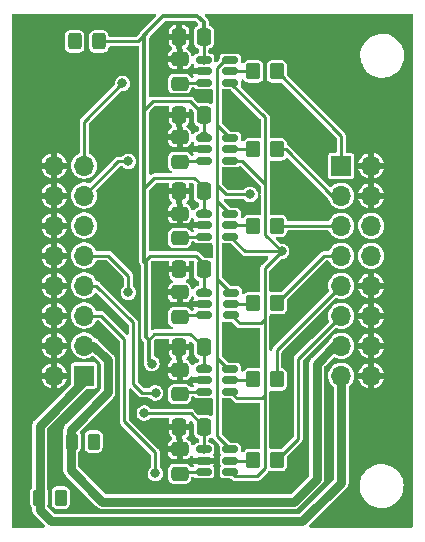
<source format=gtl>
G04 #@! TF.GenerationSoftware,KiCad,Pcbnew,(6.0.6)*
G04 #@! TF.CreationDate,2022-08-29T16:00:50+02:00*
G04 #@! TF.ProjectId,adc-board-six-channels,6164632d-626f-4617-9264-2d7369782d63,rev?*
G04 #@! TF.SameCoordinates,Original*
G04 #@! TF.FileFunction,Copper,L1,Top*
G04 #@! TF.FilePolarity,Positive*
%FSLAX46Y46*%
G04 Gerber Fmt 4.6, Leading zero omitted, Abs format (unit mm)*
G04 Created by KiCad (PCBNEW (6.0.6)) date 2022-08-29 16:00:50*
%MOMM*%
%LPD*%
G01*
G04 APERTURE LIST*
G04 Aperture macros list*
%AMRoundRect*
0 Rectangle with rounded corners*
0 $1 Rounding radius*
0 $2 $3 $4 $5 $6 $7 $8 $9 X,Y pos of 4 corners*
0 Add a 4 corners polygon primitive as box body*
4,1,4,$2,$3,$4,$5,$6,$7,$8,$9,$2,$3,0*
0 Add four circle primitives for the rounded corners*
1,1,$1+$1,$2,$3*
1,1,$1+$1,$4,$5*
1,1,$1+$1,$6,$7*
1,1,$1+$1,$8,$9*
0 Add four rect primitives between the rounded corners*
20,1,$1+$1,$2,$3,$4,$5,0*
20,1,$1+$1,$4,$5,$6,$7,0*
20,1,$1+$1,$6,$7,$8,$9,0*
20,1,$1+$1,$8,$9,$2,$3,0*%
G04 Aperture macros list end*
G04 #@! TA.AperFunction,SMDPad,CuDef*
%ADD10RoundRect,0.250000X0.475000X-0.337500X0.475000X0.337500X-0.475000X0.337500X-0.475000X-0.337500X0*%
G04 #@! TD*
G04 #@! TA.AperFunction,SMDPad,CuDef*
%ADD11RoundRect,0.250000X0.337500X0.475000X-0.337500X0.475000X-0.337500X-0.475000X0.337500X-0.475000X0*%
G04 #@! TD*
G04 #@! TA.AperFunction,SMDPad,CuDef*
%ADD12RoundRect,0.250000X-0.325000X-0.450000X0.325000X-0.450000X0.325000X0.450000X-0.325000X0.450000X0*%
G04 #@! TD*
G04 #@! TA.AperFunction,SMDPad,CuDef*
%ADD13RoundRect,0.250000X-0.350000X-0.450000X0.350000X-0.450000X0.350000X0.450000X-0.350000X0.450000X0*%
G04 #@! TD*
G04 #@! TA.AperFunction,ComponentPad*
%ADD14R,1.700000X1.700000*%
G04 #@! TD*
G04 #@! TA.AperFunction,ComponentPad*
%ADD15O,1.700000X1.700000*%
G04 #@! TD*
G04 #@! TA.AperFunction,SMDPad,CuDef*
%ADD16RoundRect,0.150000X-0.512500X-0.150000X0.512500X-0.150000X0.512500X0.150000X-0.512500X0.150000X0*%
G04 #@! TD*
G04 #@! TA.AperFunction,SMDPad,CuDef*
%ADD17RoundRect,0.250000X0.262500X0.450000X-0.262500X0.450000X-0.262500X-0.450000X0.262500X-0.450000X0*%
G04 #@! TD*
G04 #@! TA.AperFunction,ViaPad*
%ADD18C,0.800000*%
G04 #@! TD*
G04 #@! TA.AperFunction,Conductor*
%ADD19C,0.350000*%
G04 #@! TD*
G04 #@! TA.AperFunction,Conductor*
%ADD20C,0.254000*%
G04 #@! TD*
G04 #@! TA.AperFunction,Conductor*
%ADD21C,0.750000*%
G04 #@! TD*
G04 APERTURE END LIST*
D10*
X89976950Y-47940900D03*
X89976950Y-45865900D03*
D11*
X92030450Y-30758000D03*
X89955450Y-30758000D03*
D12*
X81089450Y-18074400D03*
X83139450Y-18074400D03*
D11*
X92037450Y-37362000D03*
X89962450Y-37362000D03*
D13*
X96222950Y-53507000D03*
X98222950Y-53507000D03*
D14*
X81906450Y-46355000D03*
D15*
X79366450Y-46355000D03*
X81906450Y-43815000D03*
X79366450Y-43815000D03*
X81906450Y-41275000D03*
X79366450Y-41275000D03*
X81906450Y-38735000D03*
X79366450Y-38735000D03*
X81906450Y-36195000D03*
X79366450Y-36195000D03*
X81906450Y-33655000D03*
X79366450Y-33655000D03*
X81906450Y-31115000D03*
X79366450Y-31115000D03*
X81906450Y-28575000D03*
X79366450Y-28575000D03*
D13*
X96215950Y-46685500D03*
X98215950Y-46685500D03*
D16*
X92014450Y-19648000D03*
X92014450Y-20598000D03*
X92014450Y-21548000D03*
X94289450Y-21548000D03*
X94289450Y-20598000D03*
X94289450Y-19648000D03*
X92014450Y-52615000D03*
X92014450Y-53565000D03*
X92014450Y-54515000D03*
X94289450Y-54515000D03*
X94289450Y-53565000D03*
X94289450Y-52615000D03*
X92050450Y-39338000D03*
X92050450Y-40288000D03*
X92050450Y-41238000D03*
X94325450Y-41238000D03*
X94325450Y-40288000D03*
X94325450Y-39338000D03*
D10*
X89976950Y-21635500D03*
X89976950Y-19560500D03*
D11*
X92030450Y-17677000D03*
X89955450Y-17677000D03*
D10*
X89976950Y-41394500D03*
X89976950Y-39319500D03*
D11*
X92030450Y-43982400D03*
X89955450Y-43982400D03*
D13*
X96215950Y-20598000D03*
X98215950Y-20598000D03*
X96215950Y-27202000D03*
X98215950Y-27202000D03*
D17*
X79906500Y-56692800D03*
X78081500Y-56692800D03*
D16*
X92014450Y-32698000D03*
X92014450Y-33648000D03*
X92014450Y-34598000D03*
X94289450Y-34598000D03*
X94289450Y-33648000D03*
X94289450Y-32698000D03*
X92014450Y-45815500D03*
X92014450Y-46765500D03*
X92014450Y-47715500D03*
X94289450Y-47715500D03*
X94289450Y-46765500D03*
X94289450Y-45815500D03*
D11*
X92030450Y-24281000D03*
X89955450Y-24281000D03*
X92037450Y-50697000D03*
X89962450Y-50697000D03*
D13*
X96215950Y-33679000D03*
X98215950Y-33679000D03*
D10*
X89983950Y-54671500D03*
X89983950Y-52596500D03*
D13*
X96199950Y-40230000D03*
X98199950Y-40230000D03*
D16*
X92014450Y-26252000D03*
X92014450Y-27202000D03*
X92014450Y-28152000D03*
X94289450Y-28152000D03*
X94289450Y-27202000D03*
X94289450Y-26252000D03*
D14*
X103655950Y-28605000D03*
D15*
X106195950Y-28605000D03*
X103655950Y-31145000D03*
X106195950Y-31145000D03*
X103655950Y-33685000D03*
X106195950Y-33685000D03*
X103655950Y-36225000D03*
X106195950Y-36225000D03*
X103655950Y-38765000D03*
X106195950Y-38765000D03*
X103655950Y-41305000D03*
X106195950Y-41305000D03*
X103655950Y-43845000D03*
X106195950Y-43845000D03*
X103655950Y-46385000D03*
X106195950Y-46385000D03*
D10*
X89976950Y-34716500D03*
X89976950Y-32641500D03*
D17*
X82700500Y-51943000D03*
X80875500Y-51943000D03*
D10*
X89976950Y-28239500D03*
X89976950Y-26164500D03*
D18*
X82700500Y-51943000D03*
X92015950Y-52602000D03*
X92015950Y-19635000D03*
X92015950Y-39267000D03*
X92015950Y-26112000D03*
X87630000Y-45339000D03*
X92015950Y-45744000D03*
X79959200Y-56692800D03*
X86995000Y-49530000D03*
X92015950Y-32589000D03*
X95453200Y-50495200D03*
X89964950Y-45887400D03*
X89983950Y-39267000D03*
X89983950Y-32589000D03*
X89983950Y-52602000D03*
X89983950Y-26112000D03*
X95326200Y-37007800D03*
X95326200Y-24003000D03*
X94488000Y-29641800D03*
X95300800Y-43307000D03*
X89983950Y-19508000D03*
X89964950Y-21630400D03*
X89964950Y-28234400D03*
X89964950Y-34711400D03*
X89964950Y-41442400D03*
X89964950Y-47919400D03*
X89983950Y-54671500D03*
X81127600Y-18084800D03*
X87932950Y-54650400D03*
X87944075Y-47818925D03*
X85648800Y-39319200D03*
X85648800Y-28219400D03*
X85138950Y-21630400D03*
X98619950Y-35854000D03*
X95952950Y-31028000D03*
D19*
X87376000Y-45085000D02*
X87630000Y-45339000D01*
X86995000Y-30480000D02*
X86995000Y-36703000D01*
D20*
X92030450Y-32574500D02*
X92015950Y-32589000D01*
X92037450Y-52580500D02*
X92015950Y-52602000D01*
D19*
X87249000Y-17272000D02*
X88616400Y-15904600D01*
D20*
X92030450Y-45729500D02*
X92015950Y-45744000D01*
D19*
X91478150Y-15904600D02*
X92030450Y-16456900D01*
D20*
X87376000Y-43307000D02*
X87843600Y-42839400D01*
X91361950Y-36235400D02*
X92037450Y-36910900D01*
D19*
X92030450Y-16456900D02*
X92030450Y-17677000D01*
D20*
X87035400Y-49570400D02*
X90910850Y-49570400D01*
X92037450Y-36910900D02*
X92037450Y-37362000D01*
D19*
X87122000Y-36830000D02*
X87122000Y-43053000D01*
D20*
X92037450Y-39245500D02*
X92015950Y-39267000D01*
X92030450Y-24281000D02*
X92030450Y-26097500D01*
D19*
X87122000Y-43053000D02*
X87376000Y-43307000D01*
D20*
X90887450Y-42839400D02*
X92030450Y-43982400D01*
X87249000Y-17272000D02*
X86446600Y-18074400D01*
X86995000Y-23876000D02*
X87716600Y-23154400D01*
X92030450Y-30426900D02*
X92030450Y-30758000D01*
D19*
X86995000Y-36703000D02*
X87122000Y-36830000D01*
D20*
X87843600Y-29631400D02*
X91234950Y-29631400D01*
D19*
X88616400Y-15904600D02*
X91478150Y-15904600D01*
D20*
X86995000Y-30480000D02*
X87843600Y-29631400D01*
X91234950Y-29631400D02*
X92030450Y-30426900D01*
X92030450Y-43891500D02*
X92030450Y-45729500D01*
X92030450Y-17677000D02*
X92030450Y-19632000D01*
X87716600Y-23154400D02*
X90903850Y-23154400D01*
X86995000Y-36703000D02*
X87462600Y-36235400D01*
X87843600Y-42839400D02*
X90887450Y-42839400D01*
X92037450Y-50697000D02*
X92037450Y-52580500D01*
D19*
X87249000Y-17272000D02*
X86995000Y-17526000D01*
X86995000Y-17526000D02*
X86995000Y-23876000D01*
D20*
X90910850Y-49570400D02*
X92037450Y-50697000D01*
X92030450Y-30758000D02*
X92030450Y-32574500D01*
X86446600Y-18074400D02*
X83139450Y-18074400D01*
X90903850Y-23154400D02*
X92030450Y-24281000D01*
X86995000Y-49530000D02*
X87035400Y-49570400D01*
X87462600Y-36235400D02*
X91361950Y-36235400D01*
X92030450Y-19632000D02*
X92014450Y-19648000D01*
X92030450Y-26097500D02*
X92015950Y-26112000D01*
D19*
X87376000Y-43307000D02*
X87376000Y-45085000D01*
X86995000Y-23876000D02*
X86995000Y-30480000D01*
D20*
X92037450Y-37362000D02*
X92037450Y-39245500D01*
X92014450Y-21548000D02*
X90064450Y-21548000D01*
X90064450Y-21548000D02*
X89976950Y-21635500D01*
X90064450Y-28152000D02*
X89976950Y-28239500D01*
X92014450Y-28152000D02*
X90064450Y-28152000D01*
X90095450Y-34598000D02*
X89976950Y-34716500D01*
X92014450Y-34598000D02*
X90095450Y-34598000D01*
X90169350Y-41238000D02*
X89964950Y-41442400D01*
X92050450Y-41238000D02*
X90169350Y-41238000D01*
X92014450Y-47715500D02*
X90202350Y-47715500D01*
X90202350Y-47715500D02*
X89976950Y-47940900D01*
X90140450Y-54515000D02*
X89983950Y-54671500D01*
X92014450Y-54515000D02*
X90140450Y-54515000D01*
D21*
X81906450Y-46833900D02*
X78130400Y-50609950D01*
X103655950Y-55437400D02*
X103655950Y-46385000D01*
X78130400Y-50609950D02*
X78130400Y-57708800D01*
X79136000Y-58714400D02*
X100378950Y-58714400D01*
X78130400Y-57708800D02*
X79136000Y-58714400D01*
X100378950Y-58714400D02*
X103655950Y-55437400D01*
X81906450Y-46355000D02*
X81906450Y-46833900D01*
X80772000Y-54356000D02*
X80772000Y-50927000D01*
X101600000Y-45339000D02*
X101600000Y-55080350D01*
X83439000Y-57023000D02*
X80772000Y-54356000D01*
X83921600Y-45059600D02*
X82677000Y-43815000D01*
X83921600Y-47777400D02*
X83921600Y-45059600D01*
X80772000Y-50927000D02*
X83921600Y-47777400D01*
X99657350Y-57023000D02*
X83439000Y-57023000D01*
X103655950Y-43845000D02*
X103094000Y-43845000D01*
X103094000Y-43845000D02*
X101600000Y-45339000D01*
X101600000Y-55080350D02*
X99657350Y-57023000D01*
X82677000Y-43815000D02*
X81906450Y-43815000D01*
D20*
X85293200Y-50232650D02*
X87932950Y-52872400D01*
X81906450Y-41275000D02*
X83312000Y-41275000D01*
X83312000Y-41275000D02*
X85293200Y-43256200D01*
X87932950Y-52872400D02*
X87932950Y-54650400D01*
X85293200Y-43256200D02*
X85293200Y-50232650D01*
X86055200Y-41859200D02*
X82931000Y-38735000D01*
X82931000Y-38735000D02*
X81906450Y-38735000D01*
X87944075Y-47818925D02*
X86807925Y-47818925D01*
X86055200Y-47066200D02*
X86055200Y-41859200D01*
X86807925Y-47818925D02*
X86055200Y-47066200D01*
X85648800Y-39319200D02*
X85648800Y-37888250D01*
X85648800Y-37888250D02*
X83955550Y-36195000D01*
X83955550Y-36195000D02*
X81906450Y-36195000D01*
X85648800Y-28219400D02*
X84802050Y-28219400D01*
X84802050Y-28219400D02*
X81906450Y-31115000D01*
X85138950Y-21630400D02*
X81906450Y-24862900D01*
X81906450Y-24862900D02*
X81906450Y-28575000D01*
X98215950Y-20598000D02*
X103655950Y-26038000D01*
X103655950Y-26038000D02*
X103655950Y-28605000D01*
X102925400Y-31145000D02*
X98982400Y-27202000D01*
X103655950Y-31145000D02*
X102925400Y-31145000D01*
X98982400Y-27202000D02*
X98215950Y-27202000D01*
X98215950Y-33679000D02*
X98221950Y-33685000D01*
X98221950Y-33685000D02*
X103655950Y-33685000D01*
X98199950Y-40230000D02*
X102204950Y-36225000D01*
X102204950Y-36225000D02*
X103655950Y-36225000D01*
X98215950Y-44205000D02*
X103655950Y-38765000D01*
X98215950Y-46685500D02*
X98215950Y-44205000D01*
X100016950Y-44944000D02*
X103655950Y-41305000D01*
X98222950Y-53507000D02*
X100016950Y-51713000D01*
X100016950Y-51713000D02*
X100016950Y-44944000D01*
X95545450Y-35854000D02*
X94289450Y-34598000D01*
X98619950Y-35854000D02*
X97203950Y-37270000D01*
X94289450Y-21548000D02*
X97234950Y-24493500D01*
X96841950Y-41950000D02*
X97203950Y-41588000D01*
X95063950Y-41950000D02*
X96841950Y-41950000D01*
X96518319Y-54904000D02*
X94678450Y-54904000D01*
X94351950Y-41238000D02*
X95063950Y-41950000D01*
X94678450Y-54904000D02*
X94289450Y-54515000D01*
X97234950Y-24493500D02*
X97234950Y-30127000D01*
X94289450Y-47715500D02*
X94873950Y-48300000D01*
X97203950Y-37270000D02*
X97203950Y-41588000D01*
X98619950Y-35854000D02*
X95545450Y-35854000D01*
X97234950Y-34469000D02*
X98619950Y-35854000D01*
X94873950Y-48300000D02*
X96930950Y-48300000D01*
X97203950Y-48027000D02*
X97203950Y-54218369D01*
X94289450Y-28152000D02*
X95259950Y-28152000D01*
X96930950Y-48300000D02*
X97203950Y-48027000D01*
X95259950Y-28152000D02*
X97234950Y-30127000D01*
X94325450Y-41238000D02*
X94351950Y-41238000D01*
X97203950Y-41588000D02*
X97203950Y-48027000D01*
X97203950Y-54218369D02*
X96518319Y-54904000D01*
X97234950Y-30127000D02*
X97234950Y-34469000D01*
X95952950Y-31028000D02*
X93920950Y-31028000D01*
X94289450Y-19648000D02*
X93826003Y-19648000D01*
X93158950Y-30266000D02*
X93158950Y-31567500D01*
X93158950Y-38171500D02*
X94325450Y-39338000D01*
X93158950Y-25121500D02*
X94289450Y-26252000D01*
X93920950Y-31028000D02*
X93158950Y-30266000D01*
X93158950Y-38171500D02*
X93158950Y-44871000D01*
X93158950Y-44871000D02*
X94103450Y-45815500D01*
X93158950Y-31567500D02*
X94289450Y-32698000D01*
X93158950Y-31567500D02*
X93158950Y-38171500D01*
X94103450Y-45815500D02*
X94289450Y-45815500D01*
X93158950Y-51484500D02*
X94289450Y-52615000D01*
X93158950Y-20315053D02*
X93158950Y-25121500D01*
X93826003Y-19648000D02*
X93158950Y-20315053D01*
X93158950Y-25121500D02*
X93158950Y-30266000D01*
X93158950Y-44871000D02*
X93158950Y-51484500D01*
X94289450Y-20598000D02*
X96215950Y-20598000D01*
X94289450Y-27202000D02*
X96215950Y-27202000D01*
X96184950Y-33648000D02*
X96215950Y-33679000D01*
X94289450Y-33648000D02*
X96184950Y-33648000D01*
X94325450Y-40288000D02*
X96141950Y-40288000D01*
X96141950Y-40288000D02*
X96199950Y-40230000D01*
X94289450Y-46765500D02*
X96135950Y-46765500D01*
X96135950Y-46765500D02*
X96215950Y-46685500D01*
X94289450Y-53565000D02*
X96164950Y-53565000D01*
X96164950Y-53565000D02*
X96222950Y-53507000D01*
G04 #@! TA.AperFunction,Conductor*
G36*
X87947426Y-15750102D02*
G01*
X87993919Y-15803758D01*
X88004023Y-15874032D01*
X87974529Y-15938612D01*
X87968400Y-15945195D01*
X86714605Y-17198990D01*
X86703516Y-17208844D01*
X86678372Y-17228666D01*
X86673017Y-17236413D01*
X86673016Y-17236415D01*
X86646636Y-17274585D01*
X86644341Y-17277797D01*
X86611135Y-17322754D01*
X86608853Y-17329251D01*
X86604941Y-17334912D01*
X86602103Y-17343886D01*
X86602100Y-17343892D01*
X86594967Y-17366448D01*
X86563927Y-17417551D01*
X86325481Y-17655996D01*
X86263169Y-17690021D01*
X86236386Y-17692900D01*
X84094422Y-17692900D01*
X84026301Y-17672898D01*
X83979808Y-17619242D01*
X83969319Y-17576604D01*
X83968950Y-17576644D01*
X83968650Y-17573885D01*
X83962248Y-17514952D01*
X83911521Y-17379636D01*
X83906141Y-17372457D01*
X83906139Y-17372454D01*
X83830235Y-17271176D01*
X83824854Y-17263996D01*
X83745127Y-17204244D01*
X83716396Y-17182711D01*
X83716393Y-17182709D01*
X83709214Y-17177329D01*
X83619496Y-17143696D01*
X83581293Y-17129374D01*
X83581291Y-17129374D01*
X83573898Y-17126602D01*
X83566048Y-17125749D01*
X83566047Y-17125749D01*
X83515603Y-17120269D01*
X83515602Y-17120269D01*
X83512206Y-17119900D01*
X82766694Y-17119900D01*
X82763298Y-17120269D01*
X82763297Y-17120269D01*
X82712853Y-17125749D01*
X82712852Y-17125749D01*
X82705002Y-17126602D01*
X82697609Y-17129374D01*
X82697607Y-17129374D01*
X82659404Y-17143696D01*
X82569686Y-17177329D01*
X82562507Y-17182709D01*
X82562504Y-17182711D01*
X82533773Y-17204244D01*
X82454046Y-17263996D01*
X82448665Y-17271176D01*
X82372761Y-17372454D01*
X82372759Y-17372457D01*
X82367379Y-17379636D01*
X82316652Y-17514952D01*
X82309950Y-17576644D01*
X82309950Y-18572156D01*
X82316652Y-18633848D01*
X82367379Y-18769164D01*
X82372759Y-18776343D01*
X82372761Y-18776346D01*
X82381449Y-18787938D01*
X82454046Y-18884804D01*
X82461226Y-18890185D01*
X82562504Y-18966089D01*
X82562507Y-18966091D01*
X82569686Y-18971471D01*
X82659404Y-19005104D01*
X82697607Y-19019426D01*
X82697609Y-19019426D01*
X82705002Y-19022198D01*
X82712852Y-19023051D01*
X82712853Y-19023051D01*
X82763297Y-19028531D01*
X82766694Y-19028900D01*
X83512206Y-19028900D01*
X83515603Y-19028531D01*
X83566047Y-19023051D01*
X83566048Y-19023051D01*
X83573898Y-19022198D01*
X83581291Y-19019426D01*
X83581293Y-19019426D01*
X83619496Y-19005104D01*
X83709214Y-18971471D01*
X83716393Y-18966091D01*
X83716396Y-18966089D01*
X83817674Y-18890185D01*
X83824854Y-18884804D01*
X83897451Y-18787938D01*
X83906139Y-18776346D01*
X83906141Y-18776343D01*
X83911521Y-18769164D01*
X83962248Y-18633848D01*
X83968950Y-18572156D01*
X83969619Y-18572229D01*
X83992258Y-18508154D01*
X84048346Y-18464627D01*
X84094422Y-18455900D01*
X86392465Y-18455900D01*
X86416764Y-18458486D01*
X86418202Y-18458554D01*
X86428380Y-18460745D01*
X86438720Y-18459521D01*
X86445436Y-18459838D01*
X86512538Y-18483027D01*
X86556452Y-18538813D01*
X86565500Y-18585698D01*
X86565500Y-36670031D01*
X86564627Y-36684841D01*
X86560863Y-36716643D01*
X86562555Y-36725907D01*
X86562555Y-36725908D01*
X86570897Y-36771583D01*
X86571547Y-36775487D01*
X86579850Y-36830717D01*
X86582831Y-36836924D01*
X86584067Y-36843694D01*
X86588407Y-36852050D01*
X86588410Y-36852057D01*
X86609821Y-36893273D01*
X86611559Y-36896750D01*
X86635757Y-36947141D01*
X86640429Y-36952196D01*
X86643603Y-36958305D01*
X86647717Y-36963121D01*
X86655595Y-36970999D01*
X86689621Y-37033311D01*
X86692500Y-37060094D01*
X86692500Y-41861158D01*
X86692066Y-41862636D01*
X86692500Y-41866258D01*
X86692500Y-43020031D01*
X86691627Y-43034841D01*
X86687863Y-43066643D01*
X86689555Y-43075907D01*
X86689555Y-43075908D01*
X86697897Y-43121583D01*
X86698547Y-43125487D01*
X86706850Y-43180717D01*
X86709831Y-43186924D01*
X86711067Y-43193694D01*
X86715407Y-43202050D01*
X86715410Y-43202057D01*
X86736821Y-43243273D01*
X86738559Y-43246750D01*
X86762757Y-43297141D01*
X86767429Y-43302196D01*
X86770603Y-43308305D01*
X86774717Y-43313121D01*
X86810141Y-43348545D01*
X86813571Y-43352112D01*
X86822219Y-43361467D01*
X86850425Y-43391981D01*
X86856551Y-43395540D01*
X86862160Y-43400564D01*
X86909595Y-43447999D01*
X86943621Y-43510311D01*
X86946500Y-43537094D01*
X86946500Y-45052031D01*
X86945627Y-45066841D01*
X86941863Y-45098643D01*
X86943555Y-45107907D01*
X86943555Y-45107908D01*
X86951897Y-45153583D01*
X86952547Y-45157487D01*
X86960850Y-45212717D01*
X86963831Y-45218924D01*
X86965067Y-45225694D01*
X86969411Y-45234056D01*
X86970113Y-45236107D01*
X86975828Y-45293367D01*
X86970729Y-45332096D01*
X86978855Y-45405699D01*
X86987051Y-45479933D01*
X86988113Y-45489553D01*
X86990723Y-45496684D01*
X86990723Y-45496686D01*
X87039484Y-45629932D01*
X87042553Y-45638319D01*
X87046789Y-45644622D01*
X87046789Y-45644623D01*
X87110299Y-45739135D01*
X87130908Y-45769805D01*
X87136527Y-45774918D01*
X87136528Y-45774919D01*
X87153326Y-45790204D01*
X87248076Y-45876419D01*
X87387293Y-45952008D01*
X87540522Y-45992207D01*
X87624477Y-45993526D01*
X87691319Y-45994576D01*
X87691322Y-45994576D01*
X87698916Y-45994695D01*
X87853332Y-45959329D01*
X87926209Y-45922676D01*
X87988072Y-45891563D01*
X87988075Y-45891561D01*
X87994855Y-45888151D01*
X88000626Y-45883222D01*
X88000629Y-45883220D01*
X88109536Y-45790204D01*
X88109536Y-45790203D01*
X88115314Y-45785269D01*
X88207755Y-45656624D01*
X88233016Y-45593785D01*
X88997950Y-45593785D01*
X89002425Y-45609024D01*
X89003815Y-45610229D01*
X89011498Y-45611900D01*
X89704835Y-45611900D01*
X89720074Y-45607425D01*
X89721279Y-45606035D01*
X89722950Y-45598352D01*
X89722950Y-45042516D01*
X89708611Y-44993682D01*
X89706554Y-44990481D01*
X89701450Y-44954982D01*
X89701450Y-44254515D01*
X89696975Y-44239276D01*
X89695585Y-44238071D01*
X89687902Y-44236400D01*
X89132066Y-44236400D01*
X89116827Y-44240875D01*
X89115622Y-44242265D01*
X89113951Y-44249948D01*
X89113951Y-44501692D01*
X89114320Y-44508510D01*
X89119791Y-44558882D01*
X89123420Y-44574141D01*
X89168172Y-44693518D01*
X89176704Y-44709104D01*
X89252522Y-44810267D01*
X89265083Y-44822828D01*
X89308676Y-44855499D01*
X89351191Y-44912358D01*
X89356217Y-44983176D01*
X89322157Y-45045470D01*
X89277342Y-45074306D01*
X89265834Y-45078620D01*
X89250246Y-45087154D01*
X89149083Y-45162972D01*
X89136522Y-45175533D01*
X89060704Y-45276696D01*
X89052172Y-45292282D01*
X89007417Y-45411665D01*
X89003792Y-45426910D01*
X88998319Y-45477292D01*
X88997950Y-45484106D01*
X88997950Y-45593785D01*
X88233016Y-45593785D01*
X88266842Y-45509641D01*
X88283103Y-45395380D01*
X88288581Y-45356891D01*
X88288581Y-45356888D01*
X88289162Y-45352807D01*
X88289307Y-45339000D01*
X88288179Y-45329674D01*
X88282712Y-45284502D01*
X88270276Y-45181733D01*
X88214280Y-45033546D01*
X88197923Y-45009746D01*
X88128855Y-44909251D01*
X88128854Y-44909249D01*
X88124553Y-44902992D01*
X88111911Y-44891728D01*
X88075996Y-44859730D01*
X88006275Y-44797611D01*
X87999559Y-44794055D01*
X87872541Y-44726802D01*
X87821697Y-44677249D01*
X87805500Y-44615448D01*
X87805500Y-43469213D01*
X87825502Y-43401092D01*
X87842405Y-43380117D01*
X87964719Y-43257804D01*
X88027031Y-43223779D01*
X88053814Y-43220900D01*
X89005261Y-43220900D01*
X89073382Y-43240902D01*
X89119875Y-43294558D01*
X89129979Y-43364832D01*
X89124123Y-43387699D01*
X89119792Y-43405910D01*
X89114319Y-43456292D01*
X89113950Y-43463106D01*
X89113950Y-43710285D01*
X89118425Y-43725524D01*
X89119815Y-43726729D01*
X89127498Y-43728400D01*
X90778834Y-43728400D01*
X90794073Y-43723925D01*
X90795278Y-43722535D01*
X90796949Y-43714852D01*
X90796949Y-43592613D01*
X90816951Y-43524492D01*
X90870607Y-43477999D01*
X90940881Y-43467895D01*
X91005461Y-43497389D01*
X91012044Y-43503518D01*
X91151545Y-43643019D01*
X91185571Y-43705331D01*
X91188450Y-43732114D01*
X91188450Y-44505156D01*
X91195152Y-44566848D01*
X91245879Y-44702164D01*
X91251259Y-44709343D01*
X91251261Y-44709346D01*
X91308831Y-44786161D01*
X91332546Y-44817804D01*
X91339726Y-44823185D01*
X91441004Y-44899089D01*
X91441007Y-44899091D01*
X91448186Y-44904471D01*
X91502980Y-44925012D01*
X91567179Y-44949079D01*
X91623944Y-44991720D01*
X91648644Y-45058282D01*
X91648950Y-45067061D01*
X91648950Y-45135000D01*
X91628948Y-45203121D01*
X91575292Y-45249614D01*
X91522950Y-45261000D01*
X91470116Y-45261000D01*
X91375395Y-45276002D01*
X91261227Y-45334174D01*
X91170624Y-45424777D01*
X91166124Y-45433609D01*
X91164354Y-45436045D01*
X91108131Y-45479398D01*
X91037395Y-45485472D01*
X90974604Y-45452339D01*
X90944438Y-45406211D01*
X90901728Y-45292282D01*
X90893196Y-45276696D01*
X90817378Y-45175533D01*
X90804817Y-45162972D01*
X90703654Y-45087154D01*
X90688070Y-45078623D01*
X90647896Y-45063562D01*
X90591132Y-45020920D01*
X90566432Y-44954359D01*
X90581639Y-44885010D01*
X90616561Y-44844753D01*
X90645821Y-44822824D01*
X90658378Y-44810267D01*
X90734196Y-44709104D01*
X90742728Y-44693518D01*
X90787483Y-44574135D01*
X90791108Y-44558890D01*
X90796581Y-44508508D01*
X90796950Y-44501694D01*
X90796950Y-44254515D01*
X90792475Y-44239276D01*
X90791085Y-44238071D01*
X90783402Y-44236400D01*
X90227565Y-44236400D01*
X90212326Y-44240875D01*
X90211121Y-44242265D01*
X90209450Y-44249948D01*
X90209450Y-44943284D01*
X90223789Y-44992118D01*
X90225846Y-44995319D01*
X90230950Y-45030818D01*
X90230950Y-46689284D01*
X90235425Y-46704523D01*
X90236815Y-46705728D01*
X90244498Y-46707399D01*
X90496242Y-46707399D01*
X90503060Y-46707030D01*
X90553432Y-46701559D01*
X90568691Y-46697930D01*
X90688068Y-46653178D01*
X90703654Y-46644646D01*
X90804817Y-46568828D01*
X90817378Y-46556267D01*
X90889733Y-46459724D01*
X90946592Y-46417209D01*
X91017411Y-46412183D01*
X91079704Y-46446243D01*
X91112797Y-46506929D01*
X91127962Y-46511500D01*
X92142450Y-46511500D01*
X92210571Y-46531502D01*
X92257064Y-46585158D01*
X92268450Y-46637500D01*
X92268450Y-46893500D01*
X92248448Y-46961621D01*
X92194792Y-47008114D01*
X92142450Y-47019500D01*
X91127502Y-47019500D01*
X91114266Y-47023387D01*
X91112575Y-47035773D01*
X91117436Y-47050734D01*
X91168420Y-47150797D01*
X91181524Y-47220574D01*
X91154824Y-47286359D01*
X91096796Y-47327265D01*
X91056153Y-47334000D01*
X90943585Y-47334000D01*
X90875464Y-47313998D01*
X90842758Y-47283564D01*
X90817739Y-47250180D01*
X90817735Y-47250176D01*
X90812354Y-47242996D01*
X90805174Y-47237615D01*
X90805171Y-47237612D01*
X90703896Y-47161711D01*
X90703893Y-47161709D01*
X90696714Y-47156329D01*
X90606996Y-47122696D01*
X90568793Y-47108374D01*
X90568791Y-47108374D01*
X90561398Y-47105602D01*
X90553548Y-47104749D01*
X90553547Y-47104749D01*
X90503103Y-47099269D01*
X90503102Y-47099269D01*
X90499706Y-47098900D01*
X89454194Y-47098900D01*
X89450798Y-47099269D01*
X89450797Y-47099269D01*
X89400353Y-47104749D01*
X89400352Y-47104749D01*
X89392502Y-47105602D01*
X89385109Y-47108374D01*
X89385107Y-47108374D01*
X89346904Y-47122696D01*
X89257186Y-47156329D01*
X89250007Y-47161709D01*
X89250004Y-47161711D01*
X89161973Y-47227687D01*
X89141546Y-47242996D01*
X89136165Y-47250176D01*
X89060261Y-47351454D01*
X89060259Y-47351457D01*
X89054879Y-47358636D01*
X89033494Y-47415681D01*
X89016396Y-47461292D01*
X89004152Y-47493952D01*
X89003299Y-47501802D01*
X89003299Y-47501803D01*
X89001686Y-47516652D01*
X88997450Y-47555644D01*
X88997450Y-48326156D01*
X88997819Y-48329552D01*
X88997819Y-48329553D01*
X89000730Y-48356344D01*
X89004152Y-48387848D01*
X89054879Y-48523164D01*
X89060259Y-48530343D01*
X89060261Y-48530346D01*
X89126237Y-48618377D01*
X89141546Y-48638804D01*
X89152929Y-48647335D01*
X89250004Y-48720089D01*
X89250007Y-48720091D01*
X89257186Y-48725471D01*
X89336377Y-48755158D01*
X89385107Y-48773426D01*
X89385109Y-48773426D01*
X89392502Y-48776198D01*
X89400352Y-48777051D01*
X89400353Y-48777051D01*
X89450797Y-48782531D01*
X89454194Y-48782900D01*
X90499706Y-48782900D01*
X90503103Y-48782531D01*
X90553547Y-48777051D01*
X90553548Y-48777051D01*
X90561398Y-48776198D01*
X90568791Y-48773426D01*
X90568793Y-48773426D01*
X90617523Y-48755158D01*
X90696714Y-48725471D01*
X90703893Y-48720091D01*
X90703896Y-48720089D01*
X90800971Y-48647335D01*
X90812354Y-48638804D01*
X90827663Y-48618377D01*
X90893639Y-48530346D01*
X90893641Y-48530343D01*
X90899021Y-48523164D01*
X90949748Y-48387848D01*
X90953171Y-48356344D01*
X90956081Y-48329553D01*
X90956081Y-48329552D01*
X90956450Y-48326156D01*
X90956450Y-48223000D01*
X90976452Y-48154879D01*
X91030108Y-48108386D01*
X91082450Y-48097000D01*
X91109211Y-48097000D01*
X91177332Y-48117002D01*
X91198306Y-48133905D01*
X91261227Y-48196826D01*
X91375395Y-48254998D01*
X91470116Y-48270000D01*
X92558784Y-48270000D01*
X92631740Y-48258445D01*
X92702150Y-48267545D01*
X92756464Y-48313267D01*
X92777450Y-48382894D01*
X92777450Y-49652264D01*
X92757448Y-49720385D01*
X92703792Y-49766878D01*
X92633518Y-49776982D01*
X92607224Y-49770247D01*
X92536621Y-49743779D01*
X92491793Y-49726974D01*
X92491791Y-49726974D01*
X92484398Y-49724202D01*
X92476548Y-49723349D01*
X92476547Y-49723349D01*
X92426103Y-49717869D01*
X92426102Y-49717869D01*
X92422706Y-49717500D01*
X91652194Y-49717500D01*
X91652194Y-49716405D01*
X91587506Y-49701157D01*
X91560699Y-49680726D01*
X91218890Y-49338918D01*
X91203549Y-49319922D01*
X91202572Y-49318848D01*
X91196921Y-49310096D01*
X91170378Y-49289171D01*
X91165903Y-49285194D01*
X91165842Y-49285265D01*
X91161885Y-49281912D01*
X91158202Y-49278229D01*
X91142411Y-49266945D01*
X91137665Y-49263382D01*
X91105357Y-49237912D01*
X91105356Y-49237911D01*
X91097180Y-49231466D01*
X91088493Y-49228415D01*
X91081007Y-49223066D01*
X91071031Y-49220083D01*
X91071030Y-49220082D01*
X91031639Y-49208302D01*
X91026007Y-49206472D01*
X90977348Y-49189384D01*
X90971759Y-49188900D01*
X90969048Y-49188900D01*
X90966381Y-49188785D01*
X90966318Y-49188766D01*
X90966325Y-49188592D01*
X90965579Y-49188545D01*
X90959326Y-49186675D01*
X90910542Y-49188592D01*
X90905172Y-49188803D01*
X90900225Y-49188900D01*
X87621073Y-49188900D01*
X87552952Y-49168898D01*
X87517233Y-49134267D01*
X87493855Y-49100251D01*
X87493853Y-49100249D01*
X87489553Y-49093992D01*
X87371275Y-48988611D01*
X87363889Y-48984700D01*
X87237988Y-48918039D01*
X87237989Y-48918039D01*
X87231274Y-48914484D01*
X87077633Y-48875892D01*
X87070034Y-48875852D01*
X87070033Y-48875852D01*
X87004181Y-48875507D01*
X86919221Y-48875062D01*
X86911841Y-48876834D01*
X86911839Y-48876834D01*
X86772563Y-48910271D01*
X86772560Y-48910272D01*
X86765184Y-48912043D01*
X86624414Y-48984700D01*
X86505039Y-49088838D01*
X86413950Y-49218444D01*
X86356406Y-49366037D01*
X86335729Y-49523096D01*
X86336563Y-49530646D01*
X86349990Y-49652264D01*
X86353113Y-49680553D01*
X86355723Y-49687684D01*
X86355723Y-49687686D01*
X86388401Y-49776982D01*
X86407553Y-49829319D01*
X86495908Y-49960805D01*
X86501527Y-49965918D01*
X86501528Y-49965919D01*
X86512903Y-49976269D01*
X86613076Y-50067419D01*
X86752293Y-50143008D01*
X86905522Y-50183207D01*
X86989477Y-50184526D01*
X87056319Y-50185576D01*
X87056322Y-50185576D01*
X87063916Y-50185695D01*
X87218332Y-50150329D01*
X87299512Y-50109500D01*
X87353072Y-50082563D01*
X87353075Y-50082561D01*
X87359855Y-50079151D01*
X87365628Y-50074220D01*
X87365633Y-50074217D01*
X87473501Y-49982089D01*
X87538290Y-49953058D01*
X87555331Y-49951900D01*
X89007411Y-49951900D01*
X89075532Y-49971902D01*
X89122025Y-50025558D01*
X89132129Y-50095832D01*
X89129994Y-50107045D01*
X89126792Y-50120513D01*
X89121319Y-50170892D01*
X89120950Y-50177706D01*
X89120950Y-50424885D01*
X89125425Y-50440124D01*
X89126815Y-50441329D01*
X89134498Y-50443000D01*
X90785834Y-50443000D01*
X90801073Y-50438525D01*
X90802278Y-50437135D01*
X90803949Y-50429452D01*
X90803949Y-50307213D01*
X90823951Y-50239092D01*
X90877607Y-50192599D01*
X90947881Y-50182495D01*
X91012461Y-50211989D01*
X91019044Y-50218118D01*
X91158545Y-50357619D01*
X91192571Y-50419931D01*
X91195450Y-50446714D01*
X91195450Y-51219756D01*
X91202152Y-51281448D01*
X91252879Y-51416764D01*
X91258259Y-51423943D01*
X91258261Y-51423946D01*
X91274223Y-51445244D01*
X91339546Y-51532404D01*
X91346726Y-51537785D01*
X91448004Y-51613689D01*
X91448007Y-51613691D01*
X91455186Y-51619071D01*
X91504677Y-51637624D01*
X91574179Y-51663679D01*
X91630944Y-51706320D01*
X91655644Y-51772882D01*
X91655950Y-51781661D01*
X91655950Y-51934500D01*
X91635948Y-52002621D01*
X91582292Y-52049114D01*
X91529950Y-52060500D01*
X91470116Y-52060500D01*
X91375395Y-52075502D01*
X91261227Y-52133674D01*
X91170624Y-52224277D01*
X91167776Y-52221429D01*
X91127146Y-52252797D01*
X91056414Y-52258913D01*
X90993603Y-52225817D01*
X90958783Y-52164556D01*
X90953482Y-52142264D01*
X90908728Y-52022882D01*
X90900196Y-52007296D01*
X90824378Y-51906133D01*
X90811817Y-51893572D01*
X90710654Y-51817754D01*
X90695070Y-51809223D01*
X90640665Y-51788827D01*
X90583901Y-51746185D01*
X90559201Y-51679624D01*
X90574408Y-51610275D01*
X90609331Y-51570018D01*
X90652818Y-51537427D01*
X90665378Y-51524867D01*
X90741196Y-51423704D01*
X90749728Y-51408118D01*
X90794483Y-51288735D01*
X90798108Y-51273490D01*
X90803581Y-51223108D01*
X90803950Y-51216294D01*
X90803950Y-50969115D01*
X90799475Y-50953876D01*
X90798085Y-50952671D01*
X90790402Y-50951000D01*
X90234565Y-50951000D01*
X90219326Y-50955475D01*
X90218121Y-50956865D01*
X90216450Y-50964548D01*
X90216450Y-51657884D01*
X90230136Y-51704494D01*
X90234601Y-51711442D01*
X90236156Y-51755000D01*
X90237950Y-51755000D01*
X90237950Y-53419884D01*
X90242425Y-53435123D01*
X90243815Y-53436328D01*
X90251498Y-53437999D01*
X90503242Y-53437999D01*
X90510060Y-53437630D01*
X90560432Y-53432159D01*
X90575691Y-53428530D01*
X90695068Y-53383778D01*
X90710654Y-53375246D01*
X90811817Y-53299428D01*
X90824379Y-53286866D01*
X90885831Y-53204871D01*
X90942690Y-53162356D01*
X91013509Y-53157330D01*
X91075802Y-53191390D01*
X91109792Y-53253721D01*
X91110537Y-53280082D01*
X91113988Y-53306788D01*
X91127962Y-53311000D01*
X92901398Y-53311000D01*
X92914634Y-53307113D01*
X92916325Y-53294727D01*
X92911464Y-53279766D01*
X92862369Y-53183411D01*
X92848625Y-53164495D01*
X92824765Y-53097628D01*
X92840843Y-53028476D01*
X92848624Y-53016369D01*
X92851265Y-53012734D01*
X92858276Y-53005723D01*
X92916448Y-52891555D01*
X92931450Y-52796834D01*
X92931450Y-52433166D01*
X92916448Y-52338445D01*
X92858276Y-52224277D01*
X92767673Y-52133674D01*
X92653505Y-52075502D01*
X92558784Y-52060500D01*
X92544950Y-52060500D01*
X92476829Y-52040498D01*
X92430336Y-51986842D01*
X92418950Y-51934500D01*
X92418950Y-51781661D01*
X92438952Y-51713540D01*
X92492608Y-51667047D01*
X92500721Y-51663679D01*
X92570223Y-51637624D01*
X92619714Y-51619071D01*
X92626898Y-51613687D01*
X92629682Y-51611601D01*
X92632914Y-51610393D01*
X92634771Y-51609377D01*
X92634918Y-51609645D01*
X92696189Y-51586756D01*
X92765571Y-51601811D01*
X92816136Y-51652609D01*
X92817514Y-51655163D01*
X92820189Y-51660414D01*
X92839077Y-51699750D01*
X92839080Y-51699754D01*
X92842510Y-51706898D01*
X92846120Y-51711192D01*
X92848052Y-51713124D01*
X92849839Y-51715073D01*
X92849868Y-51715126D01*
X92849738Y-51715245D01*
X92850239Y-51715813D01*
X92853338Y-51721557D01*
X92860983Y-51728624D01*
X92893158Y-51758366D01*
X92896724Y-51761796D01*
X93355156Y-52220228D01*
X93389182Y-52282540D01*
X93386394Y-52338277D01*
X93387452Y-52338445D01*
X93372450Y-52433166D01*
X93372450Y-52796834D01*
X93387452Y-52891555D01*
X93445624Y-53005723D01*
X93452635Y-53012734D01*
X93454963Y-53015938D01*
X93478822Y-53082805D01*
X93462743Y-53151957D01*
X93454963Y-53164062D01*
X93452635Y-53167266D01*
X93445624Y-53174277D01*
X93441124Y-53183109D01*
X93441123Y-53183110D01*
X93436904Y-53191390D01*
X93387452Y-53288445D01*
X93372450Y-53383166D01*
X93372450Y-53746834D01*
X93387452Y-53841555D01*
X93408966Y-53883779D01*
X93440925Y-53946500D01*
X93445624Y-53955723D01*
X93452635Y-53962734D01*
X93454963Y-53965938D01*
X93478822Y-54032805D01*
X93462743Y-54101957D01*
X93454963Y-54114062D01*
X93452635Y-54117266D01*
X93445624Y-54124277D01*
X93441124Y-54133109D01*
X93441123Y-54133110D01*
X93416538Y-54181361D01*
X93387452Y-54238445D01*
X93372450Y-54333166D01*
X93372450Y-54696834D01*
X93387452Y-54791555D01*
X93445624Y-54905723D01*
X93536227Y-54996326D01*
X93650395Y-55054498D01*
X93745116Y-55069500D01*
X94252237Y-55069500D01*
X94320358Y-55089502D01*
X94341332Y-55106405D01*
X94370407Y-55135480D01*
X94385766Y-55154496D01*
X94386730Y-55155556D01*
X94392379Y-55164304D01*
X94400554Y-55170748D01*
X94400556Y-55170751D01*
X94418922Y-55185229D01*
X94423400Y-55189208D01*
X94423460Y-55189137D01*
X94427417Y-55192490D01*
X94431098Y-55196171D01*
X94435330Y-55199195D01*
X94435332Y-55199197D01*
X94446907Y-55207469D01*
X94451652Y-55211032D01*
X94492120Y-55242934D01*
X94500805Y-55245984D01*
X94508292Y-55251334D01*
X94557697Y-55266109D01*
X94563292Y-55267927D01*
X94611952Y-55285016D01*
X94617541Y-55285500D01*
X94620254Y-55285500D01*
X94622919Y-55285615D01*
X94622982Y-55285634D01*
X94622975Y-55285808D01*
X94623721Y-55285855D01*
X94629974Y-55287725D01*
X94679833Y-55285766D01*
X94684128Y-55285597D01*
X94689075Y-55285500D01*
X96464184Y-55285500D01*
X96488483Y-55288086D01*
X96489921Y-55288154D01*
X96500099Y-55290345D01*
X96533660Y-55286373D01*
X96539639Y-55286021D01*
X96539631Y-55285928D01*
X96544809Y-55285500D01*
X96550011Y-55285500D01*
X96569165Y-55282312D01*
X96575023Y-55281478D01*
X96591637Y-55279512D01*
X96615886Y-55276642D01*
X96615887Y-55276642D01*
X96626226Y-55275418D01*
X96634525Y-55271433D01*
X96643602Y-55269922D01*
X96688970Y-55245442D01*
X96694233Y-55242761D01*
X96733569Y-55223873D01*
X96733573Y-55223870D01*
X96740717Y-55220440D01*
X96745011Y-55216830D01*
X96746943Y-55214898D01*
X96748892Y-55213111D01*
X96748945Y-55213082D01*
X96749064Y-55213212D01*
X96749632Y-55212711D01*
X96755376Y-55209612D01*
X96765004Y-55199197D01*
X96792186Y-55169791D01*
X96795616Y-55166225D01*
X97435426Y-54526415D01*
X97454449Y-54511051D01*
X97455508Y-54510087D01*
X97464254Y-54504440D01*
X97470702Y-54496261D01*
X97470704Y-54496259D01*
X97485184Y-54477892D01*
X97489159Y-54473419D01*
X97489087Y-54473358D01*
X97492441Y-54469400D01*
X97496121Y-54465720D01*
X97502562Y-54456708D01*
X97558443Y-54412916D01*
X97629129Y-54406287D01*
X97649300Y-54411986D01*
X97710540Y-54434944D01*
X97756107Y-54452026D01*
X97756109Y-54452026D01*
X97763502Y-54454798D01*
X97771352Y-54455651D01*
X97771353Y-54455651D01*
X97821797Y-54461131D01*
X97825194Y-54461500D01*
X98620706Y-54461500D01*
X98624103Y-54461131D01*
X98674547Y-54455651D01*
X98674548Y-54455651D01*
X98682398Y-54454798D01*
X98689791Y-54452026D01*
X98689793Y-54452026D01*
X98727996Y-54437704D01*
X98817714Y-54404071D01*
X98824893Y-54398691D01*
X98824896Y-54398689D01*
X98926174Y-54322785D01*
X98933354Y-54317404D01*
X98948663Y-54296977D01*
X99014639Y-54208946D01*
X99014641Y-54208943D01*
X99020021Y-54201764D01*
X99056564Y-54104284D01*
X99067976Y-54073843D01*
X99067976Y-54073841D01*
X99070748Y-54066448D01*
X99073289Y-54043063D01*
X99077081Y-54008153D01*
X99077081Y-54008152D01*
X99077450Y-54004756D01*
X99077450Y-53244212D01*
X99097452Y-53176091D01*
X99114355Y-53155117D01*
X99670939Y-52598534D01*
X100248429Y-52021044D01*
X100267445Y-52005685D01*
X100268506Y-52004719D01*
X100277254Y-51999071D01*
X100298179Y-51972528D01*
X100302158Y-51968050D01*
X100302087Y-51967990D01*
X100305440Y-51964033D01*
X100309121Y-51960352D01*
X100320419Y-51944543D01*
X100323982Y-51939798D01*
X100349435Y-51907510D01*
X100355884Y-51899330D01*
X100358934Y-51890645D01*
X100364284Y-51883158D01*
X100379059Y-51833753D01*
X100380880Y-51828150D01*
X100395338Y-51786981D01*
X100397966Y-51779498D01*
X100398450Y-51773909D01*
X100398450Y-51771196D01*
X100398565Y-51768531D01*
X100398584Y-51768468D01*
X100398758Y-51768475D01*
X100398805Y-51767729D01*
X100400675Y-51761476D01*
X100398547Y-51707322D01*
X100398450Y-51702375D01*
X100398450Y-45154212D01*
X100418452Y-45086091D01*
X100435355Y-45065117D01*
X103132036Y-42368437D01*
X103194348Y-42334411D01*
X103270870Y-42341765D01*
X103307867Y-42357661D01*
X103307875Y-42357663D01*
X103313178Y-42359942D01*
X103350721Y-42368437D01*
X103505529Y-42403467D01*
X103505534Y-42403468D01*
X103511166Y-42404742D01*
X103516937Y-42404969D01*
X103516939Y-42404969D01*
X103576706Y-42407317D01*
X103714003Y-42412712D01*
X103814449Y-42398148D01*
X103909181Y-42384413D01*
X103909186Y-42384412D01*
X103914895Y-42383584D01*
X103920359Y-42381729D01*
X103920364Y-42381728D01*
X104101643Y-42320192D01*
X104101648Y-42320190D01*
X104107115Y-42318334D01*
X104112969Y-42315056D01*
X104182420Y-42276161D01*
X104284226Y-42219147D01*
X104290514Y-42213918D01*
X104435863Y-42093031D01*
X104440295Y-42089345D01*
X104518438Y-41995389D01*
X104566403Y-41937718D01*
X104566405Y-41937715D01*
X104570097Y-41933276D01*
X104647117Y-41795747D01*
X104666460Y-41761208D01*
X104666461Y-41761206D01*
X104669284Y-41756165D01*
X104671140Y-41750698D01*
X104671142Y-41750693D01*
X104731813Y-41571962D01*
X105124621Y-41571962D01*
X105149393Y-41669502D01*
X105153234Y-41680348D01*
X105233344Y-41854120D01*
X105239095Y-41864081D01*
X105349529Y-42020343D01*
X105357007Y-42029098D01*
X105494064Y-42162612D01*
X105503008Y-42169855D01*
X105662106Y-42276161D01*
X105672216Y-42281651D01*
X105848027Y-42357185D01*
X105858970Y-42360740D01*
X105924282Y-42375519D01*
X105938355Y-42374630D01*
X105941778Y-42365681D01*
X106449950Y-42365681D01*
X106453916Y-42379187D01*
X106462622Y-42380433D01*
X106641447Y-42319730D01*
X106651944Y-42315056D01*
X106818908Y-42221552D01*
X106828380Y-42215042D01*
X106975503Y-42092682D01*
X106983632Y-42084553D01*
X107105992Y-41937430D01*
X107112502Y-41927958D01*
X107206006Y-41760994D01*
X107210680Y-41750497D01*
X107271393Y-41571644D01*
X107270160Y-41562993D01*
X107256592Y-41559000D01*
X106468065Y-41559000D01*
X106452826Y-41563475D01*
X106451622Y-41564864D01*
X106449950Y-41572548D01*
X106449950Y-42365681D01*
X105941778Y-42365681D01*
X105941950Y-42365232D01*
X105941950Y-41577115D01*
X105937475Y-41561876D01*
X105936085Y-41560671D01*
X105928402Y-41559000D01*
X105139444Y-41559000D01*
X105125913Y-41562973D01*
X105124621Y-41571962D01*
X104731813Y-41571962D01*
X104732678Y-41569414D01*
X104732679Y-41569409D01*
X104734534Y-41563945D01*
X104735362Y-41558236D01*
X104735363Y-41558231D01*
X104756147Y-41414880D01*
X104763662Y-41363053D01*
X104765182Y-41305000D01*
X104746608Y-41102859D01*
X104742678Y-41088923D01*
X104731080Y-41047799D01*
X105123893Y-41047799D01*
X105130625Y-41051000D01*
X105923835Y-41051000D01*
X105939074Y-41046525D01*
X105940279Y-41045135D01*
X105941950Y-41037452D01*
X105941950Y-41032885D01*
X106449950Y-41032885D01*
X106454425Y-41048124D01*
X106455815Y-41049329D01*
X106463498Y-41051000D01*
X107253348Y-41051000D01*
X107266879Y-41047027D01*
X107268048Y-41038892D01*
X107232608Y-40913231D01*
X107228483Y-40902484D01*
X107143853Y-40730871D01*
X107137843Y-40721063D01*
X107023350Y-40567739D01*
X107015660Y-40559199D01*
X106875142Y-40429304D01*
X106866017Y-40422303D01*
X106704186Y-40320195D01*
X106693939Y-40314974D01*
X106516210Y-40244068D01*
X106505182Y-40240801D01*
X106467719Y-40233350D01*
X106454844Y-40234502D01*
X106449950Y-40249658D01*
X106449950Y-41032885D01*
X105941950Y-41032885D01*
X105941950Y-40246500D01*
X105938144Y-40233538D01*
X105923229Y-40231602D01*
X105914682Y-40233071D01*
X105903570Y-40236048D01*
X105724045Y-40302279D01*
X105713667Y-40307229D01*
X105549223Y-40405063D01*
X105539911Y-40411829D01*
X105396047Y-40537994D01*
X105388130Y-40546337D01*
X105269668Y-40696605D01*
X105263400Y-40706256D01*
X105174308Y-40875592D01*
X105169903Y-40886227D01*
X105124112Y-41033698D01*
X105123893Y-41047799D01*
X104731080Y-41047799D01*
X104693075Y-40913046D01*
X104693074Y-40913044D01*
X104691507Y-40907487D01*
X104686144Y-40896610D01*
X104604281Y-40730609D01*
X104601726Y-40725428D01*
X104480270Y-40562779D01*
X104331208Y-40424987D01*
X104326325Y-40421906D01*
X104326321Y-40421903D01*
X104180678Y-40330010D01*
X104159531Y-40316667D01*
X103970989Y-40241446D01*
X103965329Y-40240320D01*
X103965325Y-40240319D01*
X103777563Y-40202971D01*
X103777560Y-40202971D01*
X103771896Y-40201844D01*
X103766121Y-40201768D01*
X103766117Y-40201768D01*
X103664743Y-40200441D01*
X103568921Y-40199187D01*
X103563224Y-40200166D01*
X103563223Y-40200166D01*
X103380278Y-40231602D01*
X103368860Y-40233564D01*
X103178413Y-40303824D01*
X103003960Y-40407612D01*
X102999620Y-40411418D01*
X102999616Y-40411421D01*
X102889891Y-40507648D01*
X102851342Y-40541455D01*
X102725670Y-40700869D01*
X102722981Y-40705980D01*
X102722979Y-40705983D01*
X102703339Y-40743313D01*
X102631153Y-40880515D01*
X102570957Y-41074378D01*
X102547098Y-41275964D01*
X102560374Y-41478522D01*
X102561795Y-41484118D01*
X102561796Y-41484123D01*
X102578146Y-41548498D01*
X102610342Y-41675269D01*
X102612760Y-41680513D01*
X102612761Y-41680517D01*
X102616433Y-41688483D01*
X102626786Y-41758721D01*
X102597523Y-41823406D01*
X102591101Y-41830327D01*
X101185095Y-43236332D01*
X99785471Y-44635956D01*
X99766455Y-44651315D01*
X99765394Y-44652281D01*
X99756646Y-44657929D01*
X99750200Y-44666106D01*
X99735721Y-44684472D01*
X99731744Y-44688947D01*
X99731815Y-44689008D01*
X99728462Y-44692965D01*
X99724779Y-44696648D01*
X99721753Y-44700883D01*
X99721751Y-44700885D01*
X99713497Y-44712436D01*
X99709934Y-44717182D01*
X99678016Y-44757670D01*
X99674965Y-44766357D01*
X99669616Y-44773843D01*
X99654967Y-44822828D01*
X99654852Y-44823211D01*
X99653022Y-44828843D01*
X99635934Y-44877502D01*
X99635450Y-44883091D01*
X99635450Y-44885802D01*
X99635335Y-44888469D01*
X99635316Y-44888532D01*
X99635142Y-44888525D01*
X99635095Y-44889271D01*
X99633225Y-44895524D01*
X99634293Y-44922712D01*
X99635353Y-44949678D01*
X99635450Y-44954625D01*
X99635450Y-51502788D01*
X99615448Y-51570909D01*
X99598545Y-51591883D01*
X98674833Y-52515595D01*
X98612521Y-52549621D01*
X98585738Y-52552500D01*
X97825194Y-52552500D01*
X97821798Y-52552869D01*
X97821797Y-52552869D01*
X97771353Y-52558349D01*
X97771352Y-52558349D01*
X97763502Y-52559202D01*
X97755680Y-52562134D01*
X97755325Y-52562160D01*
X97748420Y-52563802D01*
X97748154Y-52562685D01*
X97684876Y-52567319D01*
X97622506Y-52533400D01*
X97588375Y-52471146D01*
X97585450Y-52444153D01*
X97585450Y-48087373D01*
X97585805Y-48081728D01*
X97587675Y-48075476D01*
X97585547Y-48021322D01*
X97585450Y-48016375D01*
X97585450Y-47750971D01*
X97605452Y-47682850D01*
X97659108Y-47636357D01*
X97729382Y-47626253D01*
X97741276Y-47629303D01*
X97741420Y-47628698D01*
X97749107Y-47630526D01*
X97756502Y-47633298D01*
X97764352Y-47634151D01*
X97764353Y-47634151D01*
X97814797Y-47639631D01*
X97818194Y-47640000D01*
X98613706Y-47640000D01*
X98617103Y-47639631D01*
X98667547Y-47634151D01*
X98667548Y-47634151D01*
X98675398Y-47633298D01*
X98682791Y-47630526D01*
X98682793Y-47630526D01*
X98720996Y-47616204D01*
X98810714Y-47582571D01*
X98817893Y-47577191D01*
X98817896Y-47577189D01*
X98919174Y-47501285D01*
X98926354Y-47495904D01*
X98957287Y-47454630D01*
X99007639Y-47387446D01*
X99007641Y-47387443D01*
X99013021Y-47380264D01*
X99051127Y-47278614D01*
X99060976Y-47252343D01*
X99060976Y-47252341D01*
X99063748Y-47244948D01*
X99064706Y-47236135D01*
X99070081Y-47186653D01*
X99070081Y-47186652D01*
X99070450Y-47183256D01*
X99070450Y-46187744D01*
X99069315Y-46177299D01*
X99064601Y-46133903D01*
X99064601Y-46133902D01*
X99063748Y-46126052D01*
X99053279Y-46098124D01*
X99046654Y-46080454D01*
X99013021Y-45990736D01*
X99007641Y-45983557D01*
X99007639Y-45983554D01*
X98936138Y-45888151D01*
X98926354Y-45875096D01*
X98846451Y-45815212D01*
X98817896Y-45793811D01*
X98817893Y-45793809D01*
X98810714Y-45788429D01*
X98699147Y-45746605D01*
X98679221Y-45739135D01*
X98622456Y-45696494D01*
X98597756Y-45629932D01*
X98597450Y-45621153D01*
X98597450Y-44415212D01*
X98617452Y-44347091D01*
X98634355Y-44326117D01*
X103132035Y-39828437D01*
X103194347Y-39794411D01*
X103270867Y-39801764D01*
X103307875Y-39817664D01*
X103307878Y-39817665D01*
X103313178Y-39819942D01*
X103318807Y-39821216D01*
X103318808Y-39821216D01*
X103505529Y-39863467D01*
X103505534Y-39863468D01*
X103511166Y-39864742D01*
X103516937Y-39864969D01*
X103516939Y-39864969D01*
X103576706Y-39867317D01*
X103714003Y-39872712D01*
X103814449Y-39858148D01*
X103909181Y-39844413D01*
X103909186Y-39844412D01*
X103914895Y-39843584D01*
X103920359Y-39841729D01*
X103920364Y-39841728D01*
X104101643Y-39780192D01*
X104101648Y-39780190D01*
X104107115Y-39778334D01*
X104112969Y-39775056D01*
X104182420Y-39736161D01*
X104284226Y-39679147D01*
X104294561Y-39670552D01*
X104435863Y-39553031D01*
X104440295Y-39549345D01*
X104469231Y-39514553D01*
X104566403Y-39397718D01*
X104566405Y-39397715D01*
X104570097Y-39393276D01*
X104669284Y-39216165D01*
X104671140Y-39210698D01*
X104671142Y-39210693D01*
X104731813Y-39031962D01*
X105124621Y-39031962D01*
X105149393Y-39129502D01*
X105153234Y-39140348D01*
X105233344Y-39314120D01*
X105239095Y-39324081D01*
X105349529Y-39480343D01*
X105357007Y-39489098D01*
X105494064Y-39622612D01*
X105503008Y-39629855D01*
X105662106Y-39736161D01*
X105672216Y-39741651D01*
X105848027Y-39817185D01*
X105858970Y-39820740D01*
X105924282Y-39835519D01*
X105938355Y-39834630D01*
X105941778Y-39825681D01*
X106449950Y-39825681D01*
X106453916Y-39839187D01*
X106462622Y-39840433D01*
X106641447Y-39779730D01*
X106651944Y-39775056D01*
X106818908Y-39681552D01*
X106828380Y-39675042D01*
X106975503Y-39552682D01*
X106983632Y-39544553D01*
X107105992Y-39397430D01*
X107112502Y-39387958D01*
X107206006Y-39220994D01*
X107210680Y-39210497D01*
X107271393Y-39031644D01*
X107270160Y-39022993D01*
X107256592Y-39019000D01*
X106468065Y-39019000D01*
X106452826Y-39023475D01*
X106451622Y-39024864D01*
X106449950Y-39032548D01*
X106449950Y-39825681D01*
X105941778Y-39825681D01*
X105941950Y-39825232D01*
X105941950Y-39037115D01*
X105937475Y-39021876D01*
X105936085Y-39020671D01*
X105928402Y-39019000D01*
X105139444Y-39019000D01*
X105125913Y-39022973D01*
X105124621Y-39031962D01*
X104731813Y-39031962D01*
X104732678Y-39029414D01*
X104732679Y-39029409D01*
X104734534Y-39023945D01*
X104735362Y-39018236D01*
X104735363Y-39018231D01*
X104754035Y-38889451D01*
X104763662Y-38823053D01*
X104765182Y-38765000D01*
X104752698Y-38629133D01*
X104747137Y-38568613D01*
X104747136Y-38568610D01*
X104746608Y-38562859D01*
X104740374Y-38540754D01*
X104731080Y-38507799D01*
X105123893Y-38507799D01*
X105130625Y-38511000D01*
X105923835Y-38511000D01*
X105939074Y-38506525D01*
X105940279Y-38505135D01*
X105941950Y-38497452D01*
X105941950Y-38492885D01*
X106449950Y-38492885D01*
X106454425Y-38508124D01*
X106455815Y-38509329D01*
X106463498Y-38511000D01*
X107253348Y-38511000D01*
X107266879Y-38507027D01*
X107268048Y-38498892D01*
X107232608Y-38373231D01*
X107228483Y-38362484D01*
X107143853Y-38190871D01*
X107137843Y-38181063D01*
X107023350Y-38027739D01*
X107015660Y-38019199D01*
X106875142Y-37889304D01*
X106866017Y-37882303D01*
X106704186Y-37780195D01*
X106693939Y-37774974D01*
X106516210Y-37704068D01*
X106505182Y-37700801D01*
X106467719Y-37693350D01*
X106454844Y-37694502D01*
X106449950Y-37709658D01*
X106449950Y-38492885D01*
X105941950Y-38492885D01*
X105941950Y-37706500D01*
X105938144Y-37693538D01*
X105923229Y-37691602D01*
X105914682Y-37693071D01*
X105903570Y-37696048D01*
X105724045Y-37762279D01*
X105713667Y-37767229D01*
X105549223Y-37865063D01*
X105539911Y-37871829D01*
X105396047Y-37997994D01*
X105388130Y-38006337D01*
X105269668Y-38156605D01*
X105263400Y-38166256D01*
X105174308Y-38335592D01*
X105169903Y-38346227D01*
X105124112Y-38493698D01*
X105123893Y-38507799D01*
X104731080Y-38507799D01*
X104693075Y-38373046D01*
X104693074Y-38373044D01*
X104691507Y-38367487D01*
X104686106Y-38356533D01*
X104604281Y-38190609D01*
X104601726Y-38185428D01*
X104480270Y-38022779D01*
X104331208Y-37884987D01*
X104326325Y-37881906D01*
X104326321Y-37881903D01*
X104165357Y-37780343D01*
X104159531Y-37776667D01*
X103970989Y-37701446D01*
X103965329Y-37700320D01*
X103965325Y-37700319D01*
X103777563Y-37662971D01*
X103777560Y-37662971D01*
X103771896Y-37661844D01*
X103766121Y-37661768D01*
X103766117Y-37661768D01*
X103664743Y-37660441D01*
X103568921Y-37659187D01*
X103563224Y-37660166D01*
X103563223Y-37660166D01*
X103380278Y-37691602D01*
X103368860Y-37693564D01*
X103178413Y-37763824D01*
X103003960Y-37867612D01*
X102999620Y-37871418D01*
X102999616Y-37871421D01*
X102923139Y-37938490D01*
X102851342Y-38001455D01*
X102725670Y-38160869D01*
X102722981Y-38165980D01*
X102722979Y-38165983D01*
X102703617Y-38202785D01*
X102631153Y-38340515D01*
X102570957Y-38534378D01*
X102547098Y-38735964D01*
X102560374Y-38938522D01*
X102561795Y-38944118D01*
X102561796Y-38944123D01*
X102601258Y-39099502D01*
X102610342Y-39135269D01*
X102612757Y-39140508D01*
X102612759Y-39140513D01*
X102616433Y-39148482D01*
X102626786Y-39218720D01*
X102597523Y-39283405D01*
X102591101Y-39290326D01*
X97984471Y-43896956D01*
X97965455Y-43912315D01*
X97964394Y-43913281D01*
X97955646Y-43918929D01*
X97949200Y-43927106D01*
X97934721Y-43945472D01*
X97930744Y-43949947D01*
X97930815Y-43950008D01*
X97927462Y-43953965D01*
X97923779Y-43957648D01*
X97920753Y-43961883D01*
X97920751Y-43961885D01*
X97912497Y-43973436D01*
X97908934Y-43978182D01*
X97877016Y-44018670D01*
X97873965Y-44027357D01*
X97868616Y-44034843D01*
X97865633Y-44044819D01*
X97865632Y-44044820D01*
X97853852Y-44084211D01*
X97852022Y-44089843D01*
X97834934Y-44138502D01*
X97834450Y-44144091D01*
X97834450Y-44144974D01*
X97800736Y-44207033D01*
X97738496Y-44241191D01*
X97667670Y-44236278D01*
X97610743Y-44193852D01*
X97585791Y-44127385D01*
X97585450Y-44118128D01*
X97585450Y-41648373D01*
X97585805Y-41642728D01*
X97587675Y-41636476D01*
X97585547Y-41582322D01*
X97585450Y-41577375D01*
X97585450Y-41299389D01*
X97605452Y-41231268D01*
X97659108Y-41184775D01*
X97729382Y-41174671D01*
X97735028Y-41175746D01*
X97740502Y-41177798D01*
X97802194Y-41184500D01*
X98597706Y-41184500D01*
X98601103Y-41184131D01*
X98651547Y-41178651D01*
X98651548Y-41178651D01*
X98659398Y-41177798D01*
X98666791Y-41175026D01*
X98666793Y-41175026D01*
X98704996Y-41160704D01*
X98794714Y-41127071D01*
X98801893Y-41121691D01*
X98801896Y-41121689D01*
X98903174Y-41045785D01*
X98910354Y-41040404D01*
X98938473Y-41002885D01*
X98991639Y-40931946D01*
X98991641Y-40931943D01*
X98997021Y-40924764D01*
X99047748Y-40789448D01*
X99051309Y-40756674D01*
X99054081Y-40731153D01*
X99054081Y-40731152D01*
X99054450Y-40727756D01*
X99054450Y-39967212D01*
X99074452Y-39899091D01*
X99091355Y-39878117D01*
X102326068Y-36643405D01*
X102388380Y-36609379D01*
X102415163Y-36606500D01*
X102534862Y-36606500D01*
X102602983Y-36626502D01*
X102649288Y-36679749D01*
X102686668Y-36760832D01*
X102695327Y-36779616D01*
X102698660Y-36784332D01*
X102778155Y-36896815D01*
X102812483Y-36945389D01*
X102816625Y-36949424D01*
X102878136Y-37009345D01*
X102957888Y-37087035D01*
X102962692Y-37090245D01*
X102977056Y-37099843D01*
X103126670Y-37199812D01*
X103131973Y-37202090D01*
X103131976Y-37202092D01*
X103256709Y-37255681D01*
X103313178Y-37279942D01*
X103372950Y-37293467D01*
X103505529Y-37323467D01*
X103505534Y-37323468D01*
X103511166Y-37324742D01*
X103516937Y-37324969D01*
X103516939Y-37324969D01*
X103576706Y-37327317D01*
X103714003Y-37332712D01*
X103814449Y-37318148D01*
X103909181Y-37304413D01*
X103909186Y-37304412D01*
X103914895Y-37303584D01*
X103920359Y-37301729D01*
X103920364Y-37301728D01*
X104101643Y-37240192D01*
X104101648Y-37240190D01*
X104107115Y-37238334D01*
X104137132Y-37221524D01*
X104182661Y-37196026D01*
X104284226Y-37139147D01*
X104316901Y-37111972D01*
X104435863Y-37013031D01*
X104440295Y-37009345D01*
X104497413Y-36940669D01*
X104566403Y-36857718D01*
X104566405Y-36857715D01*
X104570097Y-36853276D01*
X104669284Y-36676165D01*
X104671140Y-36670698D01*
X104671142Y-36670693D01*
X104732678Y-36489414D01*
X104732679Y-36489409D01*
X104734534Y-36483945D01*
X104735362Y-36478236D01*
X104735363Y-36478231D01*
X104754594Y-36345595D01*
X104763662Y-36283053D01*
X104765182Y-36225000D01*
X104762514Y-36195964D01*
X105087098Y-36195964D01*
X105100374Y-36398522D01*
X105101795Y-36404118D01*
X105101796Y-36404123D01*
X105128822Y-36510534D01*
X105150342Y-36595269D01*
X105152759Y-36600512D01*
X105199081Y-36700992D01*
X105235327Y-36779616D01*
X105238660Y-36784332D01*
X105318155Y-36896815D01*
X105352483Y-36945389D01*
X105356625Y-36949424D01*
X105418136Y-37009345D01*
X105497888Y-37087035D01*
X105502692Y-37090245D01*
X105517056Y-37099843D01*
X105666670Y-37199812D01*
X105671973Y-37202090D01*
X105671976Y-37202092D01*
X105796709Y-37255681D01*
X105853178Y-37279942D01*
X105912950Y-37293467D01*
X106045529Y-37323467D01*
X106045534Y-37323468D01*
X106051166Y-37324742D01*
X106056937Y-37324969D01*
X106056939Y-37324969D01*
X106116706Y-37327317D01*
X106254003Y-37332712D01*
X106354449Y-37318148D01*
X106449181Y-37304413D01*
X106449186Y-37304412D01*
X106454895Y-37303584D01*
X106460359Y-37301729D01*
X106460364Y-37301728D01*
X106641643Y-37240192D01*
X106641648Y-37240190D01*
X106647115Y-37238334D01*
X106677132Y-37221524D01*
X106722661Y-37196026D01*
X106824226Y-37139147D01*
X106856901Y-37111972D01*
X106975863Y-37013031D01*
X106980295Y-37009345D01*
X107037413Y-36940669D01*
X107106403Y-36857718D01*
X107106405Y-36857715D01*
X107110097Y-36853276D01*
X107209284Y-36676165D01*
X107211140Y-36670698D01*
X107211142Y-36670693D01*
X107272678Y-36489414D01*
X107272679Y-36489409D01*
X107274534Y-36483945D01*
X107275362Y-36478236D01*
X107275363Y-36478231D01*
X107294594Y-36345595D01*
X107303662Y-36283053D01*
X107305182Y-36225000D01*
X107286608Y-36022859D01*
X107281266Y-36003917D01*
X107233075Y-35833046D01*
X107233074Y-35833044D01*
X107231507Y-35827487D01*
X107226144Y-35816610D01*
X107144281Y-35650609D01*
X107141726Y-35645428D01*
X107020270Y-35482779D01*
X106871208Y-35344987D01*
X106866325Y-35341906D01*
X106866321Y-35341903D01*
X106704414Y-35239748D01*
X106699531Y-35236667D01*
X106510989Y-35161446D01*
X106505329Y-35160320D01*
X106505325Y-35160319D01*
X106317563Y-35122971D01*
X106317560Y-35122971D01*
X106311896Y-35121844D01*
X106306121Y-35121768D01*
X106306117Y-35121768D01*
X106204743Y-35120441D01*
X106108921Y-35119187D01*
X106103224Y-35120166D01*
X106103223Y-35120166D01*
X105929339Y-35150045D01*
X105908860Y-35153564D01*
X105718413Y-35223824D01*
X105543960Y-35327612D01*
X105539620Y-35331418D01*
X105539616Y-35331421D01*
X105420378Y-35435991D01*
X105391342Y-35461455D01*
X105265670Y-35620869D01*
X105262981Y-35625980D01*
X105262979Y-35625983D01*
X105250023Y-35650609D01*
X105171153Y-35800515D01*
X105110957Y-35994378D01*
X105087098Y-36195964D01*
X104762514Y-36195964D01*
X104746608Y-36022859D01*
X104741266Y-36003917D01*
X104693075Y-35833046D01*
X104693074Y-35833044D01*
X104691507Y-35827487D01*
X104686144Y-35816610D01*
X104604281Y-35650609D01*
X104601726Y-35645428D01*
X104480270Y-35482779D01*
X104331208Y-35344987D01*
X104326325Y-35341906D01*
X104326321Y-35341903D01*
X104164414Y-35239748D01*
X104159531Y-35236667D01*
X103970989Y-35161446D01*
X103965329Y-35160320D01*
X103965325Y-35160319D01*
X103777563Y-35122971D01*
X103777560Y-35122971D01*
X103771896Y-35121844D01*
X103766121Y-35121768D01*
X103766117Y-35121768D01*
X103664743Y-35120441D01*
X103568921Y-35119187D01*
X103563224Y-35120166D01*
X103563223Y-35120166D01*
X103389339Y-35150045D01*
X103368860Y-35153564D01*
X103178413Y-35223824D01*
X103003960Y-35327612D01*
X102999620Y-35331418D01*
X102999616Y-35331421D01*
X102880378Y-35435991D01*
X102851342Y-35461455D01*
X102725670Y-35620869D01*
X102661294Y-35743228D01*
X102643963Y-35776168D01*
X102594544Y-35827140D01*
X102532455Y-35843500D01*
X102259086Y-35843500D01*
X102234796Y-35840915D01*
X102233351Y-35840847D01*
X102223170Y-35838655D01*
X102189606Y-35842627D01*
X102183629Y-35842980D01*
X102183637Y-35843072D01*
X102178461Y-35843500D01*
X102173258Y-35843500D01*
X102154086Y-35846691D01*
X102148247Y-35847522D01*
X102097042Y-35853582D01*
X102088743Y-35857567D01*
X102079667Y-35859078D01*
X102034313Y-35883550D01*
X102029028Y-35886242D01*
X102022065Y-35889586D01*
X101989698Y-35905128D01*
X101989695Y-35905130D01*
X101982552Y-35908560D01*
X101978258Y-35912170D01*
X101976328Y-35914100D01*
X101974377Y-35915889D01*
X101974324Y-35915918D01*
X101974204Y-35915788D01*
X101973635Y-35916290D01*
X101967893Y-35919388D01*
X101951587Y-35937027D01*
X101931083Y-35959208D01*
X101927654Y-35962773D01*
X100271552Y-37618876D01*
X98651833Y-39238595D01*
X98589521Y-39272621D01*
X98562738Y-39275500D01*
X97802194Y-39275500D01*
X97740502Y-39282202D01*
X97738191Y-39283068D01*
X97669696Y-39279491D01*
X97612052Y-39238045D01*
X97585967Y-39172015D01*
X97585450Y-39160611D01*
X97585450Y-37480212D01*
X97605452Y-37412091D01*
X97622355Y-37391117D01*
X98468912Y-36544560D01*
X98531224Y-36510534D01*
X98559986Y-36507671D01*
X98681268Y-36509576D01*
X98681271Y-36509576D01*
X98688866Y-36509695D01*
X98843282Y-36474329D01*
X98927687Y-36431878D01*
X98978022Y-36406563D01*
X98978025Y-36406561D01*
X98984805Y-36403151D01*
X98990576Y-36398222D01*
X98990579Y-36398220D01*
X99099486Y-36305204D01*
X99099486Y-36305203D01*
X99105264Y-36300269D01*
X99197705Y-36171624D01*
X99256792Y-36024641D01*
X99268378Y-35943229D01*
X99278531Y-35871891D01*
X99278531Y-35871888D01*
X99279112Y-35867807D01*
X99279257Y-35854000D01*
X99278675Y-35849186D01*
X99270331Y-35780242D01*
X99260226Y-35696733D01*
X99204230Y-35548546D01*
X99173766Y-35504221D01*
X99118805Y-35424251D01*
X99118804Y-35424249D01*
X99114503Y-35417992D01*
X98996225Y-35312611D01*
X98856224Y-35238484D01*
X98702583Y-35199892D01*
X98694984Y-35199852D01*
X98694983Y-35199852D01*
X98647029Y-35199601D01*
X98556129Y-35199125D01*
X98488115Y-35178767D01*
X98467695Y-35162222D01*
X98154068Y-34848595D01*
X98120042Y-34786283D01*
X98125107Y-34715468D01*
X98167654Y-34658632D01*
X98234174Y-34633821D01*
X98243163Y-34633500D01*
X98613706Y-34633500D01*
X98626667Y-34632092D01*
X98667547Y-34627651D01*
X98667548Y-34627651D01*
X98675398Y-34626798D01*
X98682791Y-34624026D01*
X98682793Y-34624026D01*
X98749158Y-34599147D01*
X98810714Y-34576071D01*
X98817893Y-34570691D01*
X98817896Y-34570689D01*
X98919174Y-34494785D01*
X98926354Y-34489404D01*
X98944709Y-34464913D01*
X99007639Y-34380946D01*
X99007641Y-34380943D01*
X99013021Y-34373764D01*
X99063748Y-34238448D01*
X99070218Y-34178892D01*
X99097460Y-34113330D01*
X99155823Y-34072904D01*
X99195481Y-34066500D01*
X102534862Y-34066500D01*
X102602983Y-34086502D01*
X102649288Y-34139749D01*
X102695327Y-34239616D01*
X102698660Y-34244332D01*
X102795209Y-34380946D01*
X102812483Y-34405389D01*
X102816625Y-34409424D01*
X102847340Y-34439345D01*
X102957888Y-34547035D01*
X103126670Y-34659812D01*
X103131973Y-34662090D01*
X103131976Y-34662092D01*
X103256213Y-34715468D01*
X103313178Y-34739942D01*
X103372950Y-34753467D01*
X103505529Y-34783467D01*
X103505534Y-34783468D01*
X103511166Y-34784742D01*
X103516937Y-34784969D01*
X103516939Y-34784969D01*
X103576706Y-34787317D01*
X103714003Y-34792712D01*
X103814449Y-34778148D01*
X103909181Y-34764413D01*
X103909186Y-34764412D01*
X103914895Y-34763584D01*
X103920359Y-34761729D01*
X103920364Y-34761728D01*
X104101643Y-34700192D01*
X104101648Y-34700190D01*
X104107115Y-34698334D01*
X104284226Y-34599147D01*
X104289582Y-34594693D01*
X104435863Y-34473031D01*
X104440295Y-34469345D01*
X104497621Y-34400418D01*
X104566403Y-34317718D01*
X104566405Y-34317715D01*
X104570097Y-34313276D01*
X104646552Y-34176756D01*
X104666460Y-34141208D01*
X104666461Y-34141206D01*
X104669284Y-34136165D01*
X104671140Y-34130698D01*
X104671142Y-34130693D01*
X104732678Y-33949414D01*
X104732679Y-33949409D01*
X104734534Y-33943945D01*
X104735362Y-33938236D01*
X104735363Y-33938231D01*
X104763129Y-33746727D01*
X104763662Y-33743053D01*
X104765182Y-33685000D01*
X104762514Y-33655964D01*
X105087098Y-33655964D01*
X105100374Y-33858522D01*
X105101795Y-33864118D01*
X105101796Y-33864123D01*
X105141028Y-34018596D01*
X105150342Y-34055269D01*
X105152759Y-34060512D01*
X105223555Y-34214081D01*
X105235327Y-34239616D01*
X105238660Y-34244332D01*
X105335209Y-34380946D01*
X105352483Y-34405389D01*
X105356625Y-34409424D01*
X105387340Y-34439345D01*
X105497888Y-34547035D01*
X105666670Y-34659812D01*
X105671973Y-34662090D01*
X105671976Y-34662092D01*
X105796213Y-34715468D01*
X105853178Y-34739942D01*
X105912950Y-34753467D01*
X106045529Y-34783467D01*
X106045534Y-34783468D01*
X106051166Y-34784742D01*
X106056937Y-34784969D01*
X106056939Y-34784969D01*
X106116706Y-34787317D01*
X106254003Y-34792712D01*
X106354449Y-34778148D01*
X106449181Y-34764413D01*
X106449186Y-34764412D01*
X106454895Y-34763584D01*
X106460359Y-34761729D01*
X106460364Y-34761728D01*
X106641643Y-34700192D01*
X106641648Y-34700190D01*
X106647115Y-34698334D01*
X106824226Y-34599147D01*
X106829582Y-34594693D01*
X106975863Y-34473031D01*
X106980295Y-34469345D01*
X107037621Y-34400418D01*
X107106403Y-34317718D01*
X107106405Y-34317715D01*
X107110097Y-34313276D01*
X107186552Y-34176756D01*
X107206460Y-34141208D01*
X107206461Y-34141206D01*
X107209284Y-34136165D01*
X107211140Y-34130698D01*
X107211142Y-34130693D01*
X107272678Y-33949414D01*
X107272679Y-33949409D01*
X107274534Y-33943945D01*
X107275362Y-33938236D01*
X107275363Y-33938231D01*
X107303129Y-33746727D01*
X107303662Y-33743053D01*
X107305182Y-33685000D01*
X107286608Y-33482859D01*
X107285040Y-33477299D01*
X107233075Y-33293046D01*
X107233074Y-33293044D01*
X107231507Y-33287487D01*
X107221158Y-33266500D01*
X107144281Y-33110609D01*
X107141726Y-33105428D01*
X107020270Y-32942779D01*
X106871208Y-32804987D01*
X106866325Y-32801906D01*
X106866321Y-32801903D01*
X106704414Y-32699748D01*
X106699531Y-32696667D01*
X106510989Y-32621446D01*
X106505329Y-32620320D01*
X106505325Y-32620319D01*
X106317563Y-32582971D01*
X106317560Y-32582971D01*
X106311896Y-32581844D01*
X106306121Y-32581768D01*
X106306117Y-32581768D01*
X106204743Y-32580441D01*
X106108921Y-32579187D01*
X106103224Y-32580166D01*
X106103223Y-32580166D01*
X105914557Y-32612585D01*
X105908860Y-32613564D01*
X105718413Y-32683824D01*
X105543960Y-32787612D01*
X105539620Y-32791418D01*
X105539616Y-32791421D01*
X105429891Y-32887648D01*
X105391342Y-32921455D01*
X105265670Y-33080869D01*
X105262981Y-33085980D01*
X105262979Y-33085983D01*
X105250023Y-33110609D01*
X105171153Y-33260515D01*
X105110957Y-33454378D01*
X105087098Y-33655964D01*
X104762514Y-33655964D01*
X104746608Y-33482859D01*
X104745040Y-33477299D01*
X104693075Y-33293046D01*
X104693074Y-33293044D01*
X104691507Y-33287487D01*
X104681158Y-33266500D01*
X104604281Y-33110609D01*
X104601726Y-33105428D01*
X104480270Y-32942779D01*
X104331208Y-32804987D01*
X104326325Y-32801906D01*
X104326321Y-32801903D01*
X104164414Y-32699748D01*
X104159531Y-32696667D01*
X103970989Y-32621446D01*
X103965329Y-32620320D01*
X103965325Y-32620319D01*
X103777563Y-32582971D01*
X103777560Y-32582971D01*
X103771896Y-32581844D01*
X103766121Y-32581768D01*
X103766117Y-32581768D01*
X103664743Y-32580441D01*
X103568921Y-32579187D01*
X103563224Y-32580166D01*
X103563223Y-32580166D01*
X103374557Y-32612585D01*
X103368860Y-32613564D01*
X103178413Y-32683824D01*
X103003960Y-32787612D01*
X102999620Y-32791418D01*
X102999616Y-32791421D01*
X102889891Y-32887648D01*
X102851342Y-32921455D01*
X102725670Y-33080869D01*
X102722981Y-33085980D01*
X102722979Y-33085983D01*
X102715183Y-33100801D01*
X102646838Y-33230704D01*
X102643963Y-33236168D01*
X102594544Y-33287140D01*
X102532455Y-33303500D01*
X99196247Y-33303500D01*
X99128126Y-33283498D01*
X99081633Y-33229842D01*
X99070450Y-33184388D01*
X99070450Y-33181244D01*
X99063748Y-33119552D01*
X99060396Y-33110609D01*
X99024065Y-33013696D01*
X99013021Y-32984236D01*
X99007641Y-32977057D01*
X99007639Y-32977054D01*
X98931735Y-32875776D01*
X98926354Y-32868596D01*
X98905927Y-32853287D01*
X98817896Y-32787311D01*
X98817893Y-32787309D01*
X98810714Y-32781929D01*
X98720996Y-32748296D01*
X98682793Y-32733974D01*
X98682791Y-32733974D01*
X98675398Y-32731202D01*
X98667548Y-32730349D01*
X98667547Y-32730349D01*
X98617103Y-32724869D01*
X98617102Y-32724869D01*
X98613706Y-32724500D01*
X97818194Y-32724500D01*
X97756502Y-32731202D01*
X97756133Y-32727802D01*
X97700805Y-32724964D01*
X97643124Y-32683571D01*
X97616978Y-32617564D01*
X97616450Y-32606045D01*
X97616450Y-30181140D01*
X97619037Y-30156824D01*
X97619104Y-30155401D01*
X97621296Y-30145220D01*
X97617323Y-30111652D01*
X97616450Y-30096842D01*
X97616450Y-28274955D01*
X97636452Y-28206834D01*
X97690108Y-28160341D01*
X97756392Y-28150811D01*
X97756502Y-28149798D01*
X97802242Y-28154767D01*
X97818194Y-28156500D01*
X98613706Y-28156500D01*
X98618005Y-28156033D01*
X98667547Y-28150651D01*
X98667548Y-28150651D01*
X98675398Y-28149798D01*
X98682791Y-28147026D01*
X98682793Y-28147026D01*
X98720996Y-28132704D01*
X98810714Y-28099071D01*
X98817893Y-28093691D01*
X98817896Y-28093689D01*
X98919174Y-28017785D01*
X98926354Y-28012404D01*
X98979251Y-27941824D01*
X99036108Y-27899309D01*
X99106927Y-27894283D01*
X99169171Y-27928294D01*
X102536206Y-31295329D01*
X102569234Y-31353408D01*
X102581822Y-31402973D01*
X102610342Y-31515269D01*
X102612759Y-31520512D01*
X102684876Y-31676947D01*
X102695327Y-31699616D01*
X102698660Y-31704332D01*
X102804592Y-31854223D01*
X102812483Y-31865389D01*
X102816625Y-31869424D01*
X102847340Y-31899345D01*
X102957888Y-32007035D01*
X103126670Y-32119812D01*
X103131973Y-32122090D01*
X103131976Y-32122092D01*
X103256709Y-32175681D01*
X103313178Y-32199942D01*
X103367236Y-32212174D01*
X103505529Y-32243467D01*
X103505534Y-32243468D01*
X103511166Y-32244742D01*
X103516937Y-32244969D01*
X103516939Y-32244969D01*
X103576706Y-32247317D01*
X103714003Y-32252712D01*
X103814449Y-32238148D01*
X103909181Y-32224413D01*
X103909186Y-32224412D01*
X103914895Y-32223584D01*
X103920359Y-32221729D01*
X103920364Y-32221728D01*
X104101643Y-32160192D01*
X104101648Y-32160190D01*
X104107115Y-32158334D01*
X104112969Y-32155056D01*
X104182420Y-32116161D01*
X104284226Y-32059147D01*
X104292464Y-32052296D01*
X104435863Y-31933031D01*
X104440295Y-31929345D01*
X104493487Y-31865389D01*
X104566403Y-31777718D01*
X104566405Y-31777715D01*
X104570097Y-31773276D01*
X104633193Y-31660610D01*
X104666460Y-31601208D01*
X104666461Y-31601206D01*
X104669284Y-31596165D01*
X104671140Y-31590698D01*
X104671142Y-31590693D01*
X104731813Y-31411962D01*
X105124621Y-31411962D01*
X105149393Y-31509502D01*
X105153234Y-31520348D01*
X105233344Y-31694120D01*
X105239095Y-31704081D01*
X105349529Y-31860343D01*
X105357007Y-31869098D01*
X105494064Y-32002612D01*
X105503008Y-32009855D01*
X105662106Y-32116161D01*
X105672216Y-32121651D01*
X105848027Y-32197185D01*
X105858970Y-32200740D01*
X105924282Y-32215519D01*
X105938355Y-32214630D01*
X105941778Y-32205681D01*
X106449950Y-32205681D01*
X106453916Y-32219187D01*
X106462622Y-32220433D01*
X106641447Y-32159730D01*
X106651944Y-32155056D01*
X106818908Y-32061552D01*
X106828380Y-32055042D01*
X106975503Y-31932682D01*
X106983632Y-31924553D01*
X107105992Y-31777430D01*
X107112502Y-31767958D01*
X107206006Y-31600994D01*
X107210680Y-31590497D01*
X107271393Y-31411644D01*
X107270160Y-31402993D01*
X107256592Y-31399000D01*
X106468065Y-31399000D01*
X106452826Y-31403475D01*
X106451622Y-31404864D01*
X106449950Y-31412548D01*
X106449950Y-32205681D01*
X105941778Y-32205681D01*
X105941950Y-32205232D01*
X105941950Y-31417115D01*
X105937475Y-31401876D01*
X105936085Y-31400671D01*
X105928402Y-31399000D01*
X105139444Y-31399000D01*
X105125913Y-31402973D01*
X105124621Y-31411962D01*
X104731813Y-31411962D01*
X104732678Y-31409414D01*
X104732679Y-31409409D01*
X104734534Y-31403945D01*
X104735362Y-31398236D01*
X104735363Y-31398231D01*
X104763129Y-31206727D01*
X104763662Y-31203053D01*
X104765182Y-31145000D01*
X104751787Y-30999223D01*
X104747137Y-30948613D01*
X104747136Y-30948610D01*
X104746608Y-30942859D01*
X104731079Y-30887799D01*
X105123893Y-30887799D01*
X105130625Y-30891000D01*
X105923835Y-30891000D01*
X105939074Y-30886525D01*
X105940279Y-30885135D01*
X105941950Y-30877452D01*
X105941950Y-30872885D01*
X106449950Y-30872885D01*
X106454425Y-30888124D01*
X106455815Y-30889329D01*
X106463498Y-30891000D01*
X107253348Y-30891000D01*
X107266879Y-30887027D01*
X107268048Y-30878892D01*
X107232608Y-30753231D01*
X107228483Y-30742484D01*
X107143853Y-30570871D01*
X107137843Y-30561063D01*
X107023350Y-30407739D01*
X107015660Y-30399199D01*
X106875142Y-30269304D01*
X106866017Y-30262303D01*
X106704186Y-30160195D01*
X106693939Y-30154974D01*
X106516210Y-30084068D01*
X106505182Y-30080801D01*
X106467719Y-30073350D01*
X106454844Y-30074502D01*
X106449950Y-30089658D01*
X106449950Y-30872885D01*
X105941950Y-30872885D01*
X105941950Y-30086500D01*
X105938144Y-30073538D01*
X105923229Y-30071602D01*
X105914682Y-30073071D01*
X105903570Y-30076048D01*
X105724045Y-30142279D01*
X105713667Y-30147229D01*
X105549223Y-30245063D01*
X105539911Y-30251829D01*
X105396047Y-30377994D01*
X105388130Y-30386337D01*
X105269668Y-30536605D01*
X105263400Y-30546256D01*
X105174308Y-30715592D01*
X105169903Y-30726227D01*
X105124112Y-30873698D01*
X105123893Y-30887799D01*
X104731079Y-30887799D01*
X104728161Y-30877452D01*
X104693075Y-30753046D01*
X104693074Y-30753044D01*
X104691507Y-30747487D01*
X104682711Y-30729649D01*
X104604281Y-30570609D01*
X104601726Y-30565428D01*
X104480270Y-30402779D01*
X104331208Y-30264987D01*
X104326325Y-30261906D01*
X104326321Y-30261903D01*
X104177063Y-30167729D01*
X104159531Y-30156667D01*
X103970989Y-30081446D01*
X103965329Y-30080320D01*
X103965325Y-30080319D01*
X103777563Y-30042971D01*
X103777560Y-30042971D01*
X103771896Y-30041844D01*
X103766121Y-30041768D01*
X103766117Y-30041768D01*
X103664743Y-30040441D01*
X103568921Y-30039187D01*
X103563224Y-30040166D01*
X103563223Y-30040166D01*
X103380278Y-30071602D01*
X103368860Y-30073564D01*
X103178413Y-30143824D01*
X103003960Y-30247612D01*
X102999616Y-30251422D01*
X102999610Y-30251426D01*
X102860171Y-30373712D01*
X102795767Y-30403589D01*
X102725434Y-30393904D01*
X102687998Y-30368076D01*
X101026920Y-28706997D01*
X99290444Y-26970521D01*
X99275085Y-26951505D01*
X99274119Y-26950444D01*
X99268471Y-26941696D01*
X99241928Y-26920771D01*
X99237453Y-26916794D01*
X99237392Y-26916865D01*
X99233435Y-26913512D01*
X99229752Y-26909829D01*
X99213961Y-26898545D01*
X99209215Y-26894982D01*
X99176907Y-26869512D01*
X99176906Y-26869511D01*
X99168730Y-26863066D01*
X99160043Y-26860015D01*
X99152557Y-26854666D01*
X99142578Y-26851682D01*
X99141025Y-26850921D01*
X99088647Y-26802993D01*
X99070450Y-26737766D01*
X99070450Y-26704244D01*
X99063748Y-26642552D01*
X99013021Y-26507236D01*
X99007641Y-26500057D01*
X99007639Y-26500054D01*
X98931735Y-26398776D01*
X98926354Y-26391596D01*
X98905927Y-26376287D01*
X98817896Y-26310311D01*
X98817893Y-26310309D01*
X98810714Y-26304929D01*
X98720996Y-26271296D01*
X98682793Y-26256974D01*
X98682791Y-26256974D01*
X98675398Y-26254202D01*
X98667548Y-26253349D01*
X98667547Y-26253349D01*
X98617103Y-26247869D01*
X98617102Y-26247869D01*
X98613706Y-26247500D01*
X97818194Y-26247500D01*
X97756502Y-26254202D01*
X97756133Y-26250802D01*
X97700805Y-26247964D01*
X97643124Y-26206571D01*
X97616978Y-26140564D01*
X97616450Y-26129045D01*
X97616450Y-24547635D01*
X97619036Y-24523336D01*
X97619104Y-24521898D01*
X97621295Y-24511720D01*
X97617323Y-24478158D01*
X97616971Y-24472180D01*
X97616878Y-24472188D01*
X97616450Y-24467010D01*
X97616450Y-24461808D01*
X97613262Y-24442654D01*
X97612427Y-24436789D01*
X97607592Y-24395933D01*
X97607592Y-24395932D01*
X97606368Y-24385593D01*
X97602383Y-24377294D01*
X97600872Y-24368217D01*
X97576392Y-24322849D01*
X97573711Y-24317586D01*
X97554823Y-24278250D01*
X97554820Y-24278246D01*
X97551390Y-24271102D01*
X97547780Y-24266808D01*
X97545848Y-24264876D01*
X97544061Y-24262927D01*
X97544032Y-24262874D01*
X97544162Y-24262755D01*
X97543661Y-24262187D01*
X97540562Y-24256443D01*
X97500741Y-24219633D01*
X97497176Y-24216204D01*
X95223744Y-21942772D01*
X95189718Y-21880460D01*
X95192506Y-21824723D01*
X95191448Y-21824555D01*
X95205675Y-21734726D01*
X95206450Y-21729834D01*
X95206450Y-21387539D01*
X95226452Y-21319418D01*
X95280108Y-21272925D01*
X95350382Y-21262821D01*
X95414962Y-21292315D01*
X95433276Y-21311974D01*
X95505546Y-21408404D01*
X95512726Y-21413785D01*
X95614004Y-21489689D01*
X95614007Y-21489691D01*
X95621186Y-21495071D01*
X95710904Y-21528704D01*
X95749107Y-21543026D01*
X95749109Y-21543026D01*
X95756502Y-21545798D01*
X95764352Y-21546651D01*
X95764353Y-21546651D01*
X95814797Y-21552131D01*
X95818194Y-21552500D01*
X96613706Y-21552500D01*
X96617103Y-21552131D01*
X96667547Y-21546651D01*
X96667548Y-21546651D01*
X96675398Y-21545798D01*
X96682791Y-21543026D01*
X96682793Y-21543026D01*
X96720996Y-21528704D01*
X96810714Y-21495071D01*
X96817893Y-21489691D01*
X96817896Y-21489689D01*
X96919174Y-21413785D01*
X96926354Y-21408404D01*
X96941991Y-21387539D01*
X97007639Y-21299946D01*
X97007641Y-21299943D01*
X97013021Y-21292764D01*
X97063748Y-21157448D01*
X97070450Y-21095756D01*
X97361450Y-21095756D01*
X97368152Y-21157448D01*
X97418879Y-21292764D01*
X97424259Y-21299943D01*
X97424261Y-21299946D01*
X97489909Y-21387539D01*
X97505546Y-21408404D01*
X97512726Y-21413785D01*
X97614004Y-21489689D01*
X97614007Y-21489691D01*
X97621186Y-21495071D01*
X97710904Y-21528704D01*
X97749107Y-21543026D01*
X97749109Y-21543026D01*
X97756502Y-21545798D01*
X97764352Y-21546651D01*
X97764353Y-21546651D01*
X97814797Y-21552131D01*
X97818194Y-21552500D01*
X98578738Y-21552500D01*
X98646859Y-21572502D01*
X98667833Y-21589405D01*
X103237545Y-26159117D01*
X103271571Y-26221429D01*
X103274450Y-26248212D01*
X103274450Y-27374501D01*
X103254448Y-27442622D01*
X103200792Y-27489115D01*
X103148450Y-27500501D01*
X102780884Y-27500501D01*
X102745132Y-27507612D01*
X102718824Y-27512844D01*
X102718822Y-27512845D01*
X102706649Y-27515266D01*
X102696329Y-27522161D01*
X102696328Y-27522162D01*
X102656498Y-27548776D01*
X102622466Y-27571516D01*
X102566216Y-27655699D01*
X102551450Y-27729933D01*
X102551451Y-29480066D01*
X102566216Y-29554301D01*
X102573111Y-29564620D01*
X102573112Y-29564622D01*
X102584491Y-29581651D01*
X102622466Y-29638484D01*
X102706649Y-29694734D01*
X102780883Y-29709500D01*
X103655808Y-29709500D01*
X104531016Y-29709499D01*
X104566768Y-29702388D01*
X104593076Y-29697156D01*
X104593078Y-29697155D01*
X104605251Y-29694734D01*
X104615571Y-29687839D01*
X104615572Y-29687838D01*
X104675965Y-29647484D01*
X104689434Y-29638484D01*
X104745684Y-29554301D01*
X104760450Y-29480067D01*
X104760449Y-28871962D01*
X105124621Y-28871962D01*
X105149393Y-28969502D01*
X105153234Y-28980348D01*
X105233344Y-29154120D01*
X105239095Y-29164081D01*
X105349529Y-29320343D01*
X105357007Y-29329098D01*
X105494064Y-29462612D01*
X105503008Y-29469855D01*
X105662106Y-29576161D01*
X105672216Y-29581651D01*
X105848027Y-29657185D01*
X105858970Y-29660740D01*
X105924282Y-29675519D01*
X105938355Y-29674630D01*
X105941778Y-29665681D01*
X106449950Y-29665681D01*
X106453916Y-29679187D01*
X106462622Y-29680433D01*
X106641447Y-29619730D01*
X106651944Y-29615056D01*
X106818908Y-29521552D01*
X106828380Y-29515042D01*
X106975503Y-29392682D01*
X106983632Y-29384553D01*
X107105992Y-29237430D01*
X107112502Y-29227958D01*
X107206006Y-29060994D01*
X107210680Y-29050497D01*
X107271393Y-28871644D01*
X107270160Y-28862993D01*
X107256592Y-28859000D01*
X106468065Y-28859000D01*
X106452826Y-28863475D01*
X106451622Y-28864864D01*
X106449950Y-28872548D01*
X106449950Y-29665681D01*
X105941778Y-29665681D01*
X105941950Y-29665232D01*
X105941950Y-28877115D01*
X105937475Y-28861876D01*
X105936085Y-28860671D01*
X105928402Y-28859000D01*
X105139444Y-28859000D01*
X105125913Y-28862973D01*
X105124621Y-28871962D01*
X104760449Y-28871962D01*
X104760449Y-28347799D01*
X105123893Y-28347799D01*
X105130625Y-28351000D01*
X105923835Y-28351000D01*
X105939074Y-28346525D01*
X105940279Y-28345135D01*
X105941950Y-28337452D01*
X105941950Y-28332885D01*
X106449950Y-28332885D01*
X106454425Y-28348124D01*
X106455815Y-28349329D01*
X106463498Y-28351000D01*
X107253348Y-28351000D01*
X107266879Y-28347027D01*
X107268048Y-28338892D01*
X107232608Y-28213231D01*
X107228483Y-28202484D01*
X107143853Y-28030871D01*
X107137843Y-28021063D01*
X107023350Y-27867739D01*
X107015660Y-27859199D01*
X106875142Y-27729304D01*
X106866017Y-27722303D01*
X106704186Y-27620195D01*
X106693939Y-27614974D01*
X106516210Y-27544068D01*
X106505182Y-27540801D01*
X106467719Y-27533350D01*
X106454844Y-27534502D01*
X106449950Y-27549658D01*
X106449950Y-28332885D01*
X105941950Y-28332885D01*
X105941950Y-27546500D01*
X105938144Y-27533538D01*
X105923229Y-27531602D01*
X105914682Y-27533071D01*
X105903570Y-27536048D01*
X105724045Y-27602279D01*
X105713667Y-27607229D01*
X105549223Y-27705063D01*
X105539911Y-27711829D01*
X105396047Y-27837994D01*
X105388130Y-27846337D01*
X105269668Y-27996605D01*
X105263400Y-28006256D01*
X105174308Y-28175592D01*
X105169903Y-28186227D01*
X105124112Y-28333698D01*
X105123893Y-28347799D01*
X104760449Y-28347799D01*
X104760449Y-27729934D01*
X104750122Y-27678011D01*
X104748106Y-27667874D01*
X104748105Y-27667872D01*
X104745684Y-27655699D01*
X104709990Y-27602279D01*
X104696327Y-27581832D01*
X104689434Y-27571516D01*
X104605251Y-27515266D01*
X104531017Y-27500500D01*
X104163450Y-27500500D01*
X104095329Y-27480498D01*
X104048836Y-27426842D01*
X104037450Y-27374500D01*
X104037450Y-26092140D01*
X104040037Y-26067824D01*
X104040104Y-26066401D01*
X104042296Y-26056220D01*
X104038323Y-26022652D01*
X104037971Y-26016678D01*
X104037878Y-26016686D01*
X104037450Y-26011508D01*
X104037450Y-26006308D01*
X104036596Y-26001176D01*
X104034264Y-25987165D01*
X104033427Y-25981286D01*
X104028592Y-25940433D01*
X104028592Y-25940432D01*
X104027368Y-25930093D01*
X104023383Y-25921794D01*
X104021872Y-25912717D01*
X103997392Y-25867349D01*
X103994711Y-25862086D01*
X103975819Y-25822743D01*
X103972390Y-25815602D01*
X103968781Y-25811308D01*
X103966855Y-25809382D01*
X103965059Y-25807424D01*
X103965029Y-25807367D01*
X103965158Y-25807249D01*
X103964660Y-25806684D01*
X103961562Y-25800943D01*
X103921754Y-25764145D01*
X103918189Y-25760716D01*
X99107355Y-20949882D01*
X99073329Y-20887570D01*
X99070450Y-20860787D01*
X99070450Y-20100244D01*
X99070081Y-20096847D01*
X99064601Y-20046403D01*
X99064601Y-20046402D01*
X99063748Y-20038552D01*
X99060161Y-20028982D01*
X99046654Y-19992954D01*
X99013021Y-19903236D01*
X99007641Y-19896057D01*
X99007639Y-19896054D01*
X98931735Y-19794776D01*
X98926354Y-19787596D01*
X98819921Y-19707829D01*
X98817896Y-19706311D01*
X98817893Y-19706309D01*
X98810714Y-19700929D01*
X98720996Y-19667296D01*
X98682793Y-19652974D01*
X98682791Y-19652974D01*
X98675398Y-19650202D01*
X98667548Y-19649349D01*
X98667547Y-19649349D01*
X98617103Y-19643869D01*
X98617102Y-19643869D01*
X98613706Y-19643500D01*
X97818194Y-19643500D01*
X97814798Y-19643869D01*
X97814797Y-19643869D01*
X97764353Y-19649349D01*
X97764352Y-19649349D01*
X97756502Y-19650202D01*
X97749109Y-19652974D01*
X97749107Y-19652974D01*
X97710904Y-19667296D01*
X97621186Y-19700929D01*
X97614007Y-19706309D01*
X97614004Y-19706311D01*
X97611979Y-19707829D01*
X97505546Y-19787596D01*
X97500165Y-19794776D01*
X97424261Y-19896054D01*
X97424259Y-19896057D01*
X97418879Y-19903236D01*
X97385246Y-19992954D01*
X97371740Y-20028982D01*
X97368152Y-20038552D01*
X97367299Y-20046402D01*
X97367299Y-20046403D01*
X97361819Y-20096847D01*
X97361450Y-20100244D01*
X97361450Y-21095756D01*
X97070450Y-21095756D01*
X97070450Y-20100244D01*
X97070081Y-20096847D01*
X97064601Y-20046403D01*
X97064601Y-20046402D01*
X97063748Y-20038552D01*
X97060161Y-20028982D01*
X97046654Y-19992954D01*
X97013021Y-19903236D01*
X97007641Y-19896057D01*
X97007639Y-19896054D01*
X96931735Y-19794776D01*
X96926354Y-19787596D01*
X96819921Y-19707829D01*
X96817896Y-19706311D01*
X96817893Y-19706309D01*
X96810714Y-19700929D01*
X96720996Y-19667296D01*
X96682793Y-19652974D01*
X96682791Y-19652974D01*
X96675398Y-19650202D01*
X96667548Y-19649349D01*
X96667547Y-19649349D01*
X96617103Y-19643869D01*
X96617102Y-19643869D01*
X96613706Y-19643500D01*
X95818194Y-19643500D01*
X95814798Y-19643869D01*
X95814797Y-19643869D01*
X95764353Y-19649349D01*
X95764352Y-19649349D01*
X95756502Y-19650202D01*
X95749109Y-19652974D01*
X95749107Y-19652974D01*
X95710904Y-19667296D01*
X95621186Y-19700929D01*
X95614007Y-19706309D01*
X95614004Y-19706311D01*
X95611979Y-19707829D01*
X95505546Y-19787596D01*
X95500165Y-19794776D01*
X95433276Y-19884026D01*
X95376417Y-19926541D01*
X95305599Y-19931567D01*
X95243305Y-19897507D01*
X95209315Y-19835176D01*
X95206450Y-19808461D01*
X95206450Y-19466166D01*
X95191448Y-19371445D01*
X95165636Y-19320786D01*
X105278218Y-19320786D01*
X105303779Y-19588700D01*
X105304864Y-19593134D01*
X105304865Y-19593140D01*
X105362784Y-19829834D01*
X105367747Y-19850118D01*
X105468783Y-20099563D01*
X105604769Y-20331810D01*
X105772858Y-20541995D01*
X105969527Y-20725713D01*
X106190657Y-20879116D01*
X106431616Y-20998991D01*
X106435950Y-21000412D01*
X106435953Y-21000413D01*
X106683023Y-21081407D01*
X106683029Y-21081408D01*
X106687356Y-21082827D01*
X106691847Y-21083607D01*
X106691848Y-21083607D01*
X106948738Y-21128211D01*
X106948746Y-21128212D01*
X106952519Y-21128867D01*
X106956356Y-21129058D01*
X107035977Y-21133022D01*
X107035985Y-21133022D01*
X107037548Y-21133100D01*
X107205574Y-21133100D01*
X107207842Y-21132935D01*
X107207854Y-21132935D01*
X107338657Y-21123444D01*
X107405625Y-21118585D01*
X107410080Y-21117601D01*
X107410083Y-21117601D01*
X107663970Y-21061547D01*
X107663972Y-21061546D01*
X107668426Y-21060563D01*
X107920100Y-20965213D01*
X108155372Y-20834531D01*
X108302042Y-20722596D01*
X108365691Y-20674021D01*
X108365695Y-20674017D01*
X108369316Y-20671254D01*
X108557449Y-20478803D01*
X108613621Y-20401631D01*
X108713142Y-20264904D01*
X108713147Y-20264897D01*
X108715830Y-20261210D01*
X108841141Y-20023033D01*
X108930757Y-19769262D01*
X108964328Y-19598935D01*
X108981920Y-19509683D01*
X108981921Y-19509677D01*
X108982801Y-19505211D01*
X108991982Y-19320786D01*
X108995955Y-19240983D01*
X108995955Y-19240977D01*
X108996182Y-19236414D01*
X108970621Y-18968500D01*
X108943478Y-18857572D01*
X108907739Y-18711520D01*
X108906653Y-18707082D01*
X108805617Y-18457637D01*
X108669631Y-18225390D01*
X108501542Y-18015205D01*
X108304873Y-17831487D01*
X108083743Y-17678084D01*
X107842784Y-17558209D01*
X107838450Y-17556788D01*
X107838447Y-17556787D01*
X107591377Y-17475793D01*
X107591371Y-17475792D01*
X107587044Y-17474373D01*
X107582552Y-17473593D01*
X107325662Y-17428989D01*
X107325654Y-17428988D01*
X107321881Y-17428333D01*
X107311918Y-17427837D01*
X107238423Y-17424178D01*
X107238415Y-17424178D01*
X107236852Y-17424100D01*
X107068826Y-17424100D01*
X107066558Y-17424265D01*
X107066546Y-17424265D01*
X106935743Y-17433756D01*
X106868775Y-17438615D01*
X106864320Y-17439599D01*
X106864317Y-17439599D01*
X106610430Y-17495653D01*
X106610428Y-17495654D01*
X106605974Y-17496637D01*
X106354300Y-17591987D01*
X106350314Y-17594201D01*
X106350312Y-17594202D01*
X106177805Y-17690021D01*
X106119028Y-17722669D01*
X106115396Y-17725441D01*
X105908709Y-17883179D01*
X105908705Y-17883183D01*
X105905084Y-17885946D01*
X105716951Y-18078397D01*
X105714266Y-18082086D01*
X105561258Y-18292296D01*
X105561253Y-18292303D01*
X105558570Y-18295990D01*
X105433259Y-18534167D01*
X105365721Y-18725418D01*
X105347737Y-18776346D01*
X105343643Y-18787938D01*
X105342760Y-18792420D01*
X105296150Y-19028900D01*
X105291599Y-19051989D01*
X105291372Y-19056542D01*
X105291372Y-19056545D01*
X105279604Y-19292952D01*
X105278218Y-19320786D01*
X95165636Y-19320786D01*
X95133276Y-19257277D01*
X95042673Y-19166674D01*
X94928505Y-19108502D01*
X94833784Y-19093500D01*
X93745116Y-19093500D01*
X93650395Y-19108502D01*
X93536227Y-19166674D01*
X93445624Y-19257277D01*
X93387452Y-19371445D01*
X93372450Y-19466166D01*
X93372450Y-19509840D01*
X93352448Y-19577961D01*
X93335545Y-19598935D01*
X93146545Y-19787935D01*
X93084233Y-19821961D01*
X93013418Y-19816896D01*
X92956582Y-19774349D01*
X92931771Y-19707829D01*
X92931450Y-19698840D01*
X92931450Y-19466166D01*
X92916448Y-19371445D01*
X92858276Y-19257277D01*
X92767673Y-19166674D01*
X92653505Y-19108502D01*
X92558784Y-19093500D01*
X92537950Y-19093500D01*
X92469829Y-19073498D01*
X92423336Y-19019842D01*
X92411950Y-18967500D01*
X92411950Y-18761661D01*
X92431952Y-18693540D01*
X92485608Y-18647047D01*
X92493721Y-18643679D01*
X92540888Y-18625997D01*
X92612714Y-18599071D01*
X92619893Y-18593691D01*
X92619896Y-18593689D01*
X92721174Y-18517785D01*
X92728354Y-18512404D01*
X92768763Y-18458486D01*
X92809639Y-18403946D01*
X92809641Y-18403943D01*
X92815021Y-18396764D01*
X92865748Y-18261448D01*
X92872450Y-18199756D01*
X92872450Y-17154244D01*
X92865748Y-17092552D01*
X92815021Y-16957236D01*
X92809641Y-16950057D01*
X92809639Y-16950054D01*
X92733735Y-16848776D01*
X92728354Y-16841596D01*
X92707927Y-16826287D01*
X92619896Y-16760311D01*
X92619893Y-16760309D01*
X92612714Y-16754929D01*
X92551828Y-16732104D01*
X92541721Y-16728315D01*
X92484956Y-16685674D01*
X92460256Y-16619112D01*
X92459950Y-16610333D01*
X92459950Y-16489868D01*
X92460823Y-16475057D01*
X92463480Y-16452609D01*
X92464587Y-16443257D01*
X92454553Y-16388314D01*
X92453903Y-16384411D01*
X92447000Y-16338495D01*
X92445600Y-16329183D01*
X92442619Y-16322976D01*
X92441383Y-16316206D01*
X92437043Y-16307850D01*
X92437040Y-16307843D01*
X92415629Y-16266627D01*
X92413891Y-16263150D01*
X92389693Y-16212759D01*
X92385021Y-16207704D01*
X92381847Y-16201595D01*
X92377733Y-16196779D01*
X92342308Y-16161354D01*
X92338878Y-16157787D01*
X92308417Y-16124834D01*
X92302025Y-16117919D01*
X92295901Y-16114362D01*
X92290293Y-16109338D01*
X92126150Y-15945195D01*
X92092124Y-15882883D01*
X92097189Y-15812068D01*
X92139736Y-15755232D01*
X92206256Y-15730421D01*
X92215245Y-15730100D01*
X109633950Y-15730100D01*
X109702071Y-15750102D01*
X109748564Y-15803758D01*
X109759950Y-15856100D01*
X109759950Y-59103100D01*
X109739948Y-59171221D01*
X109686292Y-59217714D01*
X109633950Y-59229100D01*
X101058688Y-59229100D01*
X100990567Y-59209098D01*
X100944074Y-59155442D01*
X100933970Y-59085168D01*
X100963464Y-59020588D01*
X100969593Y-59014005D01*
X104045747Y-55937850D01*
X104053950Y-55930384D01*
X104060397Y-55926293D01*
X104106728Y-55876956D01*
X104109483Y-55874114D01*
X104129077Y-55854520D01*
X104131507Y-55851388D01*
X104131519Y-55851373D01*
X104139224Y-55842352D01*
X104163846Y-55816132D01*
X104169274Y-55810352D01*
X104178939Y-55792771D01*
X104189796Y-55776243D01*
X104197234Y-55766654D01*
X104197236Y-55766650D01*
X104202093Y-55760389D01*
X104205242Y-55753112D01*
X104209018Y-55744386D01*
X105227418Y-55744386D01*
X105252979Y-56012300D01*
X105254064Y-56016734D01*
X105254065Y-56016740D01*
X105297162Y-56192862D01*
X105316947Y-56273718D01*
X105417983Y-56523163D01*
X105553969Y-56755410D01*
X105722058Y-56965595D01*
X105918727Y-57149313D01*
X106139857Y-57302716D01*
X106380816Y-57422591D01*
X106385150Y-57424012D01*
X106385153Y-57424013D01*
X106632223Y-57505007D01*
X106632229Y-57505008D01*
X106636556Y-57506427D01*
X106641047Y-57507207D01*
X106641048Y-57507207D01*
X106897938Y-57551811D01*
X106897946Y-57551812D01*
X106901719Y-57552467D01*
X106905556Y-57552658D01*
X106985177Y-57556622D01*
X106985185Y-57556622D01*
X106986748Y-57556700D01*
X107154774Y-57556700D01*
X107157042Y-57556535D01*
X107157054Y-57556535D01*
X107287857Y-57547044D01*
X107354825Y-57542185D01*
X107359280Y-57541201D01*
X107359283Y-57541201D01*
X107613170Y-57485147D01*
X107613172Y-57485146D01*
X107617626Y-57484163D01*
X107869300Y-57388813D01*
X108104572Y-57258131D01*
X108188665Y-57193953D01*
X108314891Y-57097621D01*
X108314895Y-57097617D01*
X108318516Y-57094854D01*
X108506649Y-56902403D01*
X108613642Y-56755410D01*
X108662342Y-56688504D01*
X108662347Y-56688497D01*
X108665030Y-56684810D01*
X108790341Y-56446633D01*
X108879957Y-56192862D01*
X108905088Y-56065356D01*
X108931120Y-55933283D01*
X108931121Y-55933277D01*
X108932001Y-55928811D01*
X108934491Y-55878796D01*
X108945155Y-55664583D01*
X108945155Y-55664577D01*
X108945382Y-55660014D01*
X108919821Y-55392100D01*
X108915585Y-55374785D01*
X108856939Y-55135120D01*
X108855853Y-55130682D01*
X108754817Y-54881237D01*
X108618831Y-54648990D01*
X108479311Y-54474529D01*
X108453594Y-54442371D01*
X108453593Y-54442369D01*
X108450742Y-54438805D01*
X108254073Y-54255087D01*
X108032943Y-54101684D01*
X107791984Y-53981809D01*
X107787650Y-53980388D01*
X107787647Y-53980387D01*
X107540577Y-53899393D01*
X107540571Y-53899392D01*
X107536244Y-53897973D01*
X107531752Y-53897193D01*
X107274862Y-53852589D01*
X107274854Y-53852588D01*
X107271081Y-53851933D01*
X107261118Y-53851437D01*
X107187623Y-53847778D01*
X107187615Y-53847778D01*
X107186052Y-53847700D01*
X107018026Y-53847700D01*
X107015758Y-53847865D01*
X107015746Y-53847865D01*
X106884943Y-53857356D01*
X106817975Y-53862215D01*
X106813520Y-53863199D01*
X106813517Y-53863199D01*
X106559630Y-53919253D01*
X106559628Y-53919254D01*
X106555174Y-53920237D01*
X106303500Y-54015587D01*
X106299514Y-54017801D01*
X106299512Y-54017802D01*
X106072221Y-54144051D01*
X106068228Y-54146269D01*
X106064596Y-54149041D01*
X105857909Y-54306779D01*
X105857905Y-54306783D01*
X105854284Y-54309546D01*
X105666151Y-54501997D01*
X105663466Y-54505686D01*
X105510458Y-54715896D01*
X105510453Y-54715903D01*
X105507770Y-54719590D01*
X105382459Y-54957767D01*
X105335588Y-55090495D01*
X105296075Y-55202387D01*
X105292843Y-55211538D01*
X105274206Y-55306095D01*
X105242855Y-55465159D01*
X105240799Y-55475589D01*
X105240572Y-55480142D01*
X105240572Y-55480145D01*
X105227703Y-55738669D01*
X105227418Y-55744386D01*
X104209018Y-55744386D01*
X104219527Y-55720102D01*
X104224750Y-55709441D01*
X104242076Y-55677925D01*
X104242077Y-55677923D01*
X104245896Y-55670976D01*
X104250887Y-55651538D01*
X104257291Y-55632834D01*
X104262110Y-55621698D01*
X104262110Y-55621697D01*
X104265259Y-55614421D01*
X104271564Y-55574615D01*
X104272127Y-55571059D01*
X104274534Y-55559437D01*
X104285450Y-55516924D01*
X104285450Y-55496860D01*
X104287001Y-55477149D01*
X104288900Y-55465159D01*
X104290140Y-55457330D01*
X104286009Y-55413626D01*
X104285450Y-55401769D01*
X104285450Y-47357219D01*
X104305452Y-47289098D01*
X104330880Y-47260345D01*
X104351740Y-47242996D01*
X104440295Y-47169345D01*
X104527842Y-47064082D01*
X104566403Y-47017718D01*
X104566405Y-47017715D01*
X104570097Y-47013276D01*
X104637175Y-46893500D01*
X104666460Y-46841208D01*
X104666461Y-46841206D01*
X104669284Y-46836165D01*
X104671140Y-46830698D01*
X104671142Y-46830693D01*
X104731813Y-46651962D01*
X105124621Y-46651962D01*
X105149393Y-46749502D01*
X105153234Y-46760348D01*
X105233344Y-46934120D01*
X105239095Y-46944081D01*
X105349529Y-47100343D01*
X105357007Y-47109098D01*
X105494064Y-47242612D01*
X105503008Y-47249855D01*
X105662106Y-47356161D01*
X105672216Y-47361651D01*
X105848027Y-47437185D01*
X105858970Y-47440740D01*
X105924282Y-47455519D01*
X105938355Y-47454630D01*
X105941778Y-47445681D01*
X106449950Y-47445681D01*
X106453916Y-47459187D01*
X106462622Y-47460433D01*
X106641447Y-47399730D01*
X106651944Y-47395056D01*
X106818908Y-47301552D01*
X106828380Y-47295042D01*
X106975503Y-47172682D01*
X106983632Y-47164553D01*
X107105992Y-47017430D01*
X107112502Y-47007958D01*
X107206006Y-46840994D01*
X107210680Y-46830497D01*
X107271393Y-46651644D01*
X107270160Y-46642993D01*
X107256592Y-46639000D01*
X106468065Y-46639000D01*
X106452826Y-46643475D01*
X106451622Y-46644864D01*
X106449950Y-46652548D01*
X106449950Y-47445681D01*
X105941778Y-47445681D01*
X105941950Y-47445232D01*
X105941950Y-46657115D01*
X105937475Y-46641876D01*
X105936085Y-46640671D01*
X105928402Y-46639000D01*
X105139444Y-46639000D01*
X105125913Y-46642973D01*
X105124621Y-46651962D01*
X104731813Y-46651962D01*
X104732678Y-46649414D01*
X104732679Y-46649409D01*
X104734534Y-46643945D01*
X104735362Y-46638236D01*
X104735363Y-46638231D01*
X104761245Y-46459724D01*
X104763662Y-46443053D01*
X104765182Y-46385000D01*
X104746608Y-46182859D01*
X104745040Y-46177299D01*
X104731079Y-46127799D01*
X105123893Y-46127799D01*
X105130625Y-46131000D01*
X105923835Y-46131000D01*
X105939074Y-46126525D01*
X105940279Y-46125135D01*
X105941950Y-46117452D01*
X105941950Y-46112885D01*
X106449950Y-46112885D01*
X106454425Y-46128124D01*
X106455815Y-46129329D01*
X106463498Y-46131000D01*
X107253348Y-46131000D01*
X107266879Y-46127027D01*
X107268048Y-46118892D01*
X107232608Y-45993231D01*
X107228483Y-45982484D01*
X107143853Y-45810871D01*
X107137843Y-45801063D01*
X107023350Y-45647739D01*
X107015660Y-45639199D01*
X106875142Y-45509304D01*
X106866017Y-45502303D01*
X106704186Y-45400195D01*
X106693939Y-45394974D01*
X106516210Y-45324068D01*
X106505182Y-45320801D01*
X106467719Y-45313350D01*
X106454844Y-45314502D01*
X106449950Y-45329658D01*
X106449950Y-46112885D01*
X105941950Y-46112885D01*
X105941950Y-45326500D01*
X105938144Y-45313538D01*
X105923229Y-45311602D01*
X105914682Y-45313071D01*
X105903570Y-45316048D01*
X105724045Y-45382279D01*
X105713667Y-45387229D01*
X105549223Y-45485063D01*
X105539911Y-45491829D01*
X105396047Y-45617994D01*
X105388130Y-45626337D01*
X105269668Y-45776605D01*
X105263400Y-45786256D01*
X105174308Y-45955592D01*
X105169903Y-45966227D01*
X105124112Y-46113698D01*
X105123893Y-46127799D01*
X104731079Y-46127799D01*
X104693075Y-45993046D01*
X104693074Y-45993044D01*
X104691507Y-45987487D01*
X104680928Y-45966033D01*
X104604281Y-45810609D01*
X104601726Y-45805428D01*
X104480270Y-45642779D01*
X104331208Y-45504987D01*
X104326325Y-45501906D01*
X104326321Y-45501903D01*
X104173846Y-45405699D01*
X104159531Y-45396667D01*
X103970989Y-45321446D01*
X103965329Y-45320320D01*
X103965325Y-45320319D01*
X103777563Y-45282971D01*
X103777560Y-45282971D01*
X103771896Y-45281844D01*
X103766121Y-45281768D01*
X103766117Y-45281768D01*
X103664743Y-45280441D01*
X103568921Y-45279187D01*
X103563224Y-45280166D01*
X103563223Y-45280166D01*
X103380278Y-45311602D01*
X103368860Y-45313564D01*
X103178413Y-45383824D01*
X103003960Y-45487612D01*
X102999620Y-45491418D01*
X102999616Y-45491421D01*
X102889497Y-45587994D01*
X102851342Y-45621455D01*
X102725670Y-45780869D01*
X102722981Y-45785980D01*
X102722979Y-45785983D01*
X102678087Y-45871309D01*
X102631153Y-45960515D01*
X102570957Y-46154378D01*
X102547098Y-46355964D01*
X102560374Y-46558522D01*
X102561795Y-46564118D01*
X102561796Y-46564123D01*
X102595780Y-46697933D01*
X102610342Y-46755269D01*
X102612759Y-46760512D01*
X102649862Y-46840994D01*
X102695327Y-46939616D01*
X102722424Y-46977958D01*
X102763284Y-47035773D01*
X102812483Y-47105389D01*
X102957888Y-47247035D01*
X102962692Y-47250245D01*
X102970452Y-47255430D01*
X103015980Y-47309907D01*
X103026450Y-47360195D01*
X103026450Y-55124462D01*
X103006448Y-55192583D01*
X102989545Y-55213557D01*
X100155108Y-58047995D01*
X100092796Y-58082021D01*
X100066013Y-58084900D01*
X79448939Y-58084900D01*
X79380818Y-58064898D01*
X79359844Y-58047996D01*
X78823442Y-57511595D01*
X78789417Y-57449282D01*
X78794555Y-57378270D01*
X78839026Y-57259643D01*
X78839026Y-57259641D01*
X78841798Y-57252248D01*
X78848500Y-57190556D01*
X79139500Y-57190556D01*
X79146202Y-57252248D01*
X79196929Y-57387564D01*
X79202309Y-57394743D01*
X79202311Y-57394746D01*
X79261531Y-57473763D01*
X79283596Y-57503204D01*
X79290776Y-57508585D01*
X79392054Y-57584489D01*
X79392057Y-57584491D01*
X79399236Y-57589871D01*
X79473111Y-57617565D01*
X79527157Y-57637826D01*
X79527159Y-57637826D01*
X79534552Y-57640598D01*
X79542402Y-57641451D01*
X79542403Y-57641451D01*
X79592847Y-57646931D01*
X79596244Y-57647300D01*
X80216756Y-57647300D01*
X80220153Y-57646931D01*
X80270597Y-57641451D01*
X80270598Y-57641451D01*
X80278448Y-57640598D01*
X80285841Y-57637826D01*
X80285843Y-57637826D01*
X80339889Y-57617565D01*
X80413764Y-57589871D01*
X80420943Y-57584491D01*
X80420946Y-57584489D01*
X80522224Y-57508585D01*
X80529404Y-57503204D01*
X80551469Y-57473763D01*
X80610689Y-57394746D01*
X80610691Y-57394743D01*
X80616071Y-57387564D01*
X80666798Y-57252248D01*
X80673500Y-57190556D01*
X80673500Y-56195044D01*
X80666798Y-56133352D01*
X80616071Y-55998036D01*
X80610691Y-55990857D01*
X80610689Y-55990854D01*
X80534785Y-55889576D01*
X80529404Y-55882396D01*
X80433276Y-55810352D01*
X80420946Y-55801111D01*
X80420943Y-55801109D01*
X80413764Y-55795729D01*
X80300082Y-55753112D01*
X80285843Y-55747774D01*
X80285841Y-55747774D01*
X80278448Y-55745002D01*
X80270598Y-55744149D01*
X80270597Y-55744149D01*
X80220153Y-55738669D01*
X80220152Y-55738669D01*
X80216756Y-55738300D01*
X79596244Y-55738300D01*
X79592848Y-55738669D01*
X79592847Y-55738669D01*
X79542403Y-55744149D01*
X79542402Y-55744149D01*
X79534552Y-55745002D01*
X79527159Y-55747774D01*
X79527157Y-55747774D01*
X79512918Y-55753112D01*
X79399236Y-55795729D01*
X79392057Y-55801109D01*
X79392054Y-55801111D01*
X79379724Y-55810352D01*
X79283596Y-55882396D01*
X79278215Y-55889576D01*
X79202311Y-55990854D01*
X79202309Y-55990857D01*
X79196929Y-55998036D01*
X79146202Y-56133352D01*
X79139500Y-56195044D01*
X79139500Y-57190556D01*
X78848500Y-57190556D01*
X78848500Y-56195044D01*
X78841798Y-56133352D01*
X78791071Y-55998036D01*
X78785073Y-55990033D01*
X78784717Y-55989080D01*
X78781377Y-55982979D01*
X78782258Y-55982497D01*
X78760226Y-55923528D01*
X78759900Y-55914469D01*
X78759900Y-52440756D01*
X80108500Y-52440756D01*
X80115202Y-52502448D01*
X80117974Y-52509841D01*
X80117974Y-52509843D01*
X80134482Y-52553878D01*
X80142500Y-52598107D01*
X80142500Y-54277771D01*
X80141978Y-54288837D01*
X80140313Y-54296288D01*
X80140562Y-54304214D01*
X80140562Y-54304215D01*
X80142438Y-54363918D01*
X80142500Y-54367875D01*
X80142500Y-54395603D01*
X80142996Y-54399528D01*
X80142996Y-54399529D01*
X80143929Y-54411375D01*
X80145308Y-54455258D01*
X80150907Y-54474529D01*
X80154917Y-54493892D01*
X80156407Y-54505686D01*
X80157431Y-54513794D01*
X80160347Y-54521159D01*
X80160348Y-54521163D01*
X80173589Y-54554605D01*
X80177435Y-54565838D01*
X80187469Y-54600377D01*
X80187471Y-54600381D01*
X80189682Y-54607992D01*
X80199899Y-54625268D01*
X80208594Y-54643016D01*
X80215981Y-54661674D01*
X80220637Y-54668083D01*
X80220639Y-54668086D01*
X80241780Y-54697184D01*
X80248296Y-54707104D01*
X80258073Y-54723635D01*
X80270644Y-54744892D01*
X80284832Y-54759080D01*
X80297673Y-54774114D01*
X80309467Y-54790347D01*
X80330910Y-54808086D01*
X80343290Y-54818328D01*
X80352069Y-54826317D01*
X82938558Y-57412806D01*
X82946018Y-57421004D01*
X82950107Y-57427447D01*
X82955886Y-57432874D01*
X82999428Y-57473763D01*
X83002270Y-57476518D01*
X83021880Y-57496128D01*
X83025017Y-57498561D01*
X83025023Y-57498566D01*
X83034054Y-57506279D01*
X83066048Y-57536324D01*
X83083641Y-57545996D01*
X83100156Y-57556845D01*
X83109741Y-57564280D01*
X83109747Y-57564284D01*
X83116012Y-57569143D01*
X83138835Y-57579019D01*
X83156293Y-57586574D01*
X83166942Y-57591790D01*
X83205424Y-57612946D01*
X83224872Y-57617939D01*
X83243565Y-57624340D01*
X83254709Y-57629163D01*
X83254712Y-57629164D01*
X83261980Y-57632309D01*
X83269801Y-57633548D01*
X83269805Y-57633549D01*
X83300770Y-57638453D01*
X83305331Y-57639175D01*
X83316954Y-57641583D01*
X83351791Y-57650528D01*
X83351800Y-57650529D01*
X83359476Y-57652500D01*
X83379540Y-57652500D01*
X83399251Y-57654051D01*
X83403267Y-57654687D01*
X83419070Y-57657190D01*
X83426962Y-57656444D01*
X83432189Y-57655950D01*
X83462774Y-57653059D01*
X83474631Y-57652500D01*
X99579121Y-57652500D01*
X99590187Y-57653022D01*
X99597638Y-57654687D01*
X99605564Y-57654438D01*
X99605565Y-57654438D01*
X99665268Y-57652562D01*
X99669225Y-57652500D01*
X99696953Y-57652500D01*
X99700878Y-57652004D01*
X99700879Y-57652004D01*
X99712725Y-57651071D01*
X99742288Y-57650142D01*
X99748684Y-57649941D01*
X99748685Y-57649941D01*
X99756608Y-57649692D01*
X99775880Y-57644093D01*
X99795241Y-57640083D01*
X99797915Y-57639745D01*
X99807286Y-57638562D01*
X99807289Y-57638561D01*
X99815144Y-57637569D01*
X99822509Y-57634653D01*
X99822513Y-57634652D01*
X99855955Y-57621411D01*
X99867188Y-57617565D01*
X99901727Y-57607531D01*
X99901731Y-57607529D01*
X99909342Y-57605318D01*
X99926621Y-57595100D01*
X99944366Y-57586406D01*
X99963024Y-57579019D01*
X99969433Y-57574363D01*
X99969436Y-57574361D01*
X99998534Y-57553220D01*
X100008454Y-57546704D01*
X100039415Y-57528394D01*
X100039418Y-57528392D01*
X100046242Y-57524356D01*
X100060430Y-57510168D01*
X100075464Y-57497327D01*
X100085283Y-57490193D01*
X100091697Y-57485533D01*
X100119678Y-57451710D01*
X100127667Y-57442931D01*
X101989797Y-55580800D01*
X101998000Y-55573334D01*
X102004447Y-55569243D01*
X102050778Y-55519906D01*
X102053533Y-55517064D01*
X102073127Y-55497470D01*
X102075557Y-55494338D01*
X102075569Y-55494323D01*
X102083274Y-55485302D01*
X102092395Y-55475589D01*
X102113324Y-55453302D01*
X102122989Y-55435721D01*
X102133846Y-55419193D01*
X102141284Y-55409604D01*
X102141286Y-55409600D01*
X102146143Y-55403339D01*
X102149292Y-55396062D01*
X102163577Y-55363052D01*
X102168800Y-55352391D01*
X102186126Y-55320875D01*
X102186127Y-55320873D01*
X102189946Y-55313926D01*
X102194937Y-55294488D01*
X102201341Y-55275784D01*
X102206160Y-55264648D01*
X102206160Y-55264647D01*
X102209309Y-55257371D01*
X102216177Y-55214009D01*
X102218584Y-55202387D01*
X102218692Y-55201967D01*
X102229500Y-55159874D01*
X102229500Y-55139810D01*
X102231051Y-55120099D01*
X102232950Y-55108109D01*
X102234190Y-55100280D01*
X102230059Y-55056576D01*
X102229500Y-55044719D01*
X102229500Y-45651939D01*
X102249502Y-45583818D01*
X102266404Y-45562844D01*
X102623911Y-45205337D01*
X102984548Y-44844699D01*
X103046861Y-44810674D01*
X103117676Y-44815738D01*
X103126662Y-44819830D01*
X103126670Y-44819812D01*
X103216333Y-44858334D01*
X103313178Y-44899942D01*
X103368049Y-44912358D01*
X103505529Y-44943467D01*
X103505534Y-44943468D01*
X103511166Y-44944742D01*
X103516937Y-44944969D01*
X103516939Y-44944969D01*
X103576706Y-44947317D01*
X103714003Y-44952712D01*
X103814449Y-44938148D01*
X103909181Y-44924413D01*
X103909186Y-44924412D01*
X103914895Y-44923584D01*
X103920359Y-44921729D01*
X103920364Y-44921728D01*
X104101643Y-44860192D01*
X104101648Y-44860190D01*
X104107115Y-44858334D01*
X104112178Y-44855499D01*
X104209874Y-44800786D01*
X104284226Y-44759147D01*
X104298214Y-44747514D01*
X104435863Y-44633031D01*
X104440295Y-44629345D01*
X104518438Y-44535389D01*
X104566403Y-44477718D01*
X104566405Y-44477715D01*
X104570097Y-44473276D01*
X104669284Y-44296165D01*
X104671140Y-44290698D01*
X104671142Y-44290693D01*
X104731813Y-44111962D01*
X105124621Y-44111962D01*
X105149393Y-44209502D01*
X105153234Y-44220348D01*
X105233344Y-44394120D01*
X105239095Y-44404081D01*
X105349529Y-44560343D01*
X105357007Y-44569098D01*
X105494064Y-44702612D01*
X105503008Y-44709855D01*
X105662106Y-44816161D01*
X105672216Y-44821651D01*
X105848027Y-44897185D01*
X105858970Y-44900740D01*
X105924282Y-44915519D01*
X105938355Y-44914630D01*
X105941778Y-44905681D01*
X106449950Y-44905681D01*
X106453916Y-44919187D01*
X106462622Y-44920433D01*
X106641447Y-44859730D01*
X106651944Y-44855056D01*
X106818908Y-44761552D01*
X106828380Y-44755042D01*
X106975503Y-44632682D01*
X106983632Y-44624553D01*
X107105992Y-44477430D01*
X107112502Y-44467958D01*
X107206006Y-44300994D01*
X107210680Y-44290497D01*
X107271393Y-44111644D01*
X107270160Y-44102993D01*
X107256592Y-44099000D01*
X106468065Y-44099000D01*
X106452826Y-44103475D01*
X106451622Y-44104864D01*
X106449950Y-44112548D01*
X106449950Y-44905681D01*
X105941778Y-44905681D01*
X105941950Y-44905232D01*
X105941950Y-44117115D01*
X105937475Y-44101876D01*
X105936085Y-44100671D01*
X105928402Y-44099000D01*
X105139444Y-44099000D01*
X105125913Y-44102973D01*
X105124621Y-44111962D01*
X104731813Y-44111962D01*
X104732678Y-44109414D01*
X104732679Y-44109409D01*
X104734534Y-44103945D01*
X104735362Y-44098236D01*
X104735363Y-44098231D01*
X104756863Y-43949947D01*
X104763662Y-43903053D01*
X104765182Y-43845000D01*
X104746608Y-43642859D01*
X104731079Y-43587799D01*
X105123893Y-43587799D01*
X105130625Y-43591000D01*
X105923835Y-43591000D01*
X105939074Y-43586525D01*
X105940279Y-43585135D01*
X105941950Y-43577452D01*
X105941950Y-43572885D01*
X106449950Y-43572885D01*
X106454425Y-43588124D01*
X106455815Y-43589329D01*
X106463498Y-43591000D01*
X107253348Y-43591000D01*
X107266879Y-43587027D01*
X107268048Y-43578892D01*
X107232608Y-43453231D01*
X107228483Y-43442484D01*
X107143853Y-43270871D01*
X107137843Y-43261063D01*
X107023350Y-43107739D01*
X107015660Y-43099199D01*
X106875142Y-42969304D01*
X106866017Y-42962303D01*
X106704186Y-42860195D01*
X106693939Y-42854974D01*
X106516210Y-42784068D01*
X106505182Y-42780801D01*
X106467719Y-42773350D01*
X106454844Y-42774502D01*
X106449950Y-42789658D01*
X106449950Y-43572885D01*
X105941950Y-43572885D01*
X105941950Y-42786500D01*
X105938144Y-42773538D01*
X105923229Y-42771602D01*
X105914682Y-42773071D01*
X105903570Y-42776048D01*
X105724045Y-42842279D01*
X105713667Y-42847229D01*
X105549223Y-42945063D01*
X105539911Y-42951829D01*
X105396047Y-43077994D01*
X105388130Y-43086337D01*
X105269668Y-43236605D01*
X105263400Y-43246256D01*
X105174308Y-43415592D01*
X105169903Y-43426227D01*
X105124112Y-43573698D01*
X105123893Y-43587799D01*
X104731079Y-43587799D01*
X104728161Y-43577452D01*
X104693075Y-43453046D01*
X104693074Y-43453044D01*
X104691507Y-43447487D01*
X104687633Y-43439630D01*
X104604281Y-43270609D01*
X104601726Y-43265428D01*
X104480270Y-43102779D01*
X104378549Y-43008749D01*
X104335453Y-42968911D01*
X104331208Y-42964987D01*
X104326325Y-42961906D01*
X104326321Y-42961903D01*
X104166571Y-42861109D01*
X104159531Y-42856667D01*
X103970989Y-42781446D01*
X103965329Y-42780320D01*
X103965325Y-42780319D01*
X103777563Y-42742971D01*
X103777560Y-42742971D01*
X103771896Y-42741844D01*
X103766121Y-42741768D01*
X103766117Y-42741768D01*
X103664743Y-42740441D01*
X103568921Y-42739187D01*
X103563224Y-42740166D01*
X103563223Y-42740166D01*
X103380278Y-42771602D01*
X103368860Y-42773564D01*
X103178413Y-42843824D01*
X103003960Y-42947612D01*
X102999620Y-42951418D01*
X102999616Y-42951421D01*
X102877779Y-43058270D01*
X102851342Y-43081455D01*
X102725670Y-43240869D01*
X102722981Y-43245980D01*
X102722979Y-43245983D01*
X102643289Y-43397449D01*
X102620876Y-43427876D01*
X101210203Y-44838550D01*
X101202000Y-44846016D01*
X101195553Y-44850107D01*
X101190125Y-44855887D01*
X101190124Y-44855888D01*
X101149222Y-44899444D01*
X101146467Y-44902286D01*
X101126873Y-44921880D01*
X101124447Y-44925008D01*
X101124443Y-44925012D01*
X101124431Y-44925027D01*
X101116726Y-44934048D01*
X101086676Y-44966048D01*
X101082856Y-44972997D01*
X101077011Y-44983629D01*
X101066154Y-45000157D01*
X101058716Y-45009746D01*
X101058714Y-45009750D01*
X101053857Y-45016011D01*
X101050708Y-45023288D01*
X101036423Y-45056298D01*
X101031200Y-45066959D01*
X101020098Y-45087154D01*
X101010054Y-45105424D01*
X101008084Y-45113097D01*
X101005064Y-45124860D01*
X100998659Y-45143566D01*
X100990691Y-45161979D01*
X100989451Y-45169806D01*
X100989451Y-45169807D01*
X100983824Y-45205337D01*
X100981416Y-45216962D01*
X100979585Y-45224095D01*
X100970500Y-45259476D01*
X100970500Y-45279539D01*
X100968949Y-45299250D01*
X100965810Y-45319069D01*
X100966556Y-45326961D01*
X100969941Y-45362773D01*
X100970500Y-45374630D01*
X100970500Y-54767412D01*
X100950498Y-54835533D01*
X100933595Y-54856507D01*
X99433508Y-56356595D01*
X99371196Y-56390620D01*
X99344413Y-56393500D01*
X83751937Y-56393500D01*
X83683816Y-56373498D01*
X83662842Y-56356595D01*
X81438405Y-54132158D01*
X81404379Y-54069846D01*
X81401500Y-54043063D01*
X81401500Y-52889056D01*
X81421502Y-52820935D01*
X81451934Y-52788231D01*
X81498404Y-52753404D01*
X81570544Y-52657148D01*
X81579689Y-52644946D01*
X81579691Y-52644943D01*
X81585071Y-52637764D01*
X81624195Y-52533400D01*
X81633026Y-52509843D01*
X81633026Y-52509841D01*
X81635798Y-52502448D01*
X81642500Y-52440756D01*
X81933500Y-52440756D01*
X81940202Y-52502448D01*
X81942974Y-52509841D01*
X81942974Y-52509843D01*
X81951805Y-52533400D01*
X81990929Y-52637764D01*
X81996309Y-52644943D01*
X81996311Y-52644946D01*
X82005456Y-52657148D01*
X82077596Y-52753404D01*
X82084775Y-52758784D01*
X82084776Y-52758785D01*
X82186054Y-52834689D01*
X82186057Y-52834691D01*
X82193236Y-52840071D01*
X82269378Y-52868615D01*
X82321157Y-52888026D01*
X82321159Y-52888026D01*
X82328552Y-52890798D01*
X82336402Y-52891651D01*
X82336403Y-52891651D01*
X82386847Y-52897131D01*
X82390244Y-52897500D01*
X83010756Y-52897500D01*
X83014153Y-52897131D01*
X83064597Y-52891651D01*
X83064598Y-52891651D01*
X83072448Y-52890798D01*
X83079841Y-52888026D01*
X83079843Y-52888026D01*
X83131622Y-52868615D01*
X83207764Y-52840071D01*
X83214943Y-52834691D01*
X83214946Y-52834689D01*
X83316224Y-52758785D01*
X83316225Y-52758784D01*
X83323404Y-52753404D01*
X83395544Y-52657148D01*
X83404689Y-52644946D01*
X83404691Y-52644943D01*
X83410071Y-52637764D01*
X83449195Y-52533400D01*
X83458026Y-52509843D01*
X83458026Y-52509841D01*
X83460798Y-52502448D01*
X83467500Y-52440756D01*
X83467500Y-51445244D01*
X83460798Y-51383552D01*
X83410071Y-51248236D01*
X83404691Y-51241057D01*
X83404689Y-51241054D01*
X83328785Y-51139776D01*
X83323404Y-51132596D01*
X83226881Y-51060256D01*
X83214946Y-51051311D01*
X83214943Y-51051309D01*
X83207764Y-51045929D01*
X83118046Y-51012296D01*
X83079843Y-50997974D01*
X83079841Y-50997974D01*
X83072448Y-50995202D01*
X83064598Y-50994349D01*
X83064597Y-50994349D01*
X83014153Y-50988869D01*
X83014152Y-50988869D01*
X83010756Y-50988500D01*
X82390244Y-50988500D01*
X82386848Y-50988869D01*
X82386847Y-50988869D01*
X82336403Y-50994349D01*
X82336402Y-50994349D01*
X82328552Y-50995202D01*
X82321159Y-50997974D01*
X82321157Y-50997974D01*
X82282954Y-51012296D01*
X82193236Y-51045929D01*
X82186057Y-51051309D01*
X82186054Y-51051311D01*
X82174119Y-51060256D01*
X82077596Y-51132596D01*
X82072215Y-51139776D01*
X81996311Y-51241054D01*
X81996309Y-51241057D01*
X81990929Y-51248236D01*
X81940202Y-51383552D01*
X81933500Y-51445244D01*
X81933500Y-52440756D01*
X81642500Y-52440756D01*
X81642500Y-51445244D01*
X81635798Y-51383552D01*
X81585071Y-51248236D01*
X81579691Y-51241057D01*
X81579689Y-51241054D01*
X81546031Y-51196145D01*
X81521183Y-51129639D01*
X81536236Y-51060256D01*
X81557759Y-51031489D01*
X84311397Y-48277850D01*
X84319600Y-48270384D01*
X84326047Y-48266293D01*
X84335198Y-48256549D01*
X84372378Y-48216956D01*
X84375133Y-48214114D01*
X84394727Y-48194520D01*
X84397157Y-48191388D01*
X84397169Y-48191373D01*
X84404874Y-48182352D01*
X84427874Y-48157859D01*
X84434924Y-48150352D01*
X84444589Y-48132771D01*
X84455446Y-48116243D01*
X84462884Y-48106654D01*
X84462886Y-48106650D01*
X84467743Y-48100389D01*
X84470892Y-48093112D01*
X84485177Y-48060102D01*
X84490400Y-48049441D01*
X84507726Y-48017925D01*
X84507727Y-48017923D01*
X84511546Y-48010976D01*
X84516537Y-47991538D01*
X84522941Y-47972834D01*
X84527761Y-47961696D01*
X84527761Y-47961694D01*
X84530909Y-47954421D01*
X84537776Y-47911061D01*
X84540184Y-47899438D01*
X84549129Y-47864601D01*
X84549129Y-47864600D01*
X84551100Y-47856924D01*
X84551100Y-47836861D01*
X84552651Y-47817150D01*
X84554550Y-47805160D01*
X84555790Y-47797331D01*
X84551659Y-47753627D01*
X84551100Y-47741770D01*
X84551100Y-45137829D01*
X84551622Y-45126763D01*
X84553287Y-45119312D01*
X84551162Y-45051682D01*
X84551100Y-45047725D01*
X84551100Y-45019997D01*
X84550604Y-45016071D01*
X84549670Y-45004218D01*
X84549543Y-45000157D01*
X84548292Y-44960342D01*
X84542693Y-44941070D01*
X84538683Y-44921708D01*
X84537162Y-44909664D01*
X84537161Y-44909661D01*
X84536169Y-44901806D01*
X84533253Y-44894441D01*
X84533252Y-44894437D01*
X84520011Y-44860995D01*
X84516165Y-44849762D01*
X84506131Y-44815223D01*
X84506129Y-44815219D01*
X84503918Y-44807608D01*
X84493700Y-44790329D01*
X84485005Y-44772581D01*
X84481510Y-44763753D01*
X84477619Y-44753926D01*
X84472963Y-44747517D01*
X84472961Y-44747514D01*
X84451820Y-44718416D01*
X84445304Y-44708496D01*
X84426994Y-44677535D01*
X84426992Y-44677532D01*
X84422956Y-44670708D01*
X84408768Y-44656520D01*
X84395927Y-44641486D01*
X84388793Y-44631667D01*
X84384133Y-44625253D01*
X84350310Y-44597272D01*
X84341531Y-44589283D01*
X83177450Y-43425203D01*
X83169984Y-43417000D01*
X83165893Y-43410553D01*
X83150768Y-43396349D01*
X83116556Y-43364222D01*
X83113714Y-43361467D01*
X83094120Y-43341873D01*
X83090992Y-43339447D01*
X83090988Y-43339443D01*
X83090973Y-43339431D01*
X83081952Y-43331726D01*
X83055732Y-43307104D01*
X83049952Y-43301676D01*
X83032371Y-43292011D01*
X83015843Y-43281154D01*
X83006254Y-43273716D01*
X83006250Y-43273714D01*
X82999989Y-43268857D01*
X82981978Y-43261063D01*
X82959702Y-43251423D01*
X82949041Y-43246200D01*
X82917525Y-43228874D01*
X82917523Y-43228873D01*
X82910576Y-43225054D01*
X82891138Y-43220063D01*
X82872434Y-43213659D01*
X82854021Y-43205691D01*
X82854955Y-43203532D01*
X82805074Y-43171684D01*
X82799096Y-43164279D01*
X82787159Y-43148293D01*
X82730770Y-43072779D01*
X82637496Y-42986557D01*
X82585953Y-42938911D01*
X82581708Y-42934987D01*
X82576825Y-42931906D01*
X82576821Y-42931903D01*
X82431178Y-42840010D01*
X82410031Y-42826667D01*
X82221489Y-42751446D01*
X82215829Y-42750320D01*
X82215825Y-42750319D01*
X82028063Y-42712971D01*
X82028060Y-42712971D01*
X82022396Y-42711844D01*
X82016621Y-42711768D01*
X82016617Y-42711768D01*
X81915243Y-42710441D01*
X81819421Y-42709187D01*
X81813724Y-42710166D01*
X81813723Y-42710166D01*
X81625057Y-42742585D01*
X81619360Y-42743564D01*
X81428913Y-42813824D01*
X81254460Y-42917612D01*
X81250120Y-42921418D01*
X81250116Y-42921421D01*
X81106183Y-43047648D01*
X81101842Y-43051455D01*
X80976170Y-43210869D01*
X80973481Y-43215980D01*
X80973479Y-43215983D01*
X80945661Y-43268857D01*
X80881653Y-43390515D01*
X80821457Y-43584378D01*
X80797598Y-43785964D01*
X80810874Y-43988522D01*
X80812295Y-43994118D01*
X80812296Y-43994123D01*
X80850384Y-44144091D01*
X80860842Y-44185269D01*
X80863259Y-44190512D01*
X80925774Y-44326117D01*
X80945827Y-44369616D01*
X80949160Y-44374332D01*
X81043986Y-44508508D01*
X81062983Y-44535389D01*
X81067125Y-44539424D01*
X81088599Y-44560343D01*
X81208388Y-44677035D01*
X81213192Y-44680245D01*
X81256382Y-44709104D01*
X81377170Y-44789812D01*
X81382473Y-44792090D01*
X81382476Y-44792092D01*
X81539909Y-44859730D01*
X81563678Y-44869942D01*
X81626402Y-44884135D01*
X81756029Y-44913467D01*
X81756034Y-44913468D01*
X81761666Y-44914742D01*
X81767437Y-44914969D01*
X81767439Y-44914969D01*
X81827206Y-44917317D01*
X81964503Y-44922712D01*
X82068584Y-44907621D01*
X82159681Y-44894413D01*
X82159686Y-44894412D01*
X82165395Y-44893584D01*
X82170859Y-44891729D01*
X82170864Y-44891728D01*
X82352143Y-44830192D01*
X82352148Y-44830190D01*
X82357615Y-44828334D01*
X82363469Y-44825056D01*
X82416495Y-44795360D01*
X82534726Y-44729147D01*
X82539173Y-44725448D01*
X82543929Y-44722180D01*
X82545016Y-44723762D01*
X82602231Y-44699019D01*
X82672286Y-44710542D01*
X82706731Y-44734979D01*
X83255195Y-45283443D01*
X83289221Y-45345755D01*
X83292100Y-45372538D01*
X83292100Y-47464462D01*
X83272098Y-47532583D01*
X83255195Y-47553557D01*
X80382203Y-50426550D01*
X80374000Y-50434016D01*
X80367553Y-50438107D01*
X80362125Y-50443887D01*
X80362124Y-50443888D01*
X80321222Y-50487444D01*
X80318467Y-50490286D01*
X80298873Y-50509880D01*
X80296447Y-50513008D01*
X80296443Y-50513012D01*
X80296431Y-50513027D01*
X80288726Y-50522048D01*
X80258676Y-50554048D01*
X80254856Y-50560997D01*
X80249011Y-50571629D01*
X80238154Y-50588157D01*
X80230716Y-50597746D01*
X80230714Y-50597750D01*
X80225857Y-50604011D01*
X80222708Y-50611288D01*
X80208423Y-50644298D01*
X80203200Y-50654959D01*
X80185874Y-50686475D01*
X80182054Y-50693424D01*
X80180084Y-50701097D01*
X80177064Y-50712860D01*
X80170659Y-50731566D01*
X80162691Y-50749979D01*
X80161451Y-50757806D01*
X80161451Y-50757807D01*
X80155824Y-50793337D01*
X80153416Y-50804962D01*
X80142500Y-50847476D01*
X80142500Y-50867539D01*
X80140949Y-50887250D01*
X80137810Y-50907069D01*
X80138556Y-50914961D01*
X80141941Y-50950773D01*
X80142500Y-50962630D01*
X80142500Y-51287893D01*
X80134482Y-51332122D01*
X80115202Y-51383552D01*
X80108500Y-51445244D01*
X80108500Y-52440756D01*
X78759900Y-52440756D01*
X78759900Y-50922888D01*
X78779902Y-50854767D01*
X78796805Y-50833793D01*
X82134193Y-47496404D01*
X82196505Y-47462378D01*
X82223288Y-47459499D01*
X82781516Y-47459499D01*
X82817268Y-47452388D01*
X82843576Y-47447156D01*
X82843578Y-47447155D01*
X82855751Y-47444734D01*
X82866071Y-47437839D01*
X82866072Y-47437838D01*
X82929618Y-47395377D01*
X82939934Y-47388484D01*
X82996184Y-47304301D01*
X83010950Y-47230067D01*
X83010949Y-45479934D01*
X83002220Y-45436045D01*
X82998606Y-45417874D01*
X82998605Y-45417872D01*
X82996184Y-45405699D01*
X82981568Y-45383824D01*
X82946827Y-45331832D01*
X82939934Y-45321516D01*
X82880199Y-45281602D01*
X82866070Y-45272161D01*
X82855751Y-45265266D01*
X82781517Y-45250500D01*
X81906592Y-45250500D01*
X81031384Y-45250501D01*
X80995632Y-45257612D01*
X80969324Y-45262844D01*
X80969322Y-45262845D01*
X80957149Y-45265266D01*
X80946829Y-45272161D01*
X80946828Y-45272162D01*
X80906289Y-45299250D01*
X80872966Y-45321516D01*
X80816716Y-45405699D01*
X80801950Y-45479933D01*
X80801951Y-46254510D01*
X80801951Y-46995961D01*
X80781949Y-47064082D01*
X80765046Y-47085056D01*
X77740603Y-50109500D01*
X77732400Y-50116966D01*
X77725953Y-50121057D01*
X77720525Y-50126837D01*
X77720524Y-50126838D01*
X77679622Y-50170394D01*
X77676867Y-50173236D01*
X77657273Y-50192830D01*
X77654847Y-50195958D01*
X77654843Y-50195962D01*
X77654831Y-50195977D01*
X77647126Y-50204998D01*
X77617076Y-50236998D01*
X77613256Y-50243947D01*
X77607411Y-50254579D01*
X77596554Y-50271107D01*
X77589116Y-50280696D01*
X77589114Y-50280700D01*
X77584257Y-50286961D01*
X77581108Y-50294238D01*
X77566823Y-50327248D01*
X77561600Y-50337909D01*
X77544274Y-50369425D01*
X77540454Y-50376374D01*
X77538484Y-50384047D01*
X77535464Y-50395810D01*
X77529059Y-50414516D01*
X77521091Y-50432929D01*
X77519851Y-50440756D01*
X77519851Y-50440757D01*
X77514224Y-50476287D01*
X77511816Y-50487912D01*
X77506159Y-50509946D01*
X77500900Y-50530426D01*
X77500900Y-50550489D01*
X77499349Y-50570200D01*
X77496210Y-50590019D01*
X77496956Y-50597911D01*
X77500341Y-50633723D01*
X77500900Y-50645580D01*
X77500900Y-55789701D01*
X77480898Y-55857822D01*
X77464903Y-55877669D01*
X77458596Y-55882396D01*
X77453215Y-55889576D01*
X77377311Y-55990854D01*
X77377309Y-55990857D01*
X77371929Y-55998036D01*
X77321202Y-56133352D01*
X77314500Y-56195044D01*
X77314500Y-57190556D01*
X77321202Y-57252248D01*
X77371929Y-57387564D01*
X77377309Y-57394743D01*
X77377311Y-57394746D01*
X77436531Y-57473763D01*
X77458596Y-57503204D01*
X77464408Y-57507560D01*
X77498021Y-57569116D01*
X77500900Y-57595899D01*
X77500900Y-57630570D01*
X77500378Y-57641638D01*
X77498713Y-57649088D01*
X77498962Y-57657014D01*
X77500838Y-57716718D01*
X77500900Y-57720675D01*
X77500900Y-57748403D01*
X77501396Y-57752328D01*
X77501396Y-57752329D01*
X77502329Y-57764175D01*
X77503708Y-57808058D01*
X77505920Y-57815670D01*
X77509307Y-57827329D01*
X77513317Y-57846691D01*
X77515831Y-57866594D01*
X77518747Y-57873959D01*
X77518748Y-57873963D01*
X77531989Y-57907405D01*
X77535835Y-57918638D01*
X77545869Y-57953177D01*
X77545871Y-57953181D01*
X77548082Y-57960792D01*
X77558299Y-57978068D01*
X77566994Y-57995816D01*
X77574381Y-58014474D01*
X77579037Y-58020883D01*
X77579039Y-58020886D01*
X77600180Y-58049984D01*
X77606696Y-58059904D01*
X77621479Y-58084900D01*
X77629044Y-58097692D01*
X77643232Y-58111880D01*
X77656073Y-58126914D01*
X77667867Y-58143147D01*
X77673975Y-58148200D01*
X77701684Y-58171123D01*
X77710463Y-58179111D01*
X78545357Y-59014004D01*
X78579382Y-59076317D01*
X78574318Y-59147132D01*
X78531771Y-59203968D01*
X78465251Y-59228779D01*
X78456262Y-59229100D01*
X75886950Y-59229100D01*
X75818829Y-59209098D01*
X75772336Y-59155442D01*
X75760950Y-59103100D01*
X75760950Y-46621962D01*
X78295121Y-46621962D01*
X78319893Y-46719502D01*
X78323734Y-46730348D01*
X78403844Y-46904120D01*
X78409595Y-46914081D01*
X78520029Y-47070343D01*
X78527507Y-47079098D01*
X78664564Y-47212612D01*
X78673508Y-47219855D01*
X78832606Y-47326161D01*
X78842716Y-47331651D01*
X79018527Y-47407185D01*
X79029470Y-47410740D01*
X79094782Y-47425519D01*
X79108855Y-47424630D01*
X79112278Y-47415681D01*
X79620450Y-47415681D01*
X79624416Y-47429187D01*
X79633122Y-47430433D01*
X79811947Y-47369730D01*
X79822444Y-47365056D01*
X79989408Y-47271552D01*
X79998880Y-47265042D01*
X80146003Y-47142682D01*
X80154132Y-47134553D01*
X80276492Y-46987430D01*
X80283002Y-46977958D01*
X80376506Y-46810994D01*
X80381180Y-46800497D01*
X80441893Y-46621644D01*
X80440660Y-46612993D01*
X80427092Y-46609000D01*
X79638565Y-46609000D01*
X79623326Y-46613475D01*
X79622121Y-46614865D01*
X79620450Y-46622548D01*
X79620450Y-47415681D01*
X79112278Y-47415681D01*
X79112450Y-47415232D01*
X79112450Y-46627115D01*
X79107975Y-46611876D01*
X79106585Y-46610671D01*
X79098902Y-46609000D01*
X78309944Y-46609000D01*
X78296413Y-46612973D01*
X78295121Y-46621962D01*
X75760950Y-46621962D01*
X75760950Y-46097799D01*
X78294393Y-46097799D01*
X78301125Y-46101000D01*
X79094335Y-46101000D01*
X79109574Y-46096525D01*
X79110779Y-46095135D01*
X79112450Y-46087452D01*
X79112450Y-46082885D01*
X79620450Y-46082885D01*
X79624925Y-46098124D01*
X79626315Y-46099329D01*
X79633998Y-46101000D01*
X80423848Y-46101000D01*
X80437379Y-46097027D01*
X80438548Y-46088892D01*
X80403108Y-45963231D01*
X80398983Y-45952484D01*
X80314352Y-45780869D01*
X80308343Y-45771063D01*
X80193850Y-45617739D01*
X80186160Y-45609199D01*
X80045642Y-45479304D01*
X80036517Y-45472303D01*
X79874686Y-45370195D01*
X79864439Y-45364974D01*
X79686710Y-45294068D01*
X79675682Y-45290801D01*
X79638219Y-45283350D01*
X79625344Y-45284502D01*
X79620450Y-45299658D01*
X79620450Y-46082885D01*
X79112450Y-46082885D01*
X79112450Y-45296500D01*
X79108644Y-45283538D01*
X79093729Y-45281602D01*
X79085182Y-45283071D01*
X79074070Y-45286048D01*
X78894545Y-45352279D01*
X78884167Y-45357229D01*
X78719723Y-45455063D01*
X78710411Y-45461829D01*
X78566547Y-45587994D01*
X78558630Y-45596337D01*
X78440168Y-45746605D01*
X78433900Y-45756256D01*
X78344808Y-45925592D01*
X78340403Y-45936227D01*
X78294612Y-46083698D01*
X78294393Y-46097799D01*
X75760950Y-46097799D01*
X75760950Y-44081962D01*
X78295121Y-44081962D01*
X78319893Y-44179502D01*
X78323734Y-44190348D01*
X78403844Y-44364120D01*
X78409595Y-44374081D01*
X78520029Y-44530343D01*
X78527507Y-44539098D01*
X78664564Y-44672612D01*
X78673508Y-44679855D01*
X78832606Y-44786161D01*
X78842716Y-44791651D01*
X79018527Y-44867185D01*
X79029470Y-44870740D01*
X79094782Y-44885519D01*
X79108855Y-44884630D01*
X79112278Y-44875681D01*
X79620450Y-44875681D01*
X79624416Y-44889187D01*
X79633122Y-44890433D01*
X79811947Y-44829730D01*
X79822444Y-44825056D01*
X79989408Y-44731552D01*
X79998880Y-44725042D01*
X80146003Y-44602682D01*
X80154132Y-44594553D01*
X80276492Y-44447430D01*
X80283002Y-44437958D01*
X80376506Y-44270994D01*
X80381180Y-44260497D01*
X80441893Y-44081644D01*
X80440660Y-44072993D01*
X80427092Y-44069000D01*
X79638565Y-44069000D01*
X79623326Y-44073475D01*
X79622121Y-44074865D01*
X79620450Y-44082548D01*
X79620450Y-44875681D01*
X79112278Y-44875681D01*
X79112450Y-44875232D01*
X79112450Y-44087115D01*
X79107975Y-44071876D01*
X79106585Y-44070671D01*
X79098902Y-44069000D01*
X78309944Y-44069000D01*
X78296413Y-44072973D01*
X78295121Y-44081962D01*
X75760950Y-44081962D01*
X75760950Y-43557799D01*
X78294393Y-43557799D01*
X78301125Y-43561000D01*
X79094335Y-43561000D01*
X79109574Y-43556525D01*
X79110779Y-43555135D01*
X79112450Y-43547452D01*
X79112450Y-43542885D01*
X79620450Y-43542885D01*
X79624925Y-43558124D01*
X79626315Y-43559329D01*
X79633998Y-43561000D01*
X80423848Y-43561000D01*
X80437379Y-43557027D01*
X80438548Y-43548892D01*
X80403108Y-43423231D01*
X80398983Y-43412484D01*
X80314352Y-43240869D01*
X80308343Y-43231063D01*
X80193850Y-43077739D01*
X80186160Y-43069199D01*
X80045642Y-42939304D01*
X80036517Y-42932303D01*
X79874686Y-42830195D01*
X79864439Y-42824974D01*
X79686710Y-42754068D01*
X79675682Y-42750801D01*
X79638219Y-42743350D01*
X79625344Y-42744502D01*
X79620450Y-42759658D01*
X79620450Y-43542885D01*
X79112450Y-43542885D01*
X79112450Y-42756500D01*
X79108644Y-42743538D01*
X79093729Y-42741602D01*
X79085182Y-42743071D01*
X79074070Y-42746048D01*
X78894545Y-42812279D01*
X78884167Y-42817229D01*
X78719723Y-42915063D01*
X78710411Y-42921829D01*
X78566547Y-43047994D01*
X78558630Y-43056337D01*
X78440168Y-43206605D01*
X78433900Y-43216256D01*
X78344808Y-43385592D01*
X78340403Y-43396227D01*
X78294612Y-43543698D01*
X78294393Y-43557799D01*
X75760950Y-43557799D01*
X75760950Y-41541962D01*
X78295121Y-41541962D01*
X78319893Y-41639502D01*
X78323734Y-41650348D01*
X78403844Y-41824120D01*
X78409595Y-41834081D01*
X78520029Y-41990343D01*
X78527507Y-41999098D01*
X78664564Y-42132612D01*
X78673508Y-42139855D01*
X78832606Y-42246161D01*
X78842716Y-42251651D01*
X79018527Y-42327185D01*
X79029470Y-42330740D01*
X79094782Y-42345519D01*
X79108855Y-42344630D01*
X79112278Y-42335681D01*
X79620450Y-42335681D01*
X79624416Y-42349187D01*
X79633122Y-42350433D01*
X79811947Y-42289730D01*
X79822444Y-42285056D01*
X79989408Y-42191552D01*
X79998880Y-42185042D01*
X80146003Y-42062682D01*
X80154132Y-42054553D01*
X80276492Y-41907430D01*
X80283002Y-41897958D01*
X80376506Y-41730994D01*
X80381180Y-41720497D01*
X80441893Y-41541644D01*
X80440660Y-41532993D01*
X80427092Y-41529000D01*
X79638565Y-41529000D01*
X79623326Y-41533475D01*
X79622121Y-41534865D01*
X79620450Y-41542548D01*
X79620450Y-42335681D01*
X79112278Y-42335681D01*
X79112450Y-42335232D01*
X79112450Y-41547115D01*
X79107975Y-41531876D01*
X79106585Y-41530671D01*
X79098902Y-41529000D01*
X78309944Y-41529000D01*
X78296413Y-41532973D01*
X78295121Y-41541962D01*
X75760950Y-41541962D01*
X75760950Y-41245964D01*
X80797598Y-41245964D01*
X80810874Y-41448522D01*
X80812295Y-41454118D01*
X80812296Y-41454123D01*
X80856572Y-41628455D01*
X80860842Y-41645269D01*
X80863259Y-41650512D01*
X80914486Y-41761633D01*
X80945827Y-41829616D01*
X81062983Y-41995389D01*
X81208388Y-42137035D01*
X81213192Y-42140245D01*
X81257506Y-42169855D01*
X81377170Y-42249812D01*
X81382473Y-42252090D01*
X81382476Y-42252092D01*
X81539909Y-42319730D01*
X81563678Y-42329942D01*
X81628590Y-42344630D01*
X81756029Y-42373467D01*
X81756034Y-42373468D01*
X81761666Y-42374742D01*
X81767437Y-42374969D01*
X81767439Y-42374969D01*
X81827206Y-42377317D01*
X81964503Y-42382712D01*
X82081964Y-42365681D01*
X82159681Y-42354413D01*
X82159686Y-42354412D01*
X82165395Y-42353584D01*
X82170859Y-42351729D01*
X82170864Y-42351728D01*
X82352143Y-42290192D01*
X82352148Y-42290190D01*
X82357615Y-42288334D01*
X82363469Y-42285056D01*
X82476113Y-42221972D01*
X82534726Y-42189147D01*
X82553313Y-42173689D01*
X82686363Y-42063031D01*
X82690795Y-42059345D01*
X82753504Y-41983946D01*
X82816903Y-41907718D01*
X82816905Y-41907715D01*
X82820597Y-41903276D01*
X82919784Y-41726165D01*
X82920786Y-41726726D01*
X82962920Y-41677155D01*
X83032047Y-41656500D01*
X83101788Y-41656500D01*
X83169909Y-41676502D01*
X83190883Y-41693405D01*
X84874795Y-43377318D01*
X84908821Y-43439630D01*
X84911700Y-43466413D01*
X84911700Y-50178515D01*
X84909114Y-50202814D01*
X84909046Y-50204252D01*
X84906855Y-50214430D01*
X84908079Y-50224770D01*
X84910827Y-50247992D01*
X84911179Y-50253970D01*
X84911272Y-50253962D01*
X84911700Y-50259140D01*
X84911700Y-50264342D01*
X84912554Y-50269472D01*
X84914886Y-50283482D01*
X84915722Y-50289354D01*
X84921782Y-50340557D01*
X84925767Y-50348856D01*
X84927278Y-50357933D01*
X84951758Y-50403301D01*
X84954439Y-50408564D01*
X84973327Y-50447900D01*
X84973330Y-50447904D01*
X84976760Y-50455048D01*
X84980370Y-50459342D01*
X84982302Y-50461274D01*
X84984089Y-50463223D01*
X84984118Y-50463276D01*
X84983988Y-50463395D01*
X84984489Y-50463963D01*
X84987588Y-50469707D01*
X84995233Y-50476774D01*
X85027408Y-50506516D01*
X85030974Y-50509946D01*
X87514545Y-52993518D01*
X87548571Y-53055830D01*
X87551450Y-53082613D01*
X87551450Y-54057333D01*
X87531448Y-54125454D01*
X87508280Y-54152281D01*
X87442989Y-54209238D01*
X87351900Y-54338844D01*
X87328240Y-54399529D01*
X87297688Y-54477892D01*
X87294356Y-54486437D01*
X87293364Y-54493970D01*
X87293364Y-54493971D01*
X87276079Y-54625268D01*
X87273679Y-54643496D01*
X87280108Y-54701726D01*
X87287215Y-54766095D01*
X87291063Y-54800953D01*
X87293673Y-54808084D01*
X87293673Y-54808086D01*
X87331969Y-54912734D01*
X87345503Y-54949719D01*
X87349739Y-54956022D01*
X87349739Y-54956023D01*
X87425993Y-55069500D01*
X87433858Y-55081205D01*
X87439477Y-55086318D01*
X87439478Y-55086319D01*
X87545410Y-55182709D01*
X87551026Y-55187819D01*
X87690243Y-55263408D01*
X87843472Y-55303607D01*
X87927427Y-55304926D01*
X87994269Y-55305976D01*
X87994272Y-55305976D01*
X88001866Y-55306095D01*
X88156282Y-55270729D01*
X88249446Y-55223873D01*
X88291022Y-55202963D01*
X88291025Y-55202961D01*
X88297805Y-55199551D01*
X88303576Y-55194622D01*
X88303579Y-55194620D01*
X88412486Y-55101604D01*
X88412486Y-55101603D01*
X88418264Y-55096669D01*
X88446944Y-55056756D01*
X89004450Y-55056756D01*
X89011152Y-55118448D01*
X89061879Y-55253764D01*
X89067259Y-55260943D01*
X89067261Y-55260946D01*
X89112176Y-55320875D01*
X89148546Y-55369404D01*
X89155726Y-55374785D01*
X89257004Y-55450689D01*
X89257007Y-55450691D01*
X89264186Y-55456071D01*
X89342161Y-55485302D01*
X89392107Y-55504026D01*
X89392109Y-55504026D01*
X89399502Y-55506798D01*
X89407352Y-55507651D01*
X89407353Y-55507651D01*
X89457797Y-55513131D01*
X89461194Y-55513500D01*
X90506706Y-55513500D01*
X90510103Y-55513131D01*
X90560547Y-55507651D01*
X90560548Y-55507651D01*
X90568398Y-55506798D01*
X90575791Y-55504026D01*
X90575793Y-55504026D01*
X90625739Y-55485302D01*
X90703714Y-55456071D01*
X90710893Y-55450691D01*
X90710896Y-55450689D01*
X90812174Y-55374785D01*
X90819354Y-55369404D01*
X90855724Y-55320875D01*
X90900639Y-55260946D01*
X90900641Y-55260943D01*
X90906021Y-55253764D01*
X90956748Y-55118448D01*
X90963450Y-55056756D01*
X90963450Y-55022500D01*
X90983452Y-54954379D01*
X91037108Y-54907886D01*
X91089450Y-54896500D01*
X91109211Y-54896500D01*
X91177332Y-54916502D01*
X91198306Y-54933405D01*
X91261227Y-54996326D01*
X91375395Y-55054498D01*
X91470116Y-55069500D01*
X92558784Y-55069500D01*
X92653505Y-55054498D01*
X92767673Y-54996326D01*
X92858276Y-54905723D01*
X92916448Y-54791555D01*
X92931450Y-54696834D01*
X92931450Y-54333166D01*
X92916448Y-54238445D01*
X92858276Y-54124277D01*
X92851261Y-54117262D01*
X92848625Y-54113634D01*
X92824765Y-54046767D01*
X92840843Y-53977615D01*
X92848624Y-53965508D01*
X92862368Y-53946592D01*
X92911466Y-53850231D01*
X92916429Y-53834955D01*
X92914912Y-53823212D01*
X92900938Y-53819000D01*
X91127502Y-53819000D01*
X91114266Y-53822887D01*
X91112575Y-53835273D01*
X91117436Y-53850234D01*
X91168420Y-53950297D01*
X91181524Y-54020074D01*
X91154824Y-54085859D01*
X91096796Y-54126765D01*
X91056153Y-54133500D01*
X91002222Y-54133500D01*
X90934101Y-54113498D01*
X90901396Y-54083065D01*
X90849613Y-54013970D01*
X90819354Y-53973596D01*
X90783720Y-53946890D01*
X90710896Y-53892311D01*
X90710893Y-53892309D01*
X90703714Y-53886929D01*
X90610361Y-53851933D01*
X90575793Y-53838974D01*
X90575791Y-53838974D01*
X90568398Y-53836202D01*
X90560548Y-53835349D01*
X90560547Y-53835349D01*
X90510103Y-53829869D01*
X90510102Y-53829869D01*
X90506706Y-53829500D01*
X89461194Y-53829500D01*
X89457798Y-53829869D01*
X89457797Y-53829869D01*
X89407353Y-53835349D01*
X89407352Y-53835349D01*
X89399502Y-53836202D01*
X89392109Y-53838974D01*
X89392107Y-53838974D01*
X89357539Y-53851933D01*
X89264186Y-53886929D01*
X89257007Y-53892309D01*
X89257004Y-53892311D01*
X89184180Y-53946890D01*
X89148546Y-53973596D01*
X89143165Y-53980776D01*
X89067261Y-54082054D01*
X89067259Y-54082057D01*
X89061879Y-54089236D01*
X89011152Y-54224552D01*
X89010299Y-54232402D01*
X89010299Y-54232403D01*
X89007835Y-54255087D01*
X89004450Y-54286244D01*
X89004450Y-55056756D01*
X88446944Y-55056756D01*
X88510705Y-54968024D01*
X88569792Y-54821041D01*
X88581601Y-54738065D01*
X88591531Y-54668291D01*
X88591531Y-54668288D01*
X88592112Y-54664207D01*
X88592257Y-54650400D01*
X88573226Y-54493133D01*
X88517230Y-54344946D01*
X88490999Y-54306779D01*
X88431805Y-54220651D01*
X88431804Y-54220649D01*
X88427503Y-54214392D01*
X88356631Y-54151247D01*
X88319076Y-54090998D01*
X88314450Y-54057171D01*
X88314450Y-52978292D01*
X89004951Y-52978292D01*
X89005320Y-52985110D01*
X89010791Y-53035482D01*
X89014420Y-53050741D01*
X89059172Y-53170118D01*
X89067704Y-53185704D01*
X89143522Y-53286867D01*
X89156083Y-53299428D01*
X89257246Y-53375246D01*
X89272832Y-53383778D01*
X89392215Y-53428533D01*
X89407460Y-53432158D01*
X89457842Y-53437631D01*
X89464656Y-53438000D01*
X89711835Y-53438000D01*
X89727074Y-53433525D01*
X89728279Y-53432135D01*
X89729950Y-53424452D01*
X89729950Y-52868615D01*
X89725475Y-52853376D01*
X89724085Y-52852171D01*
X89716402Y-52850500D01*
X89023066Y-52850500D01*
X89007827Y-52854975D01*
X89006622Y-52856365D01*
X89004951Y-52864048D01*
X89004951Y-52978292D01*
X88314450Y-52978292D01*
X88314450Y-52926535D01*
X88317036Y-52902236D01*
X88317104Y-52900798D01*
X88319295Y-52890620D01*
X88315323Y-52857056D01*
X88314970Y-52851079D01*
X88314878Y-52851087D01*
X88314450Y-52845911D01*
X88314450Y-52840708D01*
X88311259Y-52821536D01*
X88310426Y-52815683D01*
X88308775Y-52801726D01*
X88304368Y-52764492D01*
X88300383Y-52756193D01*
X88298872Y-52747117D01*
X88274398Y-52701759D01*
X88271705Y-52696473D01*
X88252822Y-52657148D01*
X88252820Y-52657145D01*
X88249390Y-52650002D01*
X88245780Y-52645708D01*
X88243850Y-52643778D01*
X88242061Y-52641827D01*
X88242032Y-52641774D01*
X88242162Y-52641655D01*
X88241661Y-52641087D01*
X88238562Y-52635343D01*
X88198741Y-52598533D01*
X88195176Y-52595104D01*
X87924457Y-52324385D01*
X89004950Y-52324385D01*
X89009425Y-52339624D01*
X89010815Y-52340829D01*
X89018498Y-52342500D01*
X89711835Y-52342500D01*
X89727074Y-52338025D01*
X89728279Y-52336635D01*
X89729950Y-52328952D01*
X89729950Y-51773116D01*
X89716264Y-51726506D01*
X89711799Y-51719558D01*
X89710244Y-51676000D01*
X89708450Y-51676000D01*
X89708450Y-50969115D01*
X89703975Y-50953876D01*
X89702585Y-50952671D01*
X89694902Y-50951000D01*
X89139066Y-50951000D01*
X89123827Y-50955475D01*
X89122622Y-50956865D01*
X89120951Y-50964548D01*
X89120951Y-51216292D01*
X89121320Y-51223110D01*
X89126791Y-51273482D01*
X89130420Y-51288741D01*
X89175172Y-51408118D01*
X89183704Y-51423704D01*
X89259522Y-51524867D01*
X89272084Y-51537429D01*
X89329907Y-51580765D01*
X89372422Y-51637624D01*
X89377448Y-51708443D01*
X89343388Y-51770736D01*
X89298570Y-51799574D01*
X89272827Y-51809224D01*
X89257246Y-51817754D01*
X89156083Y-51893572D01*
X89143522Y-51906133D01*
X89067704Y-52007296D01*
X89059172Y-52022882D01*
X89014417Y-52142265D01*
X89010792Y-52157510D01*
X89005319Y-52207892D01*
X89004950Y-52214706D01*
X89004950Y-52324385D01*
X87924457Y-52324385D01*
X85711605Y-50111532D01*
X85677579Y-50049220D01*
X85674700Y-50022437D01*
X85674700Y-47529413D01*
X85694702Y-47461292D01*
X85748358Y-47414799D01*
X85818632Y-47404695D01*
X85883212Y-47434189D01*
X85889794Y-47440316D01*
X86194863Y-47745386D01*
X86499885Y-48050408D01*
X86515239Y-48069419D01*
X86516205Y-48070481D01*
X86521854Y-48079229D01*
X86530029Y-48085673D01*
X86530031Y-48085676D01*
X86548397Y-48100154D01*
X86552872Y-48104131D01*
X86552933Y-48104060D01*
X86556890Y-48107413D01*
X86560573Y-48111096D01*
X86564808Y-48114122D01*
X86564810Y-48114124D01*
X86576361Y-48122378D01*
X86581107Y-48125941D01*
X86621595Y-48157859D01*
X86630282Y-48160910D01*
X86637768Y-48166259D01*
X86647744Y-48169242D01*
X86647745Y-48169243D01*
X86687136Y-48181023D01*
X86692768Y-48182853D01*
X86741427Y-48199941D01*
X86747016Y-48200425D01*
X86749727Y-48200425D01*
X86752394Y-48200540D01*
X86752457Y-48200559D01*
X86752450Y-48200733D01*
X86753196Y-48200780D01*
X86759449Y-48202650D01*
X86809308Y-48200691D01*
X86813603Y-48200522D01*
X86818550Y-48200425D01*
X87345943Y-48200425D01*
X87414064Y-48220427D01*
X87441016Y-48243827D01*
X87444983Y-48249730D01*
X87450601Y-48254842D01*
X87450602Y-48254843D01*
X87532708Y-48329553D01*
X87562151Y-48356344D01*
X87701368Y-48431933D01*
X87854597Y-48472132D01*
X87938552Y-48473451D01*
X88005394Y-48474501D01*
X88005397Y-48474501D01*
X88012991Y-48474620D01*
X88167407Y-48439254D01*
X88254914Y-48395243D01*
X88302147Y-48371488D01*
X88302150Y-48371486D01*
X88308930Y-48368076D01*
X88314701Y-48363147D01*
X88314704Y-48363145D01*
X88423611Y-48270129D01*
X88423611Y-48270128D01*
X88429389Y-48265194D01*
X88521830Y-48136549D01*
X88580917Y-47989566D01*
X88593744Y-47899438D01*
X88602656Y-47836816D01*
X88602656Y-47836813D01*
X88603237Y-47832732D01*
X88603382Y-47818925D01*
X88584351Y-47661658D01*
X88528355Y-47513471D01*
X88493240Y-47462378D01*
X88442930Y-47389176D01*
X88442929Y-47389174D01*
X88438628Y-47382917D01*
X88408598Y-47356161D01*
X88374926Y-47326161D01*
X88320350Y-47277536D01*
X88312964Y-47273625D01*
X88255127Y-47243002D01*
X88180349Y-47203409D01*
X88026708Y-47164817D01*
X88019109Y-47164777D01*
X88019108Y-47164777D01*
X87953256Y-47164432D01*
X87868296Y-47163987D01*
X87860916Y-47165759D01*
X87860914Y-47165759D01*
X87721638Y-47199196D01*
X87721635Y-47199197D01*
X87714259Y-47200968D01*
X87573489Y-47273625D01*
X87454114Y-47377763D01*
X87449743Y-47383982D01*
X87444666Y-47389621D01*
X87443699Y-47388751D01*
X87394278Y-47428110D01*
X87346731Y-47437425D01*
X87018138Y-47437425D01*
X86950017Y-47417423D01*
X86929042Y-47400520D01*
X86473604Y-46945081D01*
X86439579Y-46882769D01*
X86436700Y-46855986D01*
X86436700Y-46247692D01*
X88997951Y-46247692D01*
X88998320Y-46254510D01*
X89003791Y-46304882D01*
X89007420Y-46320141D01*
X89052172Y-46439518D01*
X89060704Y-46455104D01*
X89136522Y-46556267D01*
X89149083Y-46568828D01*
X89250246Y-46644646D01*
X89265832Y-46653178D01*
X89385215Y-46697933D01*
X89400460Y-46701558D01*
X89450842Y-46707031D01*
X89457656Y-46707400D01*
X89704835Y-46707400D01*
X89720074Y-46702925D01*
X89721279Y-46701535D01*
X89722950Y-46693852D01*
X89722950Y-46138015D01*
X89718475Y-46122776D01*
X89717085Y-46121571D01*
X89709402Y-46119900D01*
X89016066Y-46119900D01*
X89000827Y-46124375D01*
X88999622Y-46125765D01*
X88997951Y-46133448D01*
X88997951Y-46247692D01*
X86436700Y-46247692D01*
X86436700Y-41913335D01*
X86439286Y-41889036D01*
X86439354Y-41887598D01*
X86441545Y-41877420D01*
X86437573Y-41843857D01*
X86437221Y-41837880D01*
X86437128Y-41837888D01*
X86436700Y-41832710D01*
X86436700Y-41827508D01*
X86433512Y-41808354D01*
X86432677Y-41802489D01*
X86427842Y-41761633D01*
X86427842Y-41761632D01*
X86426618Y-41751293D01*
X86422633Y-41742994D01*
X86421122Y-41733917D01*
X86396642Y-41688549D01*
X86393961Y-41683286D01*
X86375073Y-41643950D01*
X86375070Y-41643946D01*
X86371640Y-41636802D01*
X86368030Y-41632508D01*
X86366098Y-41630576D01*
X86364311Y-41628627D01*
X86364282Y-41628574D01*
X86364412Y-41628455D01*
X86363911Y-41627887D01*
X86360812Y-41622143D01*
X86320991Y-41585333D01*
X86317426Y-41581904D01*
X83239044Y-38503521D01*
X83223685Y-38484505D01*
X83222719Y-38483444D01*
X83217071Y-38474696D01*
X83190528Y-38453771D01*
X83186053Y-38449794D01*
X83185992Y-38449865D01*
X83182035Y-38446512D01*
X83178352Y-38442829D01*
X83162561Y-38431545D01*
X83157815Y-38427982D01*
X83125507Y-38402512D01*
X83125506Y-38402511D01*
X83117330Y-38396066D01*
X83108643Y-38393015D01*
X83101157Y-38387666D01*
X83091181Y-38384683D01*
X83091180Y-38384682D01*
X83051789Y-38372902D01*
X83046157Y-38371072D01*
X82997498Y-38353984D01*
X82997497Y-38353984D01*
X82997886Y-38352875D01*
X82942235Y-38322638D01*
X82918138Y-38289085D01*
X82854781Y-38160609D01*
X82852226Y-38155428D01*
X82730770Y-37992779D01*
X82610167Y-37881294D01*
X82585953Y-37858911D01*
X82581708Y-37854987D01*
X82576825Y-37851906D01*
X82576821Y-37851903D01*
X82421342Y-37753804D01*
X82410031Y-37746667D01*
X82221489Y-37671446D01*
X82215829Y-37670320D01*
X82215825Y-37670319D01*
X82028063Y-37632971D01*
X82028060Y-37632971D01*
X82022396Y-37631844D01*
X82016621Y-37631768D01*
X82016617Y-37631768D01*
X81915243Y-37630441D01*
X81819421Y-37629187D01*
X81813724Y-37630166D01*
X81813723Y-37630166D01*
X81625057Y-37662585D01*
X81619360Y-37663564D01*
X81428913Y-37733824D01*
X81254460Y-37837612D01*
X81250120Y-37841418D01*
X81250116Y-37841421D01*
X81113437Y-37961286D01*
X81101842Y-37971455D01*
X81098267Y-37975990D01*
X81098266Y-37975991D01*
X81088125Y-37988855D01*
X80976170Y-38130869D01*
X80973481Y-38135980D01*
X80973479Y-38135983D01*
X80944739Y-38190609D01*
X80881653Y-38310515D01*
X80839379Y-38446661D01*
X80824606Y-38494238D01*
X80821457Y-38504378D01*
X80797598Y-38705964D01*
X80810874Y-38908522D01*
X80812295Y-38914118D01*
X80812296Y-38914123D01*
X80840188Y-39023945D01*
X80860842Y-39105269D01*
X80863259Y-39110512D01*
X80940098Y-39277188D01*
X80945827Y-39289616D01*
X80949160Y-39294332D01*
X81003398Y-39371077D01*
X81062983Y-39455389D01*
X81067125Y-39459424D01*
X81105590Y-39496895D01*
X81208388Y-39597035D01*
X81213192Y-39600245D01*
X81257381Y-39629771D01*
X81377170Y-39709812D01*
X81382473Y-39712090D01*
X81382476Y-39712092D01*
X81539909Y-39779730D01*
X81563678Y-39789942D01*
X81615924Y-39801764D01*
X81756029Y-39833467D01*
X81756034Y-39833468D01*
X81761666Y-39834742D01*
X81767437Y-39834969D01*
X81767439Y-39834969D01*
X81827206Y-39837317D01*
X81964503Y-39842712D01*
X82081964Y-39825681D01*
X82159681Y-39814413D01*
X82159686Y-39814412D01*
X82165395Y-39813584D01*
X82170859Y-39811729D01*
X82170864Y-39811728D01*
X82352143Y-39750192D01*
X82352148Y-39750190D01*
X82357615Y-39748334D01*
X82363469Y-39745056D01*
X82441614Y-39701292D01*
X82534726Y-39649147D01*
X82542120Y-39642998D01*
X82686363Y-39523031D01*
X82690795Y-39519345D01*
X82820597Y-39363276D01*
X82822005Y-39364447D01*
X82870600Y-39324905D01*
X82941153Y-39316980D01*
X83008465Y-39351988D01*
X85636795Y-41980318D01*
X85670821Y-42042630D01*
X85673700Y-42069413D01*
X85673700Y-42792988D01*
X85653698Y-42861109D01*
X85600042Y-42907602D01*
X85529768Y-42917706D01*
X85465188Y-42888212D01*
X85458605Y-42882083D01*
X84575947Y-41999424D01*
X83620044Y-41043521D01*
X83604685Y-41024505D01*
X83603719Y-41023444D01*
X83598071Y-41014696D01*
X83571528Y-40993771D01*
X83567053Y-40989794D01*
X83566992Y-40989865D01*
X83563035Y-40986512D01*
X83559352Y-40982829D01*
X83543561Y-40971545D01*
X83538815Y-40967982D01*
X83506507Y-40942512D01*
X83506506Y-40942511D01*
X83498330Y-40936066D01*
X83489643Y-40933015D01*
X83482157Y-40927666D01*
X83472181Y-40924683D01*
X83472180Y-40924682D01*
X83432789Y-40912902D01*
X83427157Y-40911072D01*
X83378498Y-40893984D01*
X83372909Y-40893500D01*
X83370198Y-40893500D01*
X83367531Y-40893385D01*
X83367468Y-40893366D01*
X83367475Y-40893192D01*
X83366729Y-40893145D01*
X83360476Y-40891275D01*
X83311692Y-40893192D01*
X83306322Y-40893403D01*
X83301375Y-40893500D01*
X83028256Y-40893500D01*
X82960135Y-40873498D01*
X82915250Y-40823228D01*
X82854781Y-40700609D01*
X82852226Y-40695428D01*
X82730770Y-40532779D01*
X82581708Y-40394987D01*
X82576825Y-40391906D01*
X82576821Y-40391903D01*
X82431178Y-40300010D01*
X82410031Y-40286667D01*
X82221489Y-40211446D01*
X82215829Y-40210320D01*
X82215825Y-40210319D01*
X82028063Y-40172971D01*
X82028060Y-40172971D01*
X82022396Y-40171844D01*
X82016621Y-40171768D01*
X82016617Y-40171768D01*
X81915243Y-40170441D01*
X81819421Y-40169187D01*
X81813724Y-40170166D01*
X81813723Y-40170166D01*
X81625057Y-40202585D01*
X81619360Y-40203564D01*
X81428913Y-40273824D01*
X81254460Y-40377612D01*
X81250120Y-40381418D01*
X81250116Y-40381421D01*
X81133010Y-40484121D01*
X81101842Y-40511455D01*
X80976170Y-40670869D01*
X80973481Y-40675980D01*
X80973479Y-40675983D01*
X80957552Y-40706256D01*
X80881653Y-40850515D01*
X80821457Y-41044378D01*
X80797598Y-41245964D01*
X75760950Y-41245964D01*
X75760950Y-41017799D01*
X78294393Y-41017799D01*
X78301125Y-41021000D01*
X79094335Y-41021000D01*
X79109574Y-41016525D01*
X79110779Y-41015135D01*
X79112450Y-41007452D01*
X79112450Y-41002885D01*
X79620450Y-41002885D01*
X79624925Y-41018124D01*
X79626315Y-41019329D01*
X79633998Y-41021000D01*
X80423848Y-41021000D01*
X80437379Y-41017027D01*
X80438548Y-41008892D01*
X80403108Y-40883231D01*
X80398983Y-40872484D01*
X80314352Y-40700869D01*
X80308343Y-40691063D01*
X80193850Y-40537739D01*
X80186160Y-40529199D01*
X80045642Y-40399304D01*
X80036517Y-40392303D01*
X79874686Y-40290195D01*
X79864439Y-40284974D01*
X79686710Y-40214068D01*
X79675682Y-40210801D01*
X79638219Y-40203350D01*
X79625344Y-40204502D01*
X79620450Y-40219658D01*
X79620450Y-41002885D01*
X79112450Y-41002885D01*
X79112450Y-40216500D01*
X79108644Y-40203538D01*
X79093729Y-40201602D01*
X79085182Y-40203071D01*
X79074070Y-40206048D01*
X78894545Y-40272279D01*
X78884167Y-40277229D01*
X78719723Y-40375063D01*
X78710411Y-40381829D01*
X78566547Y-40507994D01*
X78558630Y-40516337D01*
X78440168Y-40666605D01*
X78433900Y-40676256D01*
X78344808Y-40845592D01*
X78340403Y-40856227D01*
X78294612Y-41003698D01*
X78294393Y-41017799D01*
X75760950Y-41017799D01*
X75760950Y-39001962D01*
X78295121Y-39001962D01*
X78319893Y-39099502D01*
X78323734Y-39110348D01*
X78403844Y-39284120D01*
X78409595Y-39294081D01*
X78520029Y-39450343D01*
X78527507Y-39459098D01*
X78664564Y-39592612D01*
X78673508Y-39599855D01*
X78832606Y-39706161D01*
X78842716Y-39711651D01*
X79018527Y-39787185D01*
X79029470Y-39790740D01*
X79094782Y-39805519D01*
X79108855Y-39804630D01*
X79112278Y-39795681D01*
X79620450Y-39795681D01*
X79624416Y-39809187D01*
X79633122Y-39810433D01*
X79811947Y-39749730D01*
X79822444Y-39745056D01*
X79989408Y-39651552D01*
X79998880Y-39645042D01*
X80146003Y-39522682D01*
X80154132Y-39514553D01*
X80276492Y-39367430D01*
X80283002Y-39357958D01*
X80376506Y-39190994D01*
X80381180Y-39180497D01*
X80441893Y-39001644D01*
X80440660Y-38992993D01*
X80427092Y-38989000D01*
X79638565Y-38989000D01*
X79623326Y-38993475D01*
X79622121Y-38994865D01*
X79620450Y-39002548D01*
X79620450Y-39795681D01*
X79112278Y-39795681D01*
X79112450Y-39795232D01*
X79112450Y-39007115D01*
X79107975Y-38991876D01*
X79106585Y-38990671D01*
X79098902Y-38989000D01*
X78309944Y-38989000D01*
X78296413Y-38992973D01*
X78295121Y-39001962D01*
X75760950Y-39001962D01*
X75760950Y-38477799D01*
X78294393Y-38477799D01*
X78301125Y-38481000D01*
X79094335Y-38481000D01*
X79109574Y-38476525D01*
X79110779Y-38475135D01*
X79112450Y-38467452D01*
X79112450Y-38462885D01*
X79620450Y-38462885D01*
X79624925Y-38478124D01*
X79626315Y-38479329D01*
X79633998Y-38481000D01*
X80423848Y-38481000D01*
X80437379Y-38477027D01*
X80438548Y-38468892D01*
X80403108Y-38343231D01*
X80398983Y-38332484D01*
X80314352Y-38160869D01*
X80308343Y-38151063D01*
X80193850Y-37997739D01*
X80186160Y-37989199D01*
X80045642Y-37859304D01*
X80036517Y-37852303D01*
X79874686Y-37750195D01*
X79864439Y-37744974D01*
X79686710Y-37674068D01*
X79675682Y-37670801D01*
X79638219Y-37663350D01*
X79625344Y-37664502D01*
X79620450Y-37679658D01*
X79620450Y-38462885D01*
X79112450Y-38462885D01*
X79112450Y-37676500D01*
X79108644Y-37663538D01*
X79093729Y-37661602D01*
X79085182Y-37663071D01*
X79074070Y-37666048D01*
X78894545Y-37732279D01*
X78884167Y-37737229D01*
X78719723Y-37835063D01*
X78710411Y-37841829D01*
X78566547Y-37967994D01*
X78558630Y-37976337D01*
X78440168Y-38126605D01*
X78433900Y-38136256D01*
X78344808Y-38305592D01*
X78340403Y-38316227D01*
X78294612Y-38463698D01*
X78294393Y-38477799D01*
X75760950Y-38477799D01*
X75760950Y-36461962D01*
X78295121Y-36461962D01*
X78319893Y-36559502D01*
X78323734Y-36570348D01*
X78403844Y-36744120D01*
X78409595Y-36754081D01*
X78520029Y-36910343D01*
X78527507Y-36919098D01*
X78664564Y-37052612D01*
X78673508Y-37059855D01*
X78832606Y-37166161D01*
X78842716Y-37171651D01*
X79018527Y-37247185D01*
X79029470Y-37250740D01*
X79094782Y-37265519D01*
X79108855Y-37264630D01*
X79112278Y-37255681D01*
X79620450Y-37255681D01*
X79624416Y-37269187D01*
X79633122Y-37270433D01*
X79811947Y-37209730D01*
X79822444Y-37205056D01*
X79989408Y-37111552D01*
X79998880Y-37105042D01*
X80146003Y-36982682D01*
X80154132Y-36974553D01*
X80276492Y-36827430D01*
X80283002Y-36817958D01*
X80376506Y-36650994D01*
X80381180Y-36640497D01*
X80441893Y-36461644D01*
X80440660Y-36452993D01*
X80427092Y-36449000D01*
X79638565Y-36449000D01*
X79623326Y-36453475D01*
X79622121Y-36454865D01*
X79620450Y-36462548D01*
X79620450Y-37255681D01*
X79112278Y-37255681D01*
X79112450Y-37255232D01*
X79112450Y-36467115D01*
X79107975Y-36451876D01*
X79106585Y-36450671D01*
X79098902Y-36449000D01*
X78309944Y-36449000D01*
X78296413Y-36452973D01*
X78295121Y-36461962D01*
X75760950Y-36461962D01*
X75760950Y-36165964D01*
X80797598Y-36165964D01*
X80810874Y-36368522D01*
X80812295Y-36374118D01*
X80812296Y-36374123D01*
X80859377Y-36559502D01*
X80860842Y-36565269D01*
X80863259Y-36570512D01*
X80915965Y-36684841D01*
X80945827Y-36749616D01*
X80949160Y-36754332D01*
X81020681Y-36855532D01*
X81062983Y-36915389D01*
X81067125Y-36919424D01*
X81123717Y-36974553D01*
X81208388Y-37057035D01*
X81213192Y-37060245D01*
X81272454Y-37099843D01*
X81377170Y-37169812D01*
X81382473Y-37172090D01*
X81382476Y-37172092D01*
X81540984Y-37240192D01*
X81563678Y-37249942D01*
X81628590Y-37264630D01*
X81756029Y-37293467D01*
X81756034Y-37293468D01*
X81761666Y-37294742D01*
X81767437Y-37294969D01*
X81767439Y-37294969D01*
X81827206Y-37297317D01*
X81964503Y-37302712D01*
X82064949Y-37288148D01*
X82159681Y-37274413D01*
X82159686Y-37274412D01*
X82165395Y-37273584D01*
X82170859Y-37271729D01*
X82170864Y-37271728D01*
X82352143Y-37210192D01*
X82352148Y-37210190D01*
X82357615Y-37208334D01*
X82363469Y-37205056D01*
X82458112Y-37152053D01*
X82534726Y-37109147D01*
X82539564Y-37105124D01*
X82662146Y-37003172D01*
X82690795Y-36979345D01*
X82762381Y-36893273D01*
X82816903Y-36827718D01*
X82816905Y-36827715D01*
X82820597Y-36823276D01*
X82919784Y-36646165D01*
X82920786Y-36646726D01*
X82962920Y-36597155D01*
X83032047Y-36576500D01*
X83745338Y-36576500D01*
X83813459Y-36596502D01*
X83834433Y-36613405D01*
X85230395Y-38009368D01*
X85264421Y-38071680D01*
X85267300Y-38098463D01*
X85267300Y-38726133D01*
X85247298Y-38794254D01*
X85224130Y-38821081D01*
X85158839Y-38878038D01*
X85067750Y-39007644D01*
X85045193Y-39065500D01*
X85015947Y-39140513D01*
X85010206Y-39155237D01*
X85009214Y-39162770D01*
X85009214Y-39162771D01*
X84992515Y-39289616D01*
X84989529Y-39312296D01*
X84995287Y-39364447D01*
X85005850Y-39460123D01*
X85006913Y-39469753D01*
X85009523Y-39476884D01*
X85009523Y-39476886D01*
X85054666Y-39600245D01*
X85061353Y-39618519D01*
X85065589Y-39624822D01*
X85065589Y-39624823D01*
X85142431Y-39739175D01*
X85149708Y-39750005D01*
X85155327Y-39755118D01*
X85155328Y-39755119D01*
X85253462Y-39844413D01*
X85266876Y-39856619D01*
X85406093Y-39932208D01*
X85559322Y-39972407D01*
X85643277Y-39973726D01*
X85710119Y-39974776D01*
X85710122Y-39974776D01*
X85717716Y-39974895D01*
X85872132Y-39939529D01*
X85965640Y-39892500D01*
X86006872Y-39871763D01*
X86006875Y-39871761D01*
X86013655Y-39868351D01*
X86019426Y-39863422D01*
X86019429Y-39863420D01*
X86128336Y-39770404D01*
X86128336Y-39770403D01*
X86134114Y-39765469D01*
X86226555Y-39636824D01*
X86285642Y-39489841D01*
X86307962Y-39333007D01*
X86308107Y-39319200D01*
X86289076Y-39161933D01*
X86233080Y-39013746D01*
X86224614Y-39001428D01*
X86147655Y-38889451D01*
X86147654Y-38889449D01*
X86143353Y-38883192D01*
X86072481Y-38820047D01*
X86034926Y-38759798D01*
X86030300Y-38725971D01*
X86030300Y-37942385D01*
X86032886Y-37918086D01*
X86032954Y-37916648D01*
X86035145Y-37906470D01*
X86031173Y-37872908D01*
X86030821Y-37866930D01*
X86030728Y-37866938D01*
X86030300Y-37861760D01*
X86030300Y-37856558D01*
X86027112Y-37837404D01*
X86026277Y-37831539D01*
X86021442Y-37790683D01*
X86021442Y-37790682D01*
X86020218Y-37780343D01*
X86016233Y-37772044D01*
X86014722Y-37762967D01*
X85990242Y-37717599D01*
X85987561Y-37712336D01*
X85968673Y-37673000D01*
X85968670Y-37672996D01*
X85965240Y-37665852D01*
X85961630Y-37661558D01*
X85959698Y-37659626D01*
X85957911Y-37657677D01*
X85957882Y-37657624D01*
X85958012Y-37657505D01*
X85957511Y-37656937D01*
X85954412Y-37651193D01*
X85914591Y-37614383D01*
X85911026Y-37610954D01*
X84263594Y-35963521D01*
X84248235Y-35944505D01*
X84247269Y-35943444D01*
X84241621Y-35934696D01*
X84215078Y-35913771D01*
X84210603Y-35909794D01*
X84210542Y-35909865D01*
X84206585Y-35906512D01*
X84202902Y-35902829D01*
X84187111Y-35891545D01*
X84182365Y-35887982D01*
X84178687Y-35885082D01*
X84163744Y-35873302D01*
X84150057Y-35862512D01*
X84150056Y-35862511D01*
X84141880Y-35856066D01*
X84133193Y-35853015D01*
X84125707Y-35847666D01*
X84115731Y-35844683D01*
X84115730Y-35844682D01*
X84076339Y-35832902D01*
X84070707Y-35831072D01*
X84022048Y-35813984D01*
X84016459Y-35813500D01*
X84013748Y-35813500D01*
X84011081Y-35813385D01*
X84011018Y-35813366D01*
X84011025Y-35813192D01*
X84010279Y-35813145D01*
X84004026Y-35811275D01*
X83955242Y-35813192D01*
X83949872Y-35813403D01*
X83944925Y-35813500D01*
X83028256Y-35813500D01*
X82960135Y-35793498D01*
X82915250Y-35743228D01*
X82854781Y-35620609D01*
X82852226Y-35615428D01*
X82730770Y-35452779D01*
X82581708Y-35314987D01*
X82576825Y-35311906D01*
X82576821Y-35311903D01*
X82431178Y-35220010D01*
X82410031Y-35206667D01*
X82221489Y-35131446D01*
X82215829Y-35130320D01*
X82215825Y-35130319D01*
X82028063Y-35092971D01*
X82028060Y-35092971D01*
X82022396Y-35091844D01*
X82016621Y-35091768D01*
X82016617Y-35091768D01*
X81915243Y-35090441D01*
X81819421Y-35089187D01*
X81813724Y-35090166D01*
X81813723Y-35090166D01*
X81625057Y-35122585D01*
X81619360Y-35123564D01*
X81428913Y-35193824D01*
X81423952Y-35196776D01*
X81423951Y-35196776D01*
X81415602Y-35201743D01*
X81254460Y-35297612D01*
X81250120Y-35301418D01*
X81250116Y-35301421D01*
X81115149Y-35419785D01*
X81101842Y-35431455D01*
X80976170Y-35590869D01*
X80973481Y-35595980D01*
X80973479Y-35595983D01*
X80949899Y-35640801D01*
X80881653Y-35770515D01*
X80821457Y-35964378D01*
X80797598Y-36165964D01*
X75760950Y-36165964D01*
X75760950Y-35937799D01*
X78294393Y-35937799D01*
X78301125Y-35941000D01*
X79094335Y-35941000D01*
X79109574Y-35936525D01*
X79110779Y-35935135D01*
X79112450Y-35927452D01*
X79112450Y-35922885D01*
X79620450Y-35922885D01*
X79624925Y-35938124D01*
X79626315Y-35939329D01*
X79633998Y-35941000D01*
X80423848Y-35941000D01*
X80437379Y-35937027D01*
X80438548Y-35928892D01*
X80403108Y-35803231D01*
X80398983Y-35792484D01*
X80314352Y-35620869D01*
X80308343Y-35611063D01*
X80193850Y-35457739D01*
X80186160Y-35449199D01*
X80045642Y-35319304D01*
X80036517Y-35312303D01*
X79874686Y-35210195D01*
X79864439Y-35204974D01*
X79686710Y-35134068D01*
X79675682Y-35130801D01*
X79638219Y-35123350D01*
X79625344Y-35124502D01*
X79620450Y-35139658D01*
X79620450Y-35922885D01*
X79112450Y-35922885D01*
X79112450Y-35136500D01*
X79108644Y-35123538D01*
X79093729Y-35121602D01*
X79085182Y-35123071D01*
X79074070Y-35126048D01*
X78894545Y-35192279D01*
X78884167Y-35197229D01*
X78719723Y-35295063D01*
X78710411Y-35301829D01*
X78566547Y-35427994D01*
X78558630Y-35436337D01*
X78440168Y-35586605D01*
X78433900Y-35596256D01*
X78344808Y-35765592D01*
X78340403Y-35776227D01*
X78294612Y-35923698D01*
X78294393Y-35937799D01*
X75760950Y-35937799D01*
X75760950Y-33921962D01*
X78295121Y-33921962D01*
X78319893Y-34019502D01*
X78323734Y-34030348D01*
X78403844Y-34204120D01*
X78409595Y-34214081D01*
X78520029Y-34370343D01*
X78527507Y-34379098D01*
X78664564Y-34512612D01*
X78673508Y-34519855D01*
X78832606Y-34626161D01*
X78842716Y-34631651D01*
X79018527Y-34707185D01*
X79029470Y-34710740D01*
X79094782Y-34725519D01*
X79108855Y-34724630D01*
X79112278Y-34715681D01*
X79620450Y-34715681D01*
X79624416Y-34729187D01*
X79633122Y-34730433D01*
X79811947Y-34669730D01*
X79822444Y-34665056D01*
X79989408Y-34571552D01*
X79998880Y-34565042D01*
X80146003Y-34442682D01*
X80154132Y-34434553D01*
X80276492Y-34287430D01*
X80283002Y-34277958D01*
X80376506Y-34110994D01*
X80381180Y-34100497D01*
X80441893Y-33921644D01*
X80440660Y-33912993D01*
X80427092Y-33909000D01*
X79638565Y-33909000D01*
X79623326Y-33913475D01*
X79622121Y-33914865D01*
X79620450Y-33922548D01*
X79620450Y-34715681D01*
X79112278Y-34715681D01*
X79112450Y-34715232D01*
X79112450Y-33927115D01*
X79107975Y-33911876D01*
X79106585Y-33910671D01*
X79098902Y-33909000D01*
X78309944Y-33909000D01*
X78296413Y-33912973D01*
X78295121Y-33921962D01*
X75760950Y-33921962D01*
X75760950Y-33625964D01*
X80797598Y-33625964D01*
X80810874Y-33828522D01*
X80812295Y-33834118D01*
X80812296Y-33834123D01*
X80836336Y-33928779D01*
X80860842Y-34025269D01*
X80863259Y-34030512D01*
X80914951Y-34142640D01*
X80945827Y-34209616D01*
X80949160Y-34214332D01*
X81031785Y-34331244D01*
X81062983Y-34375389D01*
X81208388Y-34517035D01*
X81377170Y-34629812D01*
X81382473Y-34632090D01*
X81382476Y-34632092D01*
X81539944Y-34699745D01*
X81563678Y-34709942D01*
X81628590Y-34724630D01*
X81756029Y-34753467D01*
X81756034Y-34753468D01*
X81761666Y-34754742D01*
X81767437Y-34754969D01*
X81767439Y-34754969D01*
X81827206Y-34757317D01*
X81964503Y-34762712D01*
X82064949Y-34748148D01*
X82159681Y-34734413D01*
X82159686Y-34734412D01*
X82165395Y-34733584D01*
X82170859Y-34731729D01*
X82170864Y-34731728D01*
X82352143Y-34670192D01*
X82352148Y-34670190D01*
X82357615Y-34668334D01*
X82363469Y-34665056D01*
X82489842Y-34594283D01*
X82534726Y-34569147D01*
X82597384Y-34517035D01*
X82686363Y-34443031D01*
X82690795Y-34439345D01*
X82743987Y-34375389D01*
X82816903Y-34287718D01*
X82816905Y-34287715D01*
X82820597Y-34283276D01*
X82902983Y-34136165D01*
X82916960Y-34111208D01*
X82916961Y-34111206D01*
X82919784Y-34106165D01*
X82921640Y-34100698D01*
X82921642Y-34100693D01*
X82983178Y-33919414D01*
X82983179Y-33919409D01*
X82985034Y-33913945D01*
X82985862Y-33908236D01*
X82985863Y-33908231D01*
X83013629Y-33716727D01*
X83014162Y-33713053D01*
X83015682Y-33655000D01*
X82999878Y-33483000D01*
X82997637Y-33458613D01*
X82997636Y-33458610D01*
X82997108Y-33452859D01*
X82995540Y-33447299D01*
X82943575Y-33263046D01*
X82943574Y-33263044D01*
X82942007Y-33257487D01*
X82937079Y-33247492D01*
X82854781Y-33080609D01*
X82852226Y-33075428D01*
X82730770Y-32912779D01*
X82581708Y-32774987D01*
X82576825Y-32771906D01*
X82576821Y-32771903D01*
X82431178Y-32680010D01*
X82410031Y-32666667D01*
X82221489Y-32591446D01*
X82215829Y-32590320D01*
X82215825Y-32590319D01*
X82028063Y-32552971D01*
X82028060Y-32552971D01*
X82022396Y-32551844D01*
X82016621Y-32551768D01*
X82016617Y-32551768D01*
X81915243Y-32550441D01*
X81819421Y-32549187D01*
X81813724Y-32550166D01*
X81813723Y-32550166D01*
X81625057Y-32582585D01*
X81619360Y-32583564D01*
X81428913Y-32653824D01*
X81254460Y-32757612D01*
X81250120Y-32761418D01*
X81250116Y-32761421D01*
X81120734Y-32874887D01*
X81101842Y-32891455D01*
X81098267Y-32895990D01*
X81098266Y-32895991D01*
X81088125Y-32908855D01*
X80976170Y-33050869D01*
X80973481Y-33055980D01*
X80973479Y-33055983D01*
X80940034Y-33119552D01*
X80881653Y-33230515D01*
X80821457Y-33424378D01*
X80797598Y-33625964D01*
X75760950Y-33625964D01*
X75760950Y-33397799D01*
X78294393Y-33397799D01*
X78301125Y-33401000D01*
X79094335Y-33401000D01*
X79109574Y-33396525D01*
X79110779Y-33395135D01*
X79112450Y-33387452D01*
X79112450Y-33382885D01*
X79620450Y-33382885D01*
X79624925Y-33398124D01*
X79626315Y-33399329D01*
X79633998Y-33401000D01*
X80423848Y-33401000D01*
X80437379Y-33397027D01*
X80438548Y-33388892D01*
X80403108Y-33263231D01*
X80398983Y-33252484D01*
X80314352Y-33080869D01*
X80308343Y-33071063D01*
X80193850Y-32917739D01*
X80186160Y-32909199D01*
X80045642Y-32779304D01*
X80036517Y-32772303D01*
X79874686Y-32670195D01*
X79864439Y-32664974D01*
X79686710Y-32594068D01*
X79675682Y-32590801D01*
X79638219Y-32583350D01*
X79625344Y-32584502D01*
X79620450Y-32599658D01*
X79620450Y-33382885D01*
X79112450Y-33382885D01*
X79112450Y-32596500D01*
X79108644Y-32583538D01*
X79093729Y-32581602D01*
X79085182Y-32583071D01*
X79074070Y-32586048D01*
X78894545Y-32652279D01*
X78884167Y-32657229D01*
X78719723Y-32755063D01*
X78710411Y-32761829D01*
X78566547Y-32887994D01*
X78558630Y-32896337D01*
X78440168Y-33046605D01*
X78433900Y-33056256D01*
X78344808Y-33225592D01*
X78340403Y-33236227D01*
X78294612Y-33383698D01*
X78294393Y-33397799D01*
X75760950Y-33397799D01*
X75760950Y-31381962D01*
X78295121Y-31381962D01*
X78319893Y-31479502D01*
X78323734Y-31490348D01*
X78403844Y-31664120D01*
X78409595Y-31674081D01*
X78520029Y-31830343D01*
X78527507Y-31839098D01*
X78664564Y-31972612D01*
X78673508Y-31979855D01*
X78832606Y-32086161D01*
X78842716Y-32091651D01*
X79018527Y-32167185D01*
X79029470Y-32170740D01*
X79094782Y-32185519D01*
X79108855Y-32184630D01*
X79112278Y-32175681D01*
X79620450Y-32175681D01*
X79624416Y-32189187D01*
X79633122Y-32190433D01*
X79811947Y-32129730D01*
X79822444Y-32125056D01*
X79989408Y-32031552D01*
X79998880Y-32025042D01*
X80146003Y-31902682D01*
X80154132Y-31894553D01*
X80276492Y-31747430D01*
X80283002Y-31737958D01*
X80376506Y-31570994D01*
X80381180Y-31560497D01*
X80441893Y-31381644D01*
X80440660Y-31372993D01*
X80427092Y-31369000D01*
X79638565Y-31369000D01*
X79623326Y-31373475D01*
X79622121Y-31374865D01*
X79620450Y-31382548D01*
X79620450Y-32175681D01*
X79112278Y-32175681D01*
X79112450Y-32175232D01*
X79112450Y-31387115D01*
X79107975Y-31371876D01*
X79106585Y-31370671D01*
X79098902Y-31369000D01*
X78309944Y-31369000D01*
X78296413Y-31372973D01*
X78295121Y-31381962D01*
X75760950Y-31381962D01*
X75760950Y-31085964D01*
X80797598Y-31085964D01*
X80810874Y-31288522D01*
X80812295Y-31294118D01*
X80812296Y-31294123D01*
X80841629Y-31409618D01*
X80860842Y-31485269D01*
X80863259Y-31490512D01*
X80923116Y-31620353D01*
X80945827Y-31669616D01*
X81062983Y-31835389D01*
X81208388Y-31977035D01*
X81213192Y-31980245D01*
X81247250Y-32003002D01*
X81377170Y-32089812D01*
X81382473Y-32092090D01*
X81382476Y-32092092D01*
X81539909Y-32159730D01*
X81563678Y-32169942D01*
X81628590Y-32184630D01*
X81756029Y-32213467D01*
X81756034Y-32213468D01*
X81761666Y-32214742D01*
X81767437Y-32214969D01*
X81767439Y-32214969D01*
X81827206Y-32217317D01*
X81964503Y-32222712D01*
X82081964Y-32205681D01*
X82159681Y-32194413D01*
X82159686Y-32194412D01*
X82165395Y-32193584D01*
X82170859Y-32191729D01*
X82170864Y-32191728D01*
X82352143Y-32130192D01*
X82352148Y-32130190D01*
X82357615Y-32128334D01*
X82363469Y-32125056D01*
X82465560Y-32067882D01*
X82534726Y-32029147D01*
X82597384Y-31977035D01*
X82686363Y-31903031D01*
X82690795Y-31899345D01*
X82791952Y-31777718D01*
X82816903Y-31747718D01*
X82816905Y-31747715D01*
X82820597Y-31743276D01*
X82902983Y-31596165D01*
X82916960Y-31571208D01*
X82916961Y-31571206D01*
X82919784Y-31566165D01*
X82921640Y-31560698D01*
X82921642Y-31560693D01*
X82983178Y-31379414D01*
X82983179Y-31379409D01*
X82985034Y-31373945D01*
X82985862Y-31368236D01*
X82985863Y-31368231D01*
X83011543Y-31191115D01*
X83014162Y-31173053D01*
X83015682Y-31115000D01*
X82999354Y-30937299D01*
X82997637Y-30918613D01*
X82997636Y-30918610D01*
X82997108Y-30912859D01*
X82990694Y-30890115D01*
X82942007Y-30717487D01*
X82943111Y-30717176D01*
X82937856Y-30652318D01*
X82972129Y-30588843D01*
X84923167Y-28637805D01*
X84985479Y-28603779D01*
X85012262Y-28600900D01*
X85050668Y-28600900D01*
X85118789Y-28620902D01*
X85145741Y-28644302D01*
X85149708Y-28650205D01*
X85155326Y-28655317D01*
X85155327Y-28655318D01*
X85180912Y-28678598D01*
X85266876Y-28756819D01*
X85406093Y-28832408D01*
X85559322Y-28872607D01*
X85643277Y-28873926D01*
X85710119Y-28874976D01*
X85710122Y-28874976D01*
X85717716Y-28875095D01*
X85872132Y-28839729D01*
X85942542Y-28804317D01*
X86006872Y-28771963D01*
X86006875Y-28771961D01*
X86013655Y-28768551D01*
X86019426Y-28763622D01*
X86019429Y-28763620D01*
X86128336Y-28670604D01*
X86128336Y-28670603D01*
X86134114Y-28665669D01*
X86226555Y-28537024D01*
X86285642Y-28390041D01*
X86295468Y-28321000D01*
X86307381Y-28237291D01*
X86307381Y-28237288D01*
X86307962Y-28233207D01*
X86308107Y-28219400D01*
X86307361Y-28213231D01*
X86299349Y-28147026D01*
X86289076Y-28062133D01*
X86233080Y-27913946D01*
X86190483Y-27851967D01*
X86147655Y-27789651D01*
X86147654Y-27789649D01*
X86143353Y-27783392D01*
X86129427Y-27770984D01*
X86090296Y-27736120D01*
X86025075Y-27678011D01*
X86017689Y-27674100D01*
X85906019Y-27614974D01*
X85885074Y-27603884D01*
X85731433Y-27565292D01*
X85723834Y-27565252D01*
X85723833Y-27565252D01*
X85657981Y-27564907D01*
X85573021Y-27564462D01*
X85565641Y-27566234D01*
X85565639Y-27566234D01*
X85426363Y-27599671D01*
X85426360Y-27599672D01*
X85418984Y-27601443D01*
X85278214Y-27674100D01*
X85158839Y-27778238D01*
X85154468Y-27784457D01*
X85149391Y-27790096D01*
X85148424Y-27789226D01*
X85099003Y-27828585D01*
X85051456Y-27837900D01*
X84856190Y-27837900D01*
X84831874Y-27835313D01*
X84830451Y-27835246D01*
X84820270Y-27833054D01*
X84786731Y-27837024D01*
X84786702Y-27837027D01*
X84780728Y-27837379D01*
X84780736Y-27837472D01*
X84775558Y-27837900D01*
X84770358Y-27837900D01*
X84765229Y-27838754D01*
X84765226Y-27838754D01*
X84751215Y-27841086D01*
X84745336Y-27841923D01*
X84704483Y-27846758D01*
X84704482Y-27846758D01*
X84694143Y-27847982D01*
X84685844Y-27851967D01*
X84676767Y-27853478D01*
X84631399Y-27877958D01*
X84626136Y-27880639D01*
X84579652Y-27902960D01*
X84575358Y-27906569D01*
X84573432Y-27908495D01*
X84571474Y-27910291D01*
X84571417Y-27910321D01*
X84571299Y-27910192D01*
X84570734Y-27910690D01*
X84564993Y-27913788D01*
X84557924Y-27921435D01*
X84557923Y-27921436D01*
X84528196Y-27953595D01*
X84524766Y-27957161D01*
X82429572Y-30052355D01*
X82367260Y-30086381D01*
X82293787Y-30080290D01*
X82226853Y-30053586D01*
X82221489Y-30051446D01*
X82215829Y-30050320D01*
X82215825Y-30050319D01*
X82028063Y-30012971D01*
X82028060Y-30012971D01*
X82022396Y-30011844D01*
X82016621Y-30011768D01*
X82016617Y-30011768D01*
X81915243Y-30010441D01*
X81819421Y-30009187D01*
X81813724Y-30010166D01*
X81813723Y-30010166D01*
X81625057Y-30042585D01*
X81619360Y-30043564D01*
X81428913Y-30113824D01*
X81254460Y-30217612D01*
X81250120Y-30221418D01*
X81250116Y-30221421D01*
X81177594Y-30285022D01*
X81101842Y-30351455D01*
X80976170Y-30510869D01*
X80973481Y-30515980D01*
X80973479Y-30515983D01*
X80960385Y-30540871D01*
X80881653Y-30690515D01*
X80821457Y-30884378D01*
X80797598Y-31085964D01*
X75760950Y-31085964D01*
X75760950Y-30857799D01*
X78294393Y-30857799D01*
X78301125Y-30861000D01*
X79094335Y-30861000D01*
X79109574Y-30856525D01*
X79110779Y-30855135D01*
X79112450Y-30847452D01*
X79112450Y-30842885D01*
X79620450Y-30842885D01*
X79624925Y-30858124D01*
X79626315Y-30859329D01*
X79633998Y-30861000D01*
X80423848Y-30861000D01*
X80437379Y-30857027D01*
X80438548Y-30848892D01*
X80403108Y-30723231D01*
X80398983Y-30712484D01*
X80314353Y-30540871D01*
X80308343Y-30531063D01*
X80193850Y-30377739D01*
X80186160Y-30369199D01*
X80045642Y-30239304D01*
X80036517Y-30232303D01*
X79874686Y-30130195D01*
X79864439Y-30124974D01*
X79686710Y-30054068D01*
X79675682Y-30050801D01*
X79638219Y-30043350D01*
X79625344Y-30044502D01*
X79620450Y-30059658D01*
X79620450Y-30842885D01*
X79112450Y-30842885D01*
X79112450Y-30056500D01*
X79108644Y-30043538D01*
X79093729Y-30041602D01*
X79085182Y-30043071D01*
X79074070Y-30046048D01*
X78894545Y-30112279D01*
X78884167Y-30117229D01*
X78719723Y-30215063D01*
X78710411Y-30221829D01*
X78566547Y-30347994D01*
X78558630Y-30356337D01*
X78440168Y-30506605D01*
X78433900Y-30516256D01*
X78344808Y-30685592D01*
X78340403Y-30696227D01*
X78294612Y-30843698D01*
X78294393Y-30857799D01*
X75760950Y-30857799D01*
X75760950Y-28841962D01*
X78295121Y-28841962D01*
X78319893Y-28939502D01*
X78323734Y-28950348D01*
X78403844Y-29124120D01*
X78409595Y-29134081D01*
X78520029Y-29290343D01*
X78527507Y-29299098D01*
X78664564Y-29432612D01*
X78673508Y-29439855D01*
X78832606Y-29546161D01*
X78842716Y-29551651D01*
X79018527Y-29627185D01*
X79029470Y-29630740D01*
X79094782Y-29645519D01*
X79108855Y-29644630D01*
X79112278Y-29635681D01*
X79620450Y-29635681D01*
X79624416Y-29649187D01*
X79633122Y-29650433D01*
X79811947Y-29589730D01*
X79822444Y-29585056D01*
X79989408Y-29491552D01*
X79998880Y-29485042D01*
X80146003Y-29362682D01*
X80154132Y-29354553D01*
X80276492Y-29207430D01*
X80283002Y-29197958D01*
X80376506Y-29030994D01*
X80381180Y-29020497D01*
X80441893Y-28841644D01*
X80440660Y-28832993D01*
X80427092Y-28829000D01*
X79638565Y-28829000D01*
X79623326Y-28833475D01*
X79622121Y-28834865D01*
X79620450Y-28842548D01*
X79620450Y-29635681D01*
X79112278Y-29635681D01*
X79112450Y-29635232D01*
X79112450Y-28847115D01*
X79107975Y-28831876D01*
X79106585Y-28830671D01*
X79098902Y-28829000D01*
X78309944Y-28829000D01*
X78296413Y-28832973D01*
X78295121Y-28841962D01*
X75760950Y-28841962D01*
X75760950Y-28545964D01*
X80797598Y-28545964D01*
X80810874Y-28748522D01*
X80812295Y-28754118D01*
X80812296Y-28754123D01*
X80859377Y-28939502D01*
X80860842Y-28945269D01*
X80863259Y-28950512D01*
X80898292Y-29026505D01*
X80945827Y-29129616D01*
X80949160Y-29134332D01*
X81057883Y-29288172D01*
X81062983Y-29295389D01*
X81208388Y-29437035D01*
X81213192Y-29440245D01*
X81257506Y-29469855D01*
X81377170Y-29549812D01*
X81382473Y-29552090D01*
X81382476Y-29552092D01*
X81471157Y-29590192D01*
X81563678Y-29629942D01*
X81628590Y-29644630D01*
X81756029Y-29673467D01*
X81756034Y-29673468D01*
X81761666Y-29674742D01*
X81767437Y-29674969D01*
X81767439Y-29674969D01*
X81827206Y-29677317D01*
X81964503Y-29682712D01*
X82081964Y-29665681D01*
X82159681Y-29654413D01*
X82159686Y-29654412D01*
X82165395Y-29653584D01*
X82170859Y-29651729D01*
X82170864Y-29651728D01*
X82352143Y-29590192D01*
X82352148Y-29590190D01*
X82357615Y-29588334D01*
X82363469Y-29585056D01*
X82440125Y-29542126D01*
X82534726Y-29489147D01*
X82545644Y-29480067D01*
X82686363Y-29363031D01*
X82690795Y-29359345D01*
X82743987Y-29295389D01*
X82816903Y-29207718D01*
X82816905Y-29207715D01*
X82820597Y-29203276D01*
X82888795Y-29081500D01*
X82916960Y-29031208D01*
X82916961Y-29031206D01*
X82919784Y-29026165D01*
X82921640Y-29020698D01*
X82921642Y-29020693D01*
X82983178Y-28839414D01*
X82983179Y-28839409D01*
X82985034Y-28833945D01*
X82985862Y-28828236D01*
X82985863Y-28828231D01*
X83011675Y-28650205D01*
X83014162Y-28633053D01*
X83015682Y-28575000D01*
X82998687Y-28390041D01*
X82997637Y-28378613D01*
X82997636Y-28378610D01*
X82997108Y-28372859D01*
X82990943Y-28351000D01*
X82943575Y-28183046D01*
X82943574Y-28183044D01*
X82942007Y-28177487D01*
X82931658Y-28156500D01*
X82854781Y-28000609D01*
X82852226Y-27995428D01*
X82730770Y-27832779D01*
X82581708Y-27694987D01*
X82576825Y-27691906D01*
X82576821Y-27691903D01*
X82419629Y-27592723D01*
X82410031Y-27586667D01*
X82404671Y-27584528D01*
X82404664Y-27584525D01*
X82367258Y-27569601D01*
X82311399Y-27525780D01*
X82287950Y-27452572D01*
X82287950Y-25073112D01*
X82307952Y-25004991D01*
X82324855Y-24984017D01*
X84987912Y-22320960D01*
X85050224Y-22286934D01*
X85078986Y-22284071D01*
X85200268Y-22285976D01*
X85200271Y-22285976D01*
X85207866Y-22286095D01*
X85362282Y-22250729D01*
X85444536Y-22209360D01*
X85497022Y-22182963D01*
X85497025Y-22182961D01*
X85503805Y-22179551D01*
X85509576Y-22174622D01*
X85509579Y-22174620D01*
X85618486Y-22081604D01*
X85618486Y-22081603D01*
X85624264Y-22076669D01*
X85716705Y-21948024D01*
X85775792Y-21801041D01*
X85786631Y-21724880D01*
X85797531Y-21648291D01*
X85797531Y-21648288D01*
X85798112Y-21644207D01*
X85798257Y-21630400D01*
X85779226Y-21473133D01*
X85723230Y-21324946D01*
X85680533Y-21262821D01*
X85637805Y-21200651D01*
X85637804Y-21200649D01*
X85633503Y-21194392D01*
X85515225Y-21089011D01*
X85507839Y-21085100D01*
X85381938Y-21018439D01*
X85381939Y-21018439D01*
X85375224Y-21014884D01*
X85221583Y-20976292D01*
X85213984Y-20976252D01*
X85213983Y-20976252D01*
X85148131Y-20975907D01*
X85063171Y-20975462D01*
X85055791Y-20977234D01*
X85055789Y-20977234D01*
X84916513Y-21010671D01*
X84916510Y-21010672D01*
X84909134Y-21012443D01*
X84768364Y-21085100D01*
X84648989Y-21189238D01*
X84557900Y-21318844D01*
X84500356Y-21466437D01*
X84499364Y-21473970D01*
X84499364Y-21473971D01*
X84489026Y-21552500D01*
X84479679Y-21623496D01*
X84480513Y-21631047D01*
X84485632Y-21677419D01*
X84473226Y-21747323D01*
X84449488Y-21780340D01*
X81674971Y-24554856D01*
X81655955Y-24570215D01*
X81654894Y-24571181D01*
X81646146Y-24576829D01*
X81639700Y-24585006D01*
X81625221Y-24603372D01*
X81621244Y-24607847D01*
X81621315Y-24607908D01*
X81617962Y-24611865D01*
X81614279Y-24615548D01*
X81611253Y-24619783D01*
X81611251Y-24619785D01*
X81602997Y-24631336D01*
X81599432Y-24636085D01*
X81587262Y-24651523D01*
X81567516Y-24676570D01*
X81564465Y-24685257D01*
X81559116Y-24692743D01*
X81556133Y-24702719D01*
X81556132Y-24702720D01*
X81544352Y-24742111D01*
X81542522Y-24747743D01*
X81525434Y-24796402D01*
X81524950Y-24801991D01*
X81524950Y-24804702D01*
X81524835Y-24807369D01*
X81524816Y-24807432D01*
X81524642Y-24807425D01*
X81524595Y-24808171D01*
X81522725Y-24814424D01*
X81523134Y-24824828D01*
X81524853Y-24868578D01*
X81524950Y-24873525D01*
X81524950Y-27450577D01*
X81504948Y-27518698D01*
X81451292Y-27565191D01*
X81442562Y-27568789D01*
X81428913Y-27573824D01*
X81254460Y-27677612D01*
X81250120Y-27681418D01*
X81250116Y-27681421D01*
X81126197Y-27790096D01*
X81101842Y-27811455D01*
X80976170Y-27970869D01*
X80973481Y-27975980D01*
X80973479Y-27975983D01*
X80960523Y-28000609D01*
X80881653Y-28150515D01*
X80821457Y-28344378D01*
X80797598Y-28545964D01*
X75760950Y-28545964D01*
X75760950Y-28317799D01*
X78294393Y-28317799D01*
X78301125Y-28321000D01*
X79094335Y-28321000D01*
X79109574Y-28316525D01*
X79110779Y-28315135D01*
X79112450Y-28307452D01*
X79112450Y-28302885D01*
X79620450Y-28302885D01*
X79624925Y-28318124D01*
X79626315Y-28319329D01*
X79633998Y-28321000D01*
X80423848Y-28321000D01*
X80437379Y-28317027D01*
X80438548Y-28308892D01*
X80403108Y-28183231D01*
X80398983Y-28172484D01*
X80314353Y-28000871D01*
X80308343Y-27991063D01*
X80193850Y-27837739D01*
X80186160Y-27829199D01*
X80045642Y-27699304D01*
X80036517Y-27692303D01*
X79874686Y-27590195D01*
X79864439Y-27584974D01*
X79686710Y-27514068D01*
X79675682Y-27510801D01*
X79638219Y-27503350D01*
X79625344Y-27504502D01*
X79620450Y-27519658D01*
X79620450Y-28302885D01*
X79112450Y-28302885D01*
X79112450Y-27516500D01*
X79108644Y-27503538D01*
X79093729Y-27501602D01*
X79085182Y-27503071D01*
X79074070Y-27506048D01*
X78894545Y-27572279D01*
X78884167Y-27577229D01*
X78719723Y-27675063D01*
X78710411Y-27681829D01*
X78566547Y-27807994D01*
X78558630Y-27816337D01*
X78440168Y-27966605D01*
X78433900Y-27976256D01*
X78344808Y-28145592D01*
X78340403Y-28156227D01*
X78294612Y-28303698D01*
X78294393Y-28317799D01*
X75760950Y-28317799D01*
X75760950Y-18572156D01*
X80259950Y-18572156D01*
X80266652Y-18633848D01*
X80317379Y-18769164D01*
X80322759Y-18776343D01*
X80322761Y-18776346D01*
X80331449Y-18787938D01*
X80404046Y-18884804D01*
X80411226Y-18890185D01*
X80512504Y-18966089D01*
X80512507Y-18966091D01*
X80519686Y-18971471D01*
X80609404Y-19005104D01*
X80647607Y-19019426D01*
X80647609Y-19019426D01*
X80655002Y-19022198D01*
X80662852Y-19023051D01*
X80662853Y-19023051D01*
X80713297Y-19028531D01*
X80716694Y-19028900D01*
X81462206Y-19028900D01*
X81465603Y-19028531D01*
X81516047Y-19023051D01*
X81516048Y-19023051D01*
X81523898Y-19022198D01*
X81531291Y-19019426D01*
X81531293Y-19019426D01*
X81569496Y-19005104D01*
X81659214Y-18971471D01*
X81666393Y-18966091D01*
X81666396Y-18966089D01*
X81767674Y-18890185D01*
X81774854Y-18884804D01*
X81847451Y-18787938D01*
X81856139Y-18776346D01*
X81856141Y-18776343D01*
X81861521Y-18769164D01*
X81912248Y-18633848D01*
X81918950Y-18572156D01*
X81918950Y-17576644D01*
X81912248Y-17514952D01*
X81861521Y-17379636D01*
X81856141Y-17372457D01*
X81856139Y-17372454D01*
X81780235Y-17271176D01*
X81774854Y-17263996D01*
X81695127Y-17204244D01*
X81666396Y-17182711D01*
X81666393Y-17182709D01*
X81659214Y-17177329D01*
X81569496Y-17143696D01*
X81531293Y-17129374D01*
X81531291Y-17129374D01*
X81523898Y-17126602D01*
X81516048Y-17125749D01*
X81516047Y-17125749D01*
X81465603Y-17120269D01*
X81465602Y-17120269D01*
X81462206Y-17119900D01*
X80716694Y-17119900D01*
X80713298Y-17120269D01*
X80713297Y-17120269D01*
X80662853Y-17125749D01*
X80662852Y-17125749D01*
X80655002Y-17126602D01*
X80647609Y-17129374D01*
X80647607Y-17129374D01*
X80609404Y-17143696D01*
X80519686Y-17177329D01*
X80512507Y-17182709D01*
X80512504Y-17182711D01*
X80483773Y-17204244D01*
X80404046Y-17263996D01*
X80398665Y-17271176D01*
X80322761Y-17372454D01*
X80322759Y-17372457D01*
X80317379Y-17379636D01*
X80266652Y-17514952D01*
X80259950Y-17576644D01*
X80259950Y-18572156D01*
X75760950Y-18572156D01*
X75760950Y-15856100D01*
X75780952Y-15787979D01*
X75834608Y-15741486D01*
X75886950Y-15730100D01*
X87879305Y-15730100D01*
X87947426Y-15750102D01*
G37*
G04 #@! TD.AperFunction*
G04 #@! TA.AperFunction,Conductor*
G36*
X93745116Y-48270000D02*
G01*
X94252238Y-48270000D01*
X94320359Y-48290002D01*
X94341333Y-48306905D01*
X94565904Y-48531476D01*
X94581268Y-48550499D01*
X94582232Y-48551558D01*
X94587879Y-48560304D01*
X94596058Y-48566752D01*
X94596060Y-48566754D01*
X94614427Y-48581234D01*
X94618900Y-48585209D01*
X94618961Y-48585137D01*
X94622918Y-48588490D01*
X94626599Y-48592171D01*
X94630831Y-48595195D01*
X94642389Y-48603455D01*
X94647135Y-48607018D01*
X94687620Y-48638934D01*
X94696305Y-48641984D01*
X94703793Y-48647335D01*
X94753216Y-48662115D01*
X94758790Y-48663927D01*
X94807452Y-48681016D01*
X94813041Y-48681500D01*
X94815752Y-48681500D01*
X94818419Y-48681615D01*
X94818482Y-48681634D01*
X94818475Y-48681808D01*
X94819221Y-48681855D01*
X94825474Y-48683725D01*
X94879638Y-48681597D01*
X94884584Y-48681500D01*
X96696450Y-48681500D01*
X96764571Y-48701502D01*
X96811064Y-48755158D01*
X96822450Y-48807500D01*
X96822450Y-52434045D01*
X96802448Y-52502166D01*
X96748792Y-52548659D01*
X96682508Y-52558189D01*
X96682398Y-52559202D01*
X96624103Y-52552869D01*
X96624102Y-52552869D01*
X96620706Y-52552500D01*
X95825194Y-52552500D01*
X95821798Y-52552869D01*
X95821797Y-52552869D01*
X95771353Y-52558349D01*
X95771352Y-52558349D01*
X95763502Y-52559202D01*
X95756109Y-52561974D01*
X95756107Y-52561974D01*
X95720651Y-52575266D01*
X95628186Y-52609929D01*
X95621007Y-52615309D01*
X95621004Y-52615311D01*
X95532973Y-52681287D01*
X95512546Y-52696596D01*
X95507165Y-52703776D01*
X95433276Y-52802366D01*
X95376417Y-52844881D01*
X95305598Y-52849907D01*
X95243305Y-52815847D01*
X95209315Y-52753516D01*
X95206450Y-52726801D01*
X95206450Y-52433166D01*
X95191448Y-52338445D01*
X95133276Y-52224277D01*
X95042673Y-52133674D01*
X94928505Y-52075502D01*
X94833784Y-52060500D01*
X94326663Y-52060500D01*
X94258542Y-52040498D01*
X94237567Y-52023595D01*
X93577354Y-51363381D01*
X93543329Y-51301069D01*
X93540450Y-51274286D01*
X93540450Y-48385111D01*
X93560452Y-48316990D01*
X93614108Y-48270497D01*
X93686159Y-48260662D01*
X93745116Y-48270000D01*
G37*
G04 #@! TD.AperFunction*
G04 #@! TA.AperFunction,Conductor*
G36*
X93686376Y-41777615D02*
G01*
X93686395Y-41777498D01*
X93781116Y-41792500D01*
X94314737Y-41792500D01*
X94382858Y-41812502D01*
X94403833Y-41829405D01*
X94591650Y-42017223D01*
X94755910Y-42181483D01*
X94771264Y-42200494D01*
X94772230Y-42201556D01*
X94777879Y-42210304D01*
X94786054Y-42216748D01*
X94786056Y-42216751D01*
X94804422Y-42231229D01*
X94808900Y-42235208D01*
X94808960Y-42235137D01*
X94812917Y-42238490D01*
X94816598Y-42242171D01*
X94820830Y-42245195D01*
X94820832Y-42245197D01*
X94832407Y-42253469D01*
X94837152Y-42257032D01*
X94877620Y-42288934D01*
X94886305Y-42291984D01*
X94893792Y-42297334D01*
X94943197Y-42312109D01*
X94948792Y-42313927D01*
X94997452Y-42331016D01*
X95003041Y-42331500D01*
X95005754Y-42331500D01*
X95008419Y-42331615D01*
X95008482Y-42331634D01*
X95008475Y-42331808D01*
X95009221Y-42331855D01*
X95015474Y-42333725D01*
X95065333Y-42331766D01*
X95069628Y-42331597D01*
X95074575Y-42331500D01*
X96696450Y-42331500D01*
X96764571Y-42351502D01*
X96811064Y-42405158D01*
X96822450Y-42457500D01*
X96822450Y-45614209D01*
X96802448Y-45682330D01*
X96748792Y-45728823D01*
X96678625Y-45738912D01*
X96675398Y-45737702D01*
X96613706Y-45731000D01*
X95818194Y-45731000D01*
X95814798Y-45731369D01*
X95814797Y-45731369D01*
X95764353Y-45736849D01*
X95764352Y-45736849D01*
X95756502Y-45737702D01*
X95749109Y-45740474D01*
X95749107Y-45740474D01*
X95732753Y-45746605D01*
X95621186Y-45788429D01*
X95614007Y-45793809D01*
X95614004Y-45793811D01*
X95585449Y-45815212D01*
X95505546Y-45875096D01*
X95495762Y-45888151D01*
X95433276Y-45971526D01*
X95376417Y-46014041D01*
X95305599Y-46019067D01*
X95243305Y-45985007D01*
X95209315Y-45922676D01*
X95206450Y-45895961D01*
X95206450Y-45633666D01*
X95191448Y-45538945D01*
X95133276Y-45424777D01*
X95042673Y-45334174D01*
X94928505Y-45276002D01*
X94833784Y-45261000D01*
X94140663Y-45261000D01*
X94072542Y-45240998D01*
X94051568Y-45224095D01*
X93577355Y-44749882D01*
X93543329Y-44687570D01*
X93540450Y-44660787D01*
X93540450Y-41901871D01*
X93560452Y-41833750D01*
X93614108Y-41787257D01*
X93684382Y-41777153D01*
X93686376Y-41777615D01*
G37*
G04 #@! TD.AperFunction*
G04 #@! TA.AperFunction,Conductor*
G36*
X89075532Y-36636902D02*
G01*
X89122025Y-36690558D01*
X89132129Y-36760832D01*
X89129994Y-36772045D01*
X89126792Y-36785513D01*
X89121319Y-36835892D01*
X89120950Y-36842706D01*
X89120950Y-37089885D01*
X89125425Y-37105124D01*
X89126815Y-37106329D01*
X89134498Y-37108000D01*
X90785834Y-37108000D01*
X90801073Y-37103525D01*
X90802278Y-37102135D01*
X90803949Y-37094452D01*
X90803949Y-36842708D01*
X90803580Y-36835890D01*
X90798108Y-36785515D01*
X90794906Y-36772048D01*
X90798607Y-36701148D01*
X90840052Y-36643504D01*
X90906082Y-36617417D01*
X90917488Y-36616900D01*
X91081893Y-36616900D01*
X91150014Y-36636902D01*
X91196507Y-36690558D01*
X91206611Y-36760832D01*
X91204743Y-36770640D01*
X91202152Y-36777552D01*
X91195450Y-36839244D01*
X91195450Y-37884756D01*
X91202152Y-37946448D01*
X91204924Y-37953841D01*
X91204924Y-37953843D01*
X91213227Y-37975991D01*
X91252879Y-38081764D01*
X91258259Y-38088943D01*
X91258261Y-38088946D01*
X91304619Y-38150801D01*
X91339546Y-38197404D01*
X91346726Y-38202785D01*
X91448004Y-38278689D01*
X91448007Y-38278691D01*
X91455186Y-38284071D01*
X91539523Y-38315687D01*
X91574179Y-38328679D01*
X91630944Y-38371320D01*
X91655644Y-38437882D01*
X91655950Y-38446661D01*
X91655950Y-38655176D01*
X91635948Y-38723297D01*
X91612780Y-38750124D01*
X91610116Y-38752448D01*
X91545634Y-38782157D01*
X91527286Y-38783500D01*
X91506116Y-38783500D01*
X91411395Y-38798502D01*
X91297227Y-38856674D01*
X91206624Y-38947277D01*
X91202124Y-38956108D01*
X91202120Y-38956114D01*
X91193047Y-38973921D01*
X91144299Y-39025536D01*
X91075384Y-39042602D01*
X91008183Y-39019701D01*
X90964031Y-38964103D01*
X90955518Y-38930323D01*
X90950109Y-38880519D01*
X90946480Y-38865259D01*
X90901728Y-38745882D01*
X90893196Y-38730296D01*
X90817378Y-38629133D01*
X90804817Y-38616572D01*
X90703654Y-38540754D01*
X90688068Y-38532222D01*
X90586746Y-38494238D01*
X90529981Y-38451597D01*
X90505281Y-38385035D01*
X90520488Y-38315687D01*
X90555410Y-38275430D01*
X90652817Y-38202428D01*
X90665378Y-38189867D01*
X90741196Y-38088704D01*
X90749728Y-38073118D01*
X90794483Y-37953735D01*
X90798108Y-37938490D01*
X90803581Y-37888108D01*
X90803950Y-37881294D01*
X90803950Y-37634115D01*
X90799475Y-37618876D01*
X90798085Y-37617671D01*
X90790402Y-37616000D01*
X89139066Y-37616000D01*
X89123827Y-37620475D01*
X89122622Y-37621865D01*
X89120951Y-37629548D01*
X89120951Y-37881292D01*
X89121320Y-37888110D01*
X89126791Y-37938482D01*
X89130420Y-37953741D01*
X89175172Y-38073118D01*
X89183704Y-38088704D01*
X89259522Y-38189867D01*
X89272083Y-38202428D01*
X89379159Y-38282677D01*
X89421674Y-38339536D01*
X89426700Y-38410355D01*
X89392640Y-38472648D01*
X89347823Y-38501485D01*
X89265831Y-38532222D01*
X89250246Y-38540754D01*
X89149083Y-38616572D01*
X89136522Y-38629133D01*
X89060704Y-38730296D01*
X89052172Y-38745882D01*
X89007417Y-38865265D01*
X89003792Y-38880510D01*
X88998319Y-38930892D01*
X88997950Y-38937706D01*
X88997950Y-39047385D01*
X89002425Y-39062624D01*
X89003815Y-39063829D01*
X89011498Y-39065500D01*
X90104950Y-39065500D01*
X90173071Y-39085502D01*
X90219564Y-39139158D01*
X90230950Y-39191500D01*
X90230950Y-40142884D01*
X90235425Y-40158123D01*
X90236815Y-40159328D01*
X90244498Y-40160999D01*
X90496242Y-40160999D01*
X90503060Y-40160630D01*
X90553432Y-40155159D01*
X90568691Y-40151530D01*
X90688068Y-40106778D01*
X90703654Y-40098246D01*
X90804817Y-40022428D01*
X90817378Y-40009867D01*
X90893196Y-39908704D01*
X90901728Y-39893118D01*
X90946483Y-39773735D01*
X90950108Y-39758489D01*
X90952206Y-39739175D01*
X90979448Y-39673613D01*
X91037810Y-39633186D01*
X91108764Y-39630730D01*
X91169782Y-39667025D01*
X91189735Y-39695578D01*
X91196121Y-39708110D01*
X91206624Y-39728723D01*
X91213639Y-39735738D01*
X91216275Y-39739366D01*
X91240135Y-39806233D01*
X91224057Y-39875385D01*
X91216276Y-39887492D01*
X91202532Y-39906408D01*
X91153434Y-40002769D01*
X91148471Y-40018045D01*
X91149988Y-40029788D01*
X91163962Y-40034000D01*
X92178450Y-40034000D01*
X92246571Y-40054002D01*
X92293064Y-40107658D01*
X92304450Y-40160000D01*
X92304450Y-40416000D01*
X92284448Y-40484121D01*
X92230792Y-40530614D01*
X92178450Y-40542000D01*
X91163502Y-40542000D01*
X91150266Y-40545887D01*
X91148575Y-40558273D01*
X91153436Y-40573234D01*
X91204420Y-40673297D01*
X91217524Y-40743074D01*
X91190824Y-40808859D01*
X91132796Y-40849765D01*
X91092153Y-40856500D01*
X90995222Y-40856500D01*
X90927101Y-40836498D01*
X90894396Y-40806065D01*
X90838042Y-40730871D01*
X90812354Y-40696596D01*
X90781266Y-40673297D01*
X90703896Y-40615311D01*
X90703893Y-40615309D01*
X90696714Y-40609929D01*
X90584171Y-40567739D01*
X90568793Y-40561974D01*
X90568791Y-40561974D01*
X90561398Y-40559202D01*
X90553548Y-40558349D01*
X90553547Y-40558349D01*
X90503103Y-40552869D01*
X90503102Y-40552869D01*
X90499706Y-40552500D01*
X89454194Y-40552500D01*
X89450798Y-40552869D01*
X89450797Y-40552869D01*
X89400353Y-40558349D01*
X89400352Y-40558349D01*
X89392502Y-40559202D01*
X89385109Y-40561974D01*
X89385107Y-40561974D01*
X89369729Y-40567739D01*
X89257186Y-40609929D01*
X89250007Y-40615309D01*
X89250004Y-40615311D01*
X89172634Y-40673297D01*
X89141546Y-40696596D01*
X89136165Y-40703776D01*
X89060261Y-40805054D01*
X89060259Y-40805057D01*
X89054879Y-40812236D01*
X89023249Y-40896610D01*
X89009602Y-40933015D01*
X89004152Y-40947552D01*
X89003299Y-40955402D01*
X89003299Y-40955403D01*
X89001545Y-40971547D01*
X88997450Y-41009244D01*
X88997450Y-41779756D01*
X88997819Y-41783152D01*
X88997819Y-41783153D01*
X89002270Y-41824120D01*
X89004152Y-41841448D01*
X89006924Y-41848841D01*
X89006924Y-41848843D01*
X89013453Y-41866258D01*
X89054879Y-41976764D01*
X89060259Y-41983943D01*
X89060261Y-41983946D01*
X89113178Y-42054553D01*
X89141546Y-42092404D01*
X89148726Y-42097785D01*
X89250004Y-42173689D01*
X89250007Y-42173691D01*
X89257186Y-42179071D01*
X89340502Y-42210304D01*
X89350142Y-42213918D01*
X89406907Y-42256559D01*
X89431607Y-42323120D01*
X89416400Y-42392469D01*
X89366114Y-42442588D01*
X89305913Y-42457900D01*
X87897735Y-42457900D01*
X87873436Y-42455314D01*
X87871998Y-42455246D01*
X87861820Y-42453055D01*
X87828256Y-42457027D01*
X87822279Y-42457380D01*
X87822287Y-42457472D01*
X87817111Y-42457900D01*
X87811908Y-42457900D01*
X87792736Y-42461091D01*
X87786897Y-42461922D01*
X87735692Y-42467982D01*
X87727393Y-42471967D01*
X87718317Y-42473478D01*
X87714662Y-42475450D01*
X87647379Y-42478427D01*
X87586015Y-42442720D01*
X87553697Y-42379506D01*
X87551500Y-42356080D01*
X87551500Y-39701292D01*
X88997951Y-39701292D01*
X88998320Y-39708110D01*
X89003791Y-39758482D01*
X89007420Y-39773741D01*
X89052172Y-39893118D01*
X89060704Y-39908704D01*
X89136522Y-40009867D01*
X89149083Y-40022428D01*
X89250246Y-40098246D01*
X89265832Y-40106778D01*
X89385215Y-40151533D01*
X89400460Y-40155158D01*
X89450842Y-40160631D01*
X89457656Y-40161000D01*
X89704835Y-40161000D01*
X89720074Y-40156525D01*
X89721279Y-40155135D01*
X89722950Y-40147452D01*
X89722950Y-39591615D01*
X89718475Y-39576376D01*
X89717085Y-39575171D01*
X89709402Y-39573500D01*
X89016066Y-39573500D01*
X89000827Y-39577975D01*
X88999622Y-39579365D01*
X88997951Y-39587048D01*
X88997951Y-39701292D01*
X87551500Y-39701292D01*
X87551500Y-36862968D01*
X87552373Y-36848157D01*
X87555030Y-36825709D01*
X87556137Y-36816357D01*
X87554445Y-36807091D01*
X87547166Y-36767235D01*
X87554604Y-36696629D01*
X87582021Y-36655503D01*
X87583719Y-36653805D01*
X87646031Y-36619779D01*
X87672814Y-36616900D01*
X89007411Y-36616900D01*
X89075532Y-36636902D01*
G37*
G04 #@! TD.AperFunction*
G04 #@! TA.AperFunction,Conductor*
G36*
X93745116Y-35152500D02*
G01*
X94252238Y-35152500D01*
X94320359Y-35172502D01*
X94341333Y-35189405D01*
X95237408Y-36085480D01*
X95252761Y-36104489D01*
X95253728Y-36105552D01*
X95259379Y-36114304D01*
X95284977Y-36134484D01*
X95285922Y-36135229D01*
X95290400Y-36139208D01*
X95290460Y-36139137D01*
X95294417Y-36142490D01*
X95298098Y-36146171D01*
X95302330Y-36149195D01*
X95302332Y-36149197D01*
X95313907Y-36157469D01*
X95318652Y-36161032D01*
X95359120Y-36192934D01*
X95367805Y-36195984D01*
X95375292Y-36201334D01*
X95424697Y-36216109D01*
X95430292Y-36217927D01*
X95478952Y-36235016D01*
X95484541Y-36235500D01*
X95487254Y-36235500D01*
X95489919Y-36235615D01*
X95489982Y-36235634D01*
X95489975Y-36235808D01*
X95490721Y-36235855D01*
X95496974Y-36237725D01*
X95546833Y-36235766D01*
X95551128Y-36235597D01*
X95556075Y-36235500D01*
X97394738Y-36235500D01*
X97462859Y-36255502D01*
X97509352Y-36309158D01*
X97519456Y-36379432D01*
X97489962Y-36444012D01*
X97483833Y-36450595D01*
X96972470Y-36961958D01*
X96953461Y-36977311D01*
X96952398Y-36978278D01*
X96943646Y-36983929D01*
X96923466Y-37009527D01*
X96922721Y-37010472D01*
X96918744Y-37014947D01*
X96918815Y-37015008D01*
X96915462Y-37018965D01*
X96911779Y-37022648D01*
X96908753Y-37026883D01*
X96908751Y-37026885D01*
X96900497Y-37038436D01*
X96896934Y-37043182D01*
X96865016Y-37083670D01*
X96861965Y-37092357D01*
X96856616Y-37099843D01*
X96853633Y-37109819D01*
X96853632Y-37109820D01*
X96841852Y-37149211D01*
X96840022Y-37154843D01*
X96822934Y-37203502D01*
X96822450Y-37209091D01*
X96822450Y-37211802D01*
X96822335Y-37214469D01*
X96822316Y-37214532D01*
X96822142Y-37214525D01*
X96822095Y-37215271D01*
X96820225Y-37221524D01*
X96820634Y-37231928D01*
X96822353Y-37275678D01*
X96822450Y-37280625D01*
X96822450Y-39162513D01*
X96802448Y-39230634D01*
X96748792Y-39277127D01*
X96678518Y-39287231D01*
X96667305Y-39285096D01*
X96666793Y-39284974D01*
X96659398Y-39282202D01*
X96597706Y-39275500D01*
X95802194Y-39275500D01*
X95798798Y-39275869D01*
X95798797Y-39275869D01*
X95748353Y-39281349D01*
X95748352Y-39281349D01*
X95740502Y-39282202D01*
X95733109Y-39284974D01*
X95733107Y-39284974D01*
X95718831Y-39290326D01*
X95605186Y-39332929D01*
X95598007Y-39338309D01*
X95598004Y-39338311D01*
X95531396Y-39388231D01*
X95489546Y-39419596D01*
X95484165Y-39426776D01*
X95484164Y-39426777D01*
X95469276Y-39446642D01*
X95412416Y-39489157D01*
X95341598Y-39494183D01*
X95279305Y-39460123D01*
X95245315Y-39397791D01*
X95242450Y-39371077D01*
X95242450Y-39156166D01*
X95227448Y-39061445D01*
X95169276Y-38947277D01*
X95078673Y-38856674D01*
X94964505Y-38798502D01*
X94869784Y-38783500D01*
X94362663Y-38783500D01*
X94294542Y-38763498D01*
X94273567Y-38746595D01*
X93577354Y-38050381D01*
X93543329Y-37988069D01*
X93540450Y-37961286D01*
X93540450Y-35267611D01*
X93560452Y-35199490D01*
X93614108Y-35152997D01*
X93686159Y-35143162D01*
X93745116Y-35152500D01*
G37*
G04 #@! TD.AperFunction*
G04 #@! TA.AperFunction,Conductor*
G36*
X89068532Y-30032902D02*
G01*
X89115025Y-30086558D01*
X89125129Y-30156832D01*
X89122994Y-30168045D01*
X89119792Y-30181513D01*
X89114319Y-30231892D01*
X89113950Y-30238706D01*
X89113950Y-30485885D01*
X89118425Y-30501124D01*
X89119815Y-30502329D01*
X89127498Y-30504000D01*
X90778834Y-30504000D01*
X90794073Y-30499525D01*
X90795278Y-30498135D01*
X90796949Y-30490452D01*
X90796949Y-30238708D01*
X90796580Y-30231890D01*
X90791108Y-30181515D01*
X90787906Y-30168048D01*
X90791607Y-30097148D01*
X90833052Y-30039504D01*
X90899082Y-30013417D01*
X90910488Y-30012900D01*
X91024737Y-30012900D01*
X91092858Y-30032902D01*
X91113832Y-30049805D01*
X91156622Y-30092595D01*
X91190648Y-30154907D01*
X91192790Y-30195296D01*
X91188450Y-30235244D01*
X91188450Y-31280756D01*
X91195152Y-31342448D01*
X91197924Y-31349841D01*
X91197924Y-31349843D01*
X91207304Y-31374865D01*
X91245879Y-31477764D01*
X91251259Y-31484943D01*
X91251261Y-31484946D01*
X91308516Y-31561341D01*
X91332546Y-31593404D01*
X91339726Y-31598785D01*
X91441004Y-31674689D01*
X91441007Y-31674691D01*
X91448186Y-31680071D01*
X91512903Y-31704332D01*
X91567179Y-31724679D01*
X91623944Y-31767320D01*
X91648644Y-31833882D01*
X91648950Y-31842661D01*
X91648950Y-31983283D01*
X91628948Y-32051404D01*
X91605779Y-32078232D01*
X91566555Y-32112449D01*
X91502073Y-32142157D01*
X91483726Y-32143500D01*
X91470116Y-32143500D01*
X91375395Y-32158502D01*
X91261227Y-32216674D01*
X91170624Y-32307277D01*
X91168612Y-32305265D01*
X91124649Y-32339164D01*
X91053912Y-32345238D01*
X90991121Y-32312104D01*
X90956212Y-32250283D01*
X90953675Y-32235354D01*
X90950108Y-32202518D01*
X90946480Y-32187259D01*
X90901728Y-32067882D01*
X90893196Y-32052296D01*
X90817378Y-31951133D01*
X90804817Y-31938572D01*
X90703654Y-31862754D01*
X90688070Y-31854223D01*
X90647896Y-31839162D01*
X90591132Y-31796520D01*
X90566432Y-31729959D01*
X90581639Y-31660610D01*
X90616561Y-31620353D01*
X90645821Y-31598424D01*
X90658378Y-31585867D01*
X90734196Y-31484704D01*
X90742728Y-31469118D01*
X90787483Y-31349735D01*
X90791108Y-31334490D01*
X90796581Y-31284108D01*
X90796950Y-31277294D01*
X90796950Y-31030115D01*
X90792475Y-31014876D01*
X90791085Y-31013671D01*
X90783402Y-31012000D01*
X90227565Y-31012000D01*
X90212326Y-31016475D01*
X90211121Y-31017865D01*
X90209450Y-31025548D01*
X90209450Y-31718884D01*
X90223789Y-31767718D01*
X90225846Y-31770919D01*
X90230950Y-31806418D01*
X90230950Y-33464884D01*
X90235425Y-33480123D01*
X90236815Y-33481328D01*
X90244498Y-33482999D01*
X90496242Y-33482999D01*
X90503060Y-33482630D01*
X90553432Y-33477159D01*
X90568691Y-33473530D01*
X90688068Y-33428778D01*
X90703654Y-33420246D01*
X90804817Y-33344428D01*
X90817378Y-33331867D01*
X90893196Y-33230704D01*
X90901728Y-33215118D01*
X90942930Y-33105213D01*
X90985571Y-33048448D01*
X91052133Y-33023748D01*
X91121482Y-33038955D01*
X91162847Y-33075379D01*
X91166120Y-33079884D01*
X91170624Y-33088723D01*
X91177640Y-33095739D01*
X91180276Y-33099367D01*
X91204135Y-33166234D01*
X91188056Y-33235386D01*
X91180276Y-33247492D01*
X91166532Y-33266408D01*
X91117434Y-33362769D01*
X91112471Y-33378045D01*
X91113988Y-33389788D01*
X91127962Y-33394000D01*
X92142450Y-33394000D01*
X92210571Y-33414002D01*
X92257064Y-33467658D01*
X92268450Y-33520000D01*
X92268450Y-33776000D01*
X92248448Y-33844121D01*
X92194792Y-33890614D01*
X92142450Y-33902000D01*
X91127502Y-33902000D01*
X91114266Y-33905887D01*
X91112575Y-33918273D01*
X91117436Y-33933234D01*
X91168420Y-34033297D01*
X91181524Y-34103074D01*
X91154824Y-34168859D01*
X91096796Y-34209765D01*
X91056153Y-34216500D01*
X91017188Y-34216500D01*
X90949067Y-34196498D01*
X90908341Y-34149498D01*
X90906483Y-34150515D01*
X90902171Y-34142638D01*
X90899021Y-34134236D01*
X90893641Y-34127057D01*
X90893639Y-34127054D01*
X90823372Y-34033297D01*
X90812354Y-34018596D01*
X90791927Y-34003287D01*
X90703896Y-33937311D01*
X90703893Y-33937309D01*
X90696714Y-33931929D01*
X90586505Y-33890614D01*
X90568793Y-33883974D01*
X90568791Y-33883974D01*
X90561398Y-33881202D01*
X90553548Y-33880349D01*
X90553547Y-33880349D01*
X90503103Y-33874869D01*
X90503102Y-33874869D01*
X90499706Y-33874500D01*
X89454194Y-33874500D01*
X89450798Y-33874869D01*
X89450797Y-33874869D01*
X89400353Y-33880349D01*
X89400352Y-33880349D01*
X89392502Y-33881202D01*
X89385109Y-33883974D01*
X89385107Y-33883974D01*
X89367395Y-33890614D01*
X89257186Y-33931929D01*
X89250007Y-33937309D01*
X89250004Y-33937311D01*
X89161973Y-34003287D01*
X89141546Y-34018596D01*
X89130528Y-34033297D01*
X89060261Y-34127054D01*
X89060259Y-34127057D01*
X89054879Y-34134236D01*
X89004152Y-34269552D01*
X89003299Y-34277402D01*
X89003299Y-34277403D01*
X88997819Y-34327847D01*
X88997450Y-34331244D01*
X88997450Y-35101756D01*
X88997819Y-35105151D01*
X88997819Y-35105153D01*
X89001568Y-35139658D01*
X89004152Y-35163448D01*
X89006924Y-35170841D01*
X89006924Y-35170843D01*
X89017663Y-35199490D01*
X89054879Y-35298764D01*
X89060259Y-35305943D01*
X89060261Y-35305946D01*
X89089521Y-35344987D01*
X89141546Y-35414404D01*
X89148726Y-35419785D01*
X89250004Y-35495689D01*
X89250007Y-35495691D01*
X89257186Y-35501071D01*
X89346904Y-35534704D01*
X89385107Y-35549026D01*
X89385109Y-35549026D01*
X89392502Y-35551798D01*
X89400352Y-35552651D01*
X89400353Y-35552651D01*
X89450797Y-35558131D01*
X89454194Y-35558500D01*
X90499706Y-35558500D01*
X90503103Y-35558131D01*
X90553547Y-35552651D01*
X90553548Y-35552651D01*
X90561398Y-35551798D01*
X90568791Y-35549026D01*
X90568793Y-35549026D01*
X90606996Y-35534704D01*
X90696714Y-35501071D01*
X90703893Y-35495691D01*
X90703896Y-35495689D01*
X90805174Y-35419785D01*
X90812354Y-35414404D01*
X90864379Y-35344987D01*
X90893639Y-35305946D01*
X90893641Y-35305943D01*
X90899021Y-35298764D01*
X90936237Y-35199490D01*
X90946976Y-35170843D01*
X90946976Y-35170841D01*
X90949748Y-35163448D01*
X90956450Y-35101756D01*
X90956450Y-35098635D01*
X90980086Y-35031749D01*
X91036177Y-34988224D01*
X91082247Y-34979500D01*
X91109211Y-34979500D01*
X91177332Y-34999502D01*
X91198306Y-35016405D01*
X91261227Y-35079326D01*
X91375395Y-35137498D01*
X91470116Y-35152500D01*
X92558784Y-35152500D01*
X92631740Y-35140945D01*
X92702150Y-35150045D01*
X92756464Y-35195767D01*
X92777450Y-35265394D01*
X92777450Y-36317264D01*
X92757448Y-36385385D01*
X92703792Y-36431878D01*
X92633518Y-36441982D01*
X92607224Y-36435247D01*
X92524200Y-36404123D01*
X92491793Y-36391974D01*
X92491791Y-36391974D01*
X92484398Y-36389202D01*
X92476548Y-36388349D01*
X92476547Y-36388349D01*
X92426103Y-36382869D01*
X92426102Y-36382869D01*
X92422706Y-36382500D01*
X92100763Y-36382500D01*
X92032642Y-36362498D01*
X92011667Y-36345595D01*
X91852558Y-36186485D01*
X91669990Y-36003917D01*
X91654636Y-35984906D01*
X91653670Y-35983844D01*
X91648021Y-35975096D01*
X91639846Y-35968652D01*
X91639844Y-35968649D01*
X91621478Y-35954171D01*
X91617003Y-35950194D01*
X91616942Y-35950265D01*
X91612985Y-35946912D01*
X91609302Y-35943229D01*
X91603845Y-35939329D01*
X91593514Y-35931947D01*
X91588765Y-35928382D01*
X91582824Y-35923698D01*
X91569201Y-35912959D01*
X91556457Y-35902912D01*
X91556456Y-35902911D01*
X91548280Y-35896466D01*
X91539593Y-35893415D01*
X91532107Y-35888066D01*
X91522131Y-35885083D01*
X91522130Y-35885082D01*
X91482739Y-35873302D01*
X91477107Y-35871472D01*
X91428448Y-35854384D01*
X91422859Y-35853900D01*
X91420148Y-35853900D01*
X91417481Y-35853785D01*
X91417418Y-35853766D01*
X91417425Y-35853592D01*
X91416679Y-35853545D01*
X91410426Y-35851675D01*
X91361642Y-35853592D01*
X91356272Y-35853803D01*
X91351325Y-35853900D01*
X87550500Y-35853900D01*
X87482379Y-35833898D01*
X87435886Y-35780242D01*
X87424500Y-35727900D01*
X87424500Y-33023292D01*
X88997951Y-33023292D01*
X88998320Y-33030110D01*
X89003791Y-33080482D01*
X89007420Y-33095741D01*
X89052172Y-33215118D01*
X89060704Y-33230704D01*
X89136522Y-33331867D01*
X89149083Y-33344428D01*
X89250246Y-33420246D01*
X89265832Y-33428778D01*
X89385215Y-33473533D01*
X89400460Y-33477158D01*
X89450842Y-33482631D01*
X89457656Y-33483000D01*
X89704835Y-33483000D01*
X89720074Y-33478525D01*
X89721279Y-33477135D01*
X89722950Y-33469452D01*
X89722950Y-32913615D01*
X89718475Y-32898376D01*
X89717085Y-32897171D01*
X89709402Y-32895500D01*
X89016066Y-32895500D01*
X89000827Y-32899975D01*
X88999622Y-32901365D01*
X88997951Y-32909048D01*
X88997951Y-33023292D01*
X87424500Y-33023292D01*
X87424500Y-32369385D01*
X88997950Y-32369385D01*
X89002425Y-32384624D01*
X89003815Y-32385829D01*
X89011498Y-32387500D01*
X89704835Y-32387500D01*
X89720074Y-32383025D01*
X89721279Y-32381635D01*
X89722950Y-32373952D01*
X89722950Y-31818116D01*
X89708611Y-31769282D01*
X89706554Y-31766081D01*
X89701450Y-31730582D01*
X89701450Y-31030115D01*
X89696975Y-31014876D01*
X89695585Y-31013671D01*
X89687902Y-31012000D01*
X89132066Y-31012000D01*
X89116827Y-31016475D01*
X89115622Y-31017865D01*
X89113951Y-31025548D01*
X89113951Y-31277292D01*
X89114320Y-31284110D01*
X89119791Y-31334482D01*
X89123420Y-31349741D01*
X89168172Y-31469118D01*
X89176704Y-31484704D01*
X89252522Y-31585867D01*
X89265083Y-31598428D01*
X89308676Y-31631099D01*
X89351191Y-31687958D01*
X89356217Y-31758776D01*
X89322157Y-31821070D01*
X89277342Y-31849906D01*
X89265834Y-31854220D01*
X89250246Y-31862754D01*
X89149083Y-31938572D01*
X89136522Y-31951133D01*
X89060704Y-32052296D01*
X89052172Y-32067882D01*
X89007417Y-32187265D01*
X89003792Y-32202510D01*
X88998319Y-32252892D01*
X88997950Y-32259706D01*
X88997950Y-32369385D01*
X87424500Y-32369385D01*
X87424500Y-30642212D01*
X87444502Y-30574091D01*
X87461405Y-30553117D01*
X87964717Y-30049805D01*
X88027029Y-30015779D01*
X88053812Y-30012900D01*
X89000411Y-30012900D01*
X89068532Y-30032902D01*
G37*
G04 #@! TD.AperFunction*
G04 #@! TA.AperFunction,Conductor*
G36*
X95182660Y-28620749D02*
G01*
X95209796Y-28641368D01*
X96816545Y-30248117D01*
X96850571Y-30310429D01*
X96853450Y-30337212D01*
X96853450Y-30931102D01*
X96833448Y-30999223D01*
X96799774Y-31028401D01*
X96822556Y-31042996D01*
X96852142Y-31107535D01*
X96853450Y-31125645D01*
X96853450Y-32616153D01*
X96833448Y-32684274D01*
X96779792Y-32730767D01*
X96709518Y-32740871D01*
X96683224Y-32734136D01*
X96675398Y-32731202D01*
X96667548Y-32730349D01*
X96667547Y-32730349D01*
X96617103Y-32724869D01*
X96617102Y-32724869D01*
X96613706Y-32724500D01*
X95818194Y-32724500D01*
X95814798Y-32724869D01*
X95814797Y-32724869D01*
X95764353Y-32730349D01*
X95764352Y-32730349D01*
X95756502Y-32731202D01*
X95749109Y-32733974D01*
X95749107Y-32733974D01*
X95710
... [22574 chars truncated]
</source>
